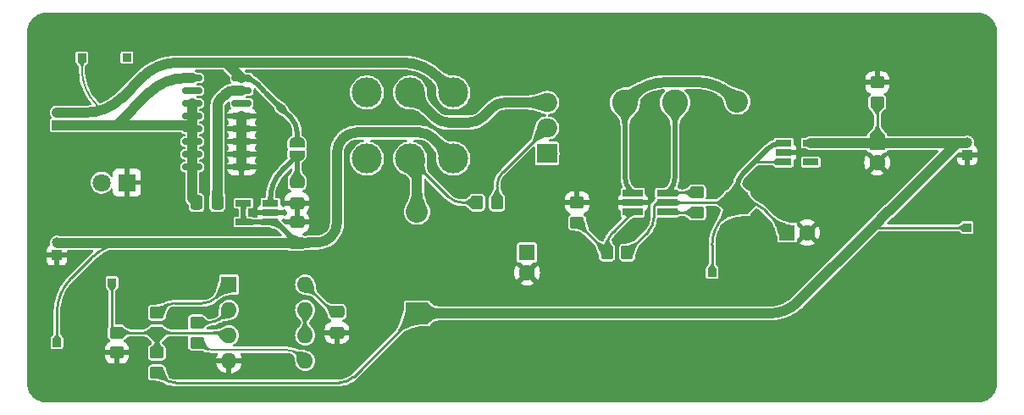
<source format=gtl>
G04 #@! TF.GenerationSoftware,KiCad,Pcbnew,7.0.10*
G04 #@! TF.CreationDate,2024-02-12T15:02:02-05:00*
G04 #@! TF.ProjectId,breakout_pcb,62726561-6b6f-4757-945f-7063622e6b69,rev?*
G04 #@! TF.SameCoordinates,Original*
G04 #@! TF.FileFunction,Copper,L1,Top*
G04 #@! TF.FilePolarity,Positive*
%FSLAX46Y46*%
G04 Gerber Fmt 4.6, Leading zero omitted, Abs format (unit mm)*
G04 Created by KiCad (PCBNEW 7.0.10) date 2024-02-12 15:02:02*
%MOMM*%
%LPD*%
G01*
G04 APERTURE LIST*
G04 Aperture macros list*
%AMRoundRect*
0 Rectangle with rounded corners*
0 $1 Rounding radius*
0 $2 $3 $4 $5 $6 $7 $8 $9 X,Y pos of 4 corners*
0 Add a 4 corners polygon primitive as box body*
4,1,4,$2,$3,$4,$5,$6,$7,$8,$9,$2,$3,0*
0 Add four circle primitives for the rounded corners*
1,1,$1+$1,$2,$3*
1,1,$1+$1,$4,$5*
1,1,$1+$1,$6,$7*
1,1,$1+$1,$8,$9*
0 Add four rect primitives between the rounded corners*
20,1,$1+$1,$2,$3,$4,$5,0*
20,1,$1+$1,$4,$5,$6,$7,0*
20,1,$1+$1,$6,$7,$8,$9,0*
20,1,$1+$1,$8,$9,$2,$3,0*%
%AMFreePoly0*
4,1,19,0.500000,-0.750000,0.000000,-0.750000,0.000000,-0.744911,-0.071157,-0.744911,-0.207708,-0.704816,-0.327430,-0.627875,-0.420627,-0.520320,-0.479746,-0.390866,-0.500000,-0.250000,-0.500000,0.250000,-0.479746,0.390866,-0.420627,0.520320,-0.327430,0.627875,-0.207708,0.704816,-0.071157,0.744911,0.000000,0.744911,0.000000,0.750000,0.500000,0.750000,0.500000,-0.750000,0.500000,-0.750000,
$1*%
%AMFreePoly1*
4,1,19,0.000000,0.744911,0.071157,0.744911,0.207708,0.704816,0.327430,0.627875,0.420627,0.520320,0.479746,0.390866,0.500000,0.250000,0.500000,-0.250000,0.479746,-0.390866,0.420627,-0.520320,0.327430,-0.627875,0.207708,-0.704816,0.071157,-0.744911,0.000000,-0.744911,0.000000,-0.750000,-0.500000,-0.750000,-0.500000,0.750000,0.000000,0.750000,0.000000,0.744911,0.000000,0.744911,
$1*%
G04 Aperture macros list end*
G04 #@! TA.AperFunction,ComponentPad*
%ADD10R,0.850000X0.850000*%
G04 #@! TD*
G04 #@! TA.AperFunction,ComponentPad*
%ADD11R,1.600000X1.600000*%
G04 #@! TD*
G04 #@! TA.AperFunction,ComponentPad*
%ADD12O,1.600000X1.600000*%
G04 #@! TD*
G04 #@! TA.AperFunction,ComponentPad*
%ADD13C,3.000000*%
G04 #@! TD*
G04 #@! TA.AperFunction,ComponentPad*
%ADD14R,1.000000X1.000000*%
G04 #@! TD*
G04 #@! TA.AperFunction,ComponentPad*
%ADD15O,1.000000X1.000000*%
G04 #@! TD*
G04 #@! TA.AperFunction,SMDPad,CuDef*
%ADD16R,1.560000X0.650000*%
G04 #@! TD*
G04 #@! TA.AperFunction,SMDPad,CuDef*
%ADD17RoundRect,0.250000X-0.450000X0.350000X-0.450000X-0.350000X0.450000X-0.350000X0.450000X0.350000X0*%
G04 #@! TD*
G04 #@! TA.AperFunction,SMDPad,CuDef*
%ADD18RoundRect,0.250000X-0.350000X-0.450000X0.350000X-0.450000X0.350000X0.450000X-0.350000X0.450000X0*%
G04 #@! TD*
G04 #@! TA.AperFunction,ComponentPad*
%ADD19C,1.600000*%
G04 #@! TD*
G04 #@! TA.AperFunction,ComponentPad*
%ADD20R,2.200000X2.200000*%
G04 #@! TD*
G04 #@! TA.AperFunction,ComponentPad*
%ADD21O,2.200000X2.200000*%
G04 #@! TD*
G04 #@! TA.AperFunction,SMDPad,CuDef*
%ADD22RoundRect,0.250000X0.450000X-0.350000X0.450000X0.350000X-0.450000X0.350000X-0.450000X-0.350000X0*%
G04 #@! TD*
G04 #@! TA.AperFunction,SMDPad,CuDef*
%ADD23RoundRect,0.250000X-0.475000X0.337500X-0.475000X-0.337500X0.475000X-0.337500X0.475000X0.337500X0*%
G04 #@! TD*
G04 #@! TA.AperFunction,SMDPad,CuDef*
%ADD24RoundRect,0.250000X-0.337500X-0.475000X0.337500X-0.475000X0.337500X0.475000X-0.337500X0.475000X0*%
G04 #@! TD*
G04 #@! TA.AperFunction,SMDPad,CuDef*
%ADD25R,2.000000X0.650000*%
G04 #@! TD*
G04 #@! TA.AperFunction,SMDPad,CuDef*
%ADD26RoundRect,0.150000X-0.825000X-0.150000X0.825000X-0.150000X0.825000X0.150000X-0.825000X0.150000X0*%
G04 #@! TD*
G04 #@! TA.AperFunction,ComponentPad*
%ADD27C,2.600000*%
G04 #@! TD*
G04 #@! TA.AperFunction,ComponentPad*
%ADD28R,2.000000X1.905000*%
G04 #@! TD*
G04 #@! TA.AperFunction,ComponentPad*
%ADD29O,2.000000X1.905000*%
G04 #@! TD*
G04 #@! TA.AperFunction,SMDPad,CuDef*
%ADD30RoundRect,0.250000X0.350000X0.450000X-0.350000X0.450000X-0.350000X-0.450000X0.350000X-0.450000X0*%
G04 #@! TD*
G04 #@! TA.AperFunction,SMDPad,CuDef*
%ADD31FreePoly0,270.000000*%
G04 #@! TD*
G04 #@! TA.AperFunction,SMDPad,CuDef*
%ADD32FreePoly1,270.000000*%
G04 #@! TD*
G04 #@! TA.AperFunction,SMDPad,CuDef*
%ADD33RoundRect,0.250000X0.475000X-0.337500X0.475000X0.337500X-0.475000X0.337500X-0.475000X-0.337500X0*%
G04 #@! TD*
G04 #@! TA.AperFunction,ComponentPad*
%ADD34R,1.800000X1.800000*%
G04 #@! TD*
G04 #@! TA.AperFunction,ComponentPad*
%ADD35C,1.800000*%
G04 #@! TD*
G04 #@! TA.AperFunction,ViaPad*
%ADD36C,0.800000*%
G04 #@! TD*
G04 #@! TA.AperFunction,Conductor*
%ADD37C,1.000000*%
G04 #@! TD*
G04 #@! TA.AperFunction,Conductor*
%ADD38C,0.200000*%
G04 #@! TD*
G04 #@! TA.AperFunction,Conductor*
%ADD39C,0.250000*%
G04 #@! TD*
G04 #@! TA.AperFunction,Conductor*
%ADD40C,0.500000*%
G04 #@! TD*
G04 APERTURE END LIST*
D10*
X190000000Y-61500000D03*
X101500000Y-44500000D03*
D11*
X116200000Y-67200000D03*
D12*
X116200000Y-69740000D03*
X116200000Y-72280000D03*
X116200000Y-74820000D03*
X123820000Y-74820000D03*
X123820000Y-72280000D03*
X123820000Y-69740000D03*
X123820000Y-67200000D03*
D13*
X138636000Y-54604000D03*
X134318000Y-54604000D03*
X138636000Y-48000000D03*
X134318000Y-48000000D03*
X130000000Y-54604000D03*
X130000000Y-48000000D03*
D14*
X190000000Y-54270000D03*
D15*
X190000000Y-53000000D03*
D16*
X120350000Y-60950000D03*
X120350000Y-60000000D03*
X120350000Y-59050000D03*
X117650000Y-59050000D03*
X117650000Y-60950000D03*
D10*
X106000000Y-44500000D03*
D17*
X105000000Y-72000000D03*
X105000000Y-74000000D03*
D18*
X141000000Y-59000000D03*
X143000000Y-59000000D03*
D11*
X181000000Y-53000000D03*
D19*
X181000000Y-55000000D03*
D16*
X171650000Y-53050000D03*
X171650000Y-54000000D03*
X171650000Y-54950000D03*
X174350000Y-54950000D03*
X174350000Y-53050000D03*
D20*
X167000000Y-59080000D03*
D21*
X167000000Y-48920000D03*
D10*
X104500000Y-67000000D03*
D22*
X109000000Y-76000000D03*
X109000000Y-74000000D03*
D23*
X127000000Y-69925000D03*
X127000000Y-72000000D03*
D24*
X112962500Y-59000000D03*
X115037500Y-59000000D03*
D14*
X99000000Y-51270000D03*
D15*
X99000000Y-50000000D03*
D25*
X156580000Y-58050000D03*
X156580000Y-59000000D03*
X156580000Y-59950000D03*
X160000000Y-59950000D03*
X160000000Y-59000000D03*
X160000000Y-58050000D03*
D26*
X112525000Y-46555000D03*
X112525000Y-47825000D03*
X112525000Y-49095000D03*
X112525000Y-50365000D03*
X112525000Y-51635000D03*
X112525000Y-52905000D03*
X112525000Y-54175000D03*
X112525000Y-55445000D03*
X117475000Y-55445000D03*
X117475000Y-54175000D03*
X117475000Y-52905000D03*
X117475000Y-51635000D03*
X117475000Y-50365000D03*
X117475000Y-49095000D03*
X117475000Y-47825000D03*
X117475000Y-46555000D03*
D27*
X160790000Y-49000000D03*
X155790000Y-49000000D03*
D22*
X151000000Y-61000000D03*
X151000000Y-59000000D03*
D28*
X148000000Y-54080000D03*
D29*
X148000000Y-51540000D03*
X148000000Y-49000000D03*
D23*
X123000000Y-56962500D03*
X123000000Y-59037500D03*
D22*
X113000000Y-73000000D03*
X113000000Y-71000000D03*
D30*
X156000000Y-64000000D03*
X154000000Y-64000000D03*
D11*
X146000000Y-64000000D03*
D19*
X146000000Y-66000000D03*
D31*
X123000000Y-53000000D03*
D32*
X123000000Y-54300000D03*
D22*
X181000000Y-49000000D03*
X181000000Y-47000000D03*
D10*
X164500000Y-66000000D03*
D22*
X109000000Y-72000000D03*
X109000000Y-70000000D03*
D20*
X135000000Y-70080000D03*
D21*
X135000000Y-59920000D03*
D33*
X123000000Y-63037500D03*
X123000000Y-60962500D03*
D10*
X99000000Y-73000000D03*
D17*
X163000000Y-58000000D03*
X163000000Y-60000000D03*
D34*
X106000000Y-57000000D03*
D35*
X103460000Y-57000000D03*
D14*
X99000000Y-64270000D03*
D15*
X99000000Y-63000000D03*
D11*
X172000000Y-62000000D03*
D19*
X174000000Y-62000000D03*
D36*
X121435584Y-49564416D03*
D37*
X112525000Y-51635000D02*
X112525000Y-52905000D01*
D38*
X112160000Y-51270000D02*
X112525000Y-51635000D01*
D37*
X108250534Y-48019466D02*
X105000000Y-51270000D01*
X112525000Y-54175000D02*
X112525000Y-55445000D01*
X112525000Y-49095000D02*
X112525000Y-50365000D01*
X105000000Y-51270000D02*
X112160000Y-51270000D01*
X112525000Y-52905000D02*
X112525000Y-54175000D01*
X112525000Y-50365000D02*
X112525000Y-51635000D01*
X112525000Y-58562500D02*
X112962500Y-59000000D01*
X112525000Y-55445000D02*
X112525000Y-58562500D01*
X112525000Y-46555000D02*
X111786068Y-46555000D01*
X99000000Y-51270000D02*
X105000000Y-51270000D01*
X111786068Y-46554978D02*
G75*
G03*
X108250535Y-48019467I32J-5000022D01*
G01*
X115037500Y-59000000D02*
X115037500Y-49376714D01*
X116589214Y-47825000D02*
X117475000Y-47825000D01*
X115330393Y-48669607D02*
X115882107Y-48117893D01*
D39*
X117094092Y-47825000D02*
X117475000Y-47825000D01*
D37*
X116589214Y-47825010D02*
G75*
G03*
X115882107Y-48117893I-14J-999990D01*
G01*
X115330386Y-48669600D02*
G75*
G03*
X115037500Y-49376714I707114J-707100D01*
G01*
D39*
X160395000Y-57655000D02*
X160000000Y-58050000D01*
X160790000Y-47790000D02*
X160790000Y-49000000D01*
X160050000Y-58000000D02*
X160000000Y-58050000D01*
X148000000Y-54080000D02*
X148920000Y-54080000D01*
D40*
X160204213Y-57845787D02*
X160000000Y-58050000D01*
D39*
X163000000Y-58000000D02*
X160050000Y-58000000D01*
D40*
X160790000Y-49000000D02*
X160790000Y-56431573D01*
X160204227Y-57845801D02*
G75*
G03*
X160790000Y-56431573I-1414227J1414201D01*
G01*
D37*
X117475000Y-50365000D02*
X117475000Y-55445000D01*
D40*
X119935584Y-48064416D02*
X121435584Y-49564416D01*
D37*
X111071068Y-45000000D02*
X115920000Y-45000000D01*
D40*
X123000000Y-51957259D02*
X123000000Y-53000000D01*
D37*
X115920000Y-45000000D02*
X117475000Y-46555000D01*
X105464466Y-48535534D02*
X107535534Y-46464466D01*
D40*
X121435584Y-49564416D02*
X122414214Y-50543046D01*
D38*
X113134213Y-73134213D02*
X113000000Y-73000000D01*
D40*
X117475000Y-46555000D02*
X117621572Y-46555000D01*
D38*
X123820000Y-74820000D02*
X123305786Y-74305786D01*
X121891573Y-73720000D02*
X114548427Y-73720000D01*
X101500000Y-44500000D02*
X101500000Y-45675682D01*
D40*
X119035786Y-47140787D02*
X119764214Y-47869215D01*
D38*
X102964466Y-49211216D02*
X103500000Y-49746750D01*
D37*
X99000000Y-50000000D02*
X101928932Y-50000000D01*
X115920000Y-45000000D02*
X133564932Y-45000000D01*
X137100466Y-46464466D02*
X138636000Y-48000000D01*
D40*
X119035800Y-47140773D02*
G75*
G03*
X117621572Y-46555000I-1414200J-1414227D01*
G01*
D38*
X113134199Y-73134227D02*
G75*
G03*
X114548427Y-73720000I1414201J1414227D01*
G01*
X123305800Y-74305772D02*
G75*
G03*
X121891573Y-73720000I-1414200J-1414228D01*
G01*
D37*
X137100450Y-46464482D02*
G75*
G03*
X133564932Y-45000000I-3535550J-3535518D01*
G01*
X101928932Y-50000022D02*
G75*
G03*
X105464465Y-48535533I-32J5000022D01*
G01*
X111071068Y-44999978D02*
G75*
G03*
X107535535Y-46464467I32J-5000022D01*
G01*
D40*
X123000028Y-51957259D02*
G75*
G03*
X122414213Y-50543047I-2000028J-41D01*
G01*
D38*
X101500013Y-45675682D02*
G75*
G03*
X102964466Y-49211216I4999987J-18D01*
G01*
D39*
X165671573Y-60408427D02*
X167000000Y-59080000D01*
X156000000Y-64000000D02*
X158089214Y-61910786D01*
X168720000Y-54950000D02*
X167835000Y-55835000D01*
D40*
X167835000Y-55835000D02*
X170034214Y-53635786D01*
D39*
X159000000Y-59000000D02*
X160000000Y-59000000D01*
D40*
X167585787Y-56084213D02*
X167835000Y-55835000D01*
X167000000Y-59080000D02*
X167000000Y-57498427D01*
D39*
X164500000Y-66000000D02*
X164500000Y-63236854D01*
X160000000Y-59000000D02*
X166920000Y-59000000D01*
X160080000Y-59080000D02*
X160000000Y-59000000D01*
X171650000Y-54950000D02*
X168720000Y-54950000D01*
X158675000Y-60496573D02*
X158675000Y-59325000D01*
X166920000Y-59000000D02*
X167000000Y-59080000D01*
D40*
X171448427Y-53050000D02*
X171650000Y-53050000D01*
D39*
X169665787Y-59665787D02*
X172000000Y-62000000D01*
X158675000Y-59325000D02*
X159000000Y-59000000D01*
X167000000Y-59080000D02*
X168251573Y-59080000D01*
X169665801Y-59665773D02*
G75*
G03*
X168251573Y-59080000I-1414201J-1414227D01*
G01*
D40*
X167585773Y-56084199D02*
G75*
G03*
X167000000Y-57498427I1414227J-1414201D01*
G01*
D39*
X165671596Y-60408450D02*
G75*
G03*
X164500000Y-63236854I2828404J-2828450D01*
G01*
X158089228Y-61910800D02*
G75*
G03*
X158675000Y-60496573I-1414228J1414200D01*
G01*
D40*
X171448427Y-53050020D02*
G75*
G03*
X170034215Y-53635787I-27J-1999980D01*
G01*
D37*
X125000000Y-63000000D02*
X124171573Y-63000000D01*
D39*
X99000000Y-73000000D02*
X99000000Y-70071068D01*
D40*
X117650000Y-59050000D02*
X117650000Y-60950000D01*
D39*
X100464466Y-66535534D02*
X102498034Y-64501966D01*
D40*
X120912500Y-60950000D02*
X123000000Y-63037500D01*
X117650000Y-60950000D02*
X120350000Y-60950000D01*
D37*
X135203573Y-52000000D02*
X129000000Y-52000000D01*
X123000000Y-63037500D02*
X107500000Y-63037500D01*
X124134073Y-63037500D02*
X123000000Y-63037500D01*
D39*
X106033568Y-63037500D02*
X107500000Y-63037500D01*
D40*
X120350000Y-60950000D02*
X120912500Y-60950000D01*
D37*
X124171573Y-63000000D02*
X124134073Y-63037500D01*
D40*
X99037500Y-63037500D02*
X99000000Y-63000000D01*
D37*
X107500000Y-63037500D02*
X99037500Y-63037500D01*
X138636000Y-54604000D02*
X136617787Y-52585787D01*
X127000000Y-54000000D02*
X127000000Y-61000000D01*
X125000000Y-63000000D02*
G75*
G03*
X127000000Y-61000000I0J2000000D01*
G01*
X129000000Y-52000000D02*
G75*
G03*
X127000000Y-54000000I0J-2000000D01*
G01*
D39*
X100464482Y-66535550D02*
G75*
G03*
X99000000Y-70071068I3535518J-3535550D01*
G01*
D37*
X136617801Y-52585773D02*
G75*
G03*
X135203573Y-52000000I-1414201J-1414227D01*
G01*
D39*
X106033568Y-63037478D02*
G75*
G03*
X102498035Y-64501967I32J-5000022D01*
G01*
D37*
X174350000Y-53050000D02*
X189000000Y-53050000D01*
X180500000Y-61500000D02*
X182125000Y-59875000D01*
D39*
X189950000Y-53050000D02*
X190000000Y-53000000D01*
D37*
X135000000Y-70080000D02*
X162000000Y-70080000D01*
X173091573Y-68908427D02*
X180500000Y-61500000D01*
X182175000Y-59875000D02*
X189000000Y-53050000D01*
D39*
X109000000Y-76000000D02*
X109414214Y-76414214D01*
X126545000Y-69925000D02*
X127000000Y-69925000D01*
X128665787Y-76414213D02*
X135000000Y-70080000D01*
D37*
X167000000Y-70080000D02*
X170263146Y-70080000D01*
X164000000Y-70080000D02*
X167000000Y-70080000D01*
D39*
X182125000Y-59875000D02*
X182175000Y-59875000D01*
D37*
X189000000Y-53050000D02*
X189950000Y-53050000D01*
D39*
X190000000Y-61500000D02*
X180500000Y-61500000D01*
D37*
X162000000Y-70080000D02*
X164000000Y-70080000D01*
D39*
X110828427Y-77000000D02*
X127251573Y-77000000D01*
X123820000Y-67200000D02*
X126545000Y-69925000D01*
X181000000Y-49000000D02*
X181000000Y-53000000D01*
X109414200Y-76414228D02*
G75*
G03*
X110828427Y-77000000I1414200J1414228D01*
G01*
X127251573Y-76999980D02*
G75*
G03*
X128665786Y-76414212I27J1999980D01*
G01*
D37*
X170263146Y-70080032D02*
G75*
G03*
X173091573Y-68908427I-46J4000032D01*
G01*
X155790000Y-49000000D02*
X156360534Y-48429466D01*
D40*
X155790000Y-49000000D02*
X155790000Y-56431573D01*
D37*
X166509466Y-48429466D02*
X167000000Y-48920000D01*
D40*
X156375787Y-57845787D02*
X156580000Y-58050000D01*
D37*
X159896068Y-46965000D02*
X162973932Y-46965000D01*
D40*
X155790020Y-56431573D02*
G75*
G03*
X156375788Y-57845786I1999980J-27D01*
G01*
D37*
X159896068Y-46964978D02*
G75*
G03*
X156360535Y-48429467I32J-5000022D01*
G01*
X166509450Y-48429482D02*
G75*
G03*
X162973932Y-46965000I-3535550J-3535518D01*
G01*
D39*
X141000000Y-59000000D02*
X139542427Y-59000000D01*
D37*
X135000000Y-59920000D02*
X135000000Y-55286000D01*
D39*
X138128213Y-58414213D02*
X134318000Y-54604000D01*
X135000000Y-55286000D02*
X134318000Y-54604000D01*
X138128199Y-58414227D02*
G75*
G03*
X139542427Y-59000000I1414201J1414227D01*
G01*
X148000000Y-51540000D02*
X143585786Y-55954214D01*
X143000000Y-57368427D02*
X143000000Y-59000000D01*
X143585772Y-55954200D02*
G75*
G03*
X143000000Y-57368427I1414228J-1414200D01*
G01*
D37*
X134318000Y-48000000D02*
X136732214Y-50414214D01*
X141585787Y-50414213D02*
X142414214Y-49585786D01*
X138146427Y-51000000D02*
X140171573Y-51000000D01*
X143828427Y-49000000D02*
X148000000Y-49000000D01*
X136732200Y-50414228D02*
G75*
G03*
X138146427Y-51000000I1414200J1414228D01*
G01*
X143828427Y-49000020D02*
G75*
G03*
X142414215Y-49585787I-27J-1999980D01*
G01*
X140171573Y-50999980D02*
G75*
G03*
X141585786Y-50414212I27J1999980D01*
G01*
D39*
X160050000Y-60000000D02*
X160000000Y-59950000D01*
X163000000Y-60000000D02*
X160050000Y-60000000D01*
X156580000Y-59950000D02*
X154585786Y-61944214D01*
X154000000Y-63358427D02*
X154000000Y-64000000D01*
X151000000Y-61000000D02*
X154000000Y-64000000D01*
X154585772Y-61944200D02*
G75*
G03*
X154000000Y-63358427I1414228J-1414200D01*
G01*
X113000000Y-71000000D02*
X114111573Y-71000000D01*
X115940000Y-70000000D02*
X116200000Y-69740000D01*
X115525787Y-70414213D02*
X116200000Y-69740000D01*
X114111573Y-70999980D02*
G75*
G03*
X115525786Y-70414212I27J1999980D01*
G01*
X115920000Y-72000000D02*
X116200000Y-72280000D01*
X105000000Y-72000000D02*
X109000000Y-72000000D01*
X109280000Y-72280000D02*
X109000000Y-72000000D01*
X109000000Y-74000000D02*
X109000000Y-72000000D01*
X104500000Y-67000000D02*
X104500000Y-71500000D01*
X109000000Y-72000000D02*
X115920000Y-72000000D01*
X104500000Y-71500000D02*
X105000000Y-72000000D01*
X110753427Y-69075000D02*
X113496573Y-69075000D01*
X109000000Y-70000000D02*
X109339214Y-69660786D01*
X114910787Y-68489213D02*
X116200000Y-67200000D01*
X110753427Y-69075020D02*
G75*
G03*
X109339215Y-69660787I-27J-1999980D01*
G01*
X113496573Y-69074980D02*
G75*
G03*
X114910786Y-68489212I27J1999980D01*
G01*
X123820000Y-69740000D02*
X123820000Y-72280000D01*
D40*
X123000000Y-56962500D02*
X123000000Y-54300000D01*
X123000000Y-54300000D02*
X121521573Y-55778427D01*
X120350000Y-58606854D02*
X120350000Y-59050000D01*
X121521596Y-55778450D02*
G75*
G03*
X120350000Y-58606854I2828404J-2828450D01*
G01*
G04 #@! TA.AperFunction,Conductor*
G36*
X191004042Y-40000764D02*
G01*
X191083586Y-40005978D01*
X191083767Y-40005991D01*
X191261587Y-40018709D01*
X191276904Y-40020772D01*
X191388378Y-40042945D01*
X191390437Y-40043374D01*
X191530240Y-40073786D01*
X191543703Y-40077522D01*
X191657725Y-40116228D01*
X191661074Y-40117420D01*
X191788808Y-40165062D01*
X191800300Y-40170024D01*
X191910687Y-40224461D01*
X191915187Y-40226798D01*
X192032478Y-40290844D01*
X192041942Y-40296574D01*
X192145269Y-40365615D01*
X192150688Y-40369450D01*
X192256727Y-40448830D01*
X192264145Y-40454844D01*
X192357976Y-40537131D01*
X192363898Y-40542678D01*
X192457320Y-40636100D01*
X192462867Y-40642022D01*
X192545150Y-40735848D01*
X192551173Y-40743278D01*
X192588691Y-40793396D01*
X192630548Y-40849310D01*
X192634383Y-40854729D01*
X192703424Y-40958056D01*
X192709154Y-40967520D01*
X192773183Y-41084779D01*
X192775564Y-41089363D01*
X192829969Y-41199687D01*
X192834938Y-41211196D01*
X192882556Y-41338863D01*
X192883793Y-41342338D01*
X192922470Y-41456276D01*
X192926217Y-41469777D01*
X192956613Y-41609508D01*
X192957064Y-41611675D01*
X192979224Y-41723080D01*
X192981291Y-41738425D01*
X192993995Y-41916046D01*
X192994045Y-41916781D01*
X192999234Y-41995941D01*
X192999500Y-42004052D01*
X192999500Y-76995947D01*
X192999234Y-77004058D01*
X192994045Y-77083217D01*
X192993995Y-77083952D01*
X192981291Y-77261573D01*
X192979224Y-77276918D01*
X192957064Y-77388323D01*
X192956613Y-77390490D01*
X192926217Y-77530221D01*
X192922470Y-77543722D01*
X192883793Y-77657660D01*
X192882556Y-77661135D01*
X192834938Y-77788802D01*
X192829969Y-77800311D01*
X192775564Y-77910635D01*
X192773183Y-77915219D01*
X192709154Y-78032478D01*
X192703424Y-78041942D01*
X192634383Y-78145269D01*
X192630548Y-78150688D01*
X192551181Y-78256711D01*
X192545142Y-78264160D01*
X192462867Y-78357976D01*
X192457320Y-78363898D01*
X192363898Y-78457320D01*
X192357976Y-78462867D01*
X192264160Y-78545142D01*
X192256711Y-78551181D01*
X192150688Y-78630548D01*
X192145269Y-78634383D01*
X192041942Y-78703424D01*
X192032478Y-78709154D01*
X191915219Y-78773183D01*
X191910635Y-78775564D01*
X191800311Y-78829969D01*
X191788802Y-78834938D01*
X191661135Y-78882556D01*
X191657660Y-78883793D01*
X191543722Y-78922470D01*
X191530221Y-78926217D01*
X191390490Y-78956613D01*
X191388323Y-78957064D01*
X191276918Y-78979224D01*
X191261573Y-78981291D01*
X191083952Y-78993995D01*
X191083217Y-78994045D01*
X191004058Y-78999234D01*
X190995947Y-78999500D01*
X98004053Y-78999500D01*
X97995942Y-78999234D01*
X97916781Y-78994045D01*
X97916046Y-78993995D01*
X97738425Y-78981291D01*
X97723080Y-78979224D01*
X97611675Y-78957064D01*
X97609508Y-78956613D01*
X97469777Y-78926217D01*
X97456276Y-78922470D01*
X97342338Y-78883793D01*
X97338863Y-78882556D01*
X97211196Y-78834938D01*
X97199687Y-78829969D01*
X97134947Y-78798043D01*
X97089348Y-78775556D01*
X97084779Y-78773183D01*
X96967520Y-78709154D01*
X96958056Y-78703424D01*
X96854729Y-78634383D01*
X96849310Y-78630548D01*
X96793396Y-78588691D01*
X96743278Y-78551173D01*
X96735848Y-78545150D01*
X96642022Y-78462867D01*
X96636100Y-78457320D01*
X96542678Y-78363898D01*
X96537131Y-78357976D01*
X96505450Y-78321851D01*
X96454844Y-78264145D01*
X96448830Y-78256727D01*
X96369450Y-78150688D01*
X96365615Y-78145269D01*
X96296574Y-78041942D01*
X96290844Y-78032478D01*
X96226798Y-77915187D01*
X96224461Y-77910687D01*
X96170024Y-77800300D01*
X96165060Y-77788802D01*
X96117420Y-77661074D01*
X96116228Y-77657725D01*
X96077522Y-77543703D01*
X96073786Y-77530240D01*
X96043374Y-77390437D01*
X96042945Y-77388378D01*
X96020772Y-77276904D01*
X96018709Y-77261587D01*
X96005991Y-77083767D01*
X96005978Y-77083586D01*
X96000765Y-77004043D01*
X96000500Y-76995934D01*
X96000500Y-76404269D01*
X108099500Y-76404269D01*
X108102353Y-76434699D01*
X108102353Y-76434701D01*
X108140400Y-76543429D01*
X108147207Y-76562882D01*
X108227850Y-76672150D01*
X108337118Y-76752793D01*
X108379845Y-76767744D01*
X108465299Y-76797646D01*
X108495730Y-76800500D01*
X108495734Y-76800500D01*
X108756197Y-76800500D01*
X108789478Y-76805050D01*
X108792145Y-76805792D01*
X108793083Y-76806054D01*
X108793084Y-76806054D01*
X108793087Y-76806055D01*
X109013729Y-76822717D01*
X109027254Y-76824492D01*
X109246112Y-76865591D01*
X109258840Y-76868686D01*
X109480259Y-76935123D01*
X109491868Y-76939247D01*
X109632927Y-76997408D01*
X109651626Y-77007049D01*
X109701728Y-77038530D01*
X109701762Y-77038551D01*
X109937093Y-77151877D01*
X110183632Y-77238142D01*
X110183641Y-77238144D01*
X110438263Y-77296257D01*
X110438273Y-77296258D01*
X110438280Y-77296260D01*
X110697834Y-77325502D01*
X110828431Y-77325500D01*
X127251569Y-77325500D01*
X127280048Y-77325500D01*
X127285408Y-77325500D01*
X127285846Y-77325480D01*
X127382165Y-77325482D01*
X127641717Y-77296240D01*
X127896363Y-77238123D01*
X128142900Y-77151859D01*
X128378229Y-77038533D01*
X128599390Y-76899572D01*
X128803601Y-76736723D01*
X128895948Y-76644378D01*
X128932402Y-76607924D01*
X133381940Y-72158384D01*
X133402070Y-72142082D01*
X133481640Y-72090397D01*
X133786508Y-71892367D01*
X133796793Y-71886369D01*
X134173707Y-71690213D01*
X134185735Y-71684750D01*
X134558035Y-71539068D01*
X134571748Y-71534603D01*
X134939927Y-71438073D01*
X134954994Y-71435107D01*
X135327901Y-71385490D01*
X135341605Y-71383155D01*
X135344919Y-71382591D01*
X135344955Y-71382805D01*
X135367327Y-71380500D01*
X136119750Y-71380500D01*
X136119751Y-71380499D01*
X136134568Y-71377552D01*
X136178229Y-71368868D01*
X136178229Y-71368867D01*
X136178231Y-71368867D01*
X136244552Y-71324552D01*
X136288867Y-71258231D01*
X136295691Y-71223923D01*
X136328074Y-71162014D01*
X136339828Y-71151302D01*
X136415724Y-71090586D01*
X136425566Y-71083476D01*
X136596408Y-70972428D01*
X136608517Y-70965495D01*
X136773177Y-70883165D01*
X136787641Y-70877047D01*
X136946203Y-70821550D01*
X136962830Y-70817001D01*
X137081194Y-70793330D01*
X137133308Y-70782908D01*
X137157625Y-70780500D01*
X161957628Y-70780500D01*
X163957628Y-70780500D01*
X166957628Y-70780500D01*
X170184227Y-70780500D01*
X170211759Y-70780500D01*
X170211871Y-70780532D01*
X170263154Y-70780531D01*
X170263154Y-70780532D01*
X170447838Y-70780530D01*
X170816066Y-70751546D01*
X171180885Y-70693760D01*
X171540046Y-70607529D01*
X171891334Y-70493385D01*
X172232583Y-70352031D01*
X172271042Y-70332435D01*
X172320626Y-70307170D01*
X172561690Y-70184339D01*
X172876626Y-69991342D01*
X173175448Y-69774231D01*
X173456315Y-69534343D01*
X173546729Y-69443926D01*
X173546734Y-69443922D01*
X173556938Y-69433717D01*
X173556940Y-69433717D01*
X181025290Y-61965367D01*
X181128838Y-61861819D01*
X181190161Y-61828334D01*
X181216519Y-61825500D01*
X189080956Y-61825500D01*
X189120732Y-61832053D01*
X189144885Y-61840233D01*
X189162504Y-61847763D01*
X189205369Y-61870149D01*
X189219465Y-61878753D01*
X189271349Y-61915378D01*
X189282250Y-61924029D01*
X189305544Y-61944748D01*
X189328724Y-61965367D01*
X189341874Y-61977063D01*
X189350176Y-61985174D01*
X189416435Y-62056275D01*
X189419177Y-62059160D01*
X189419425Y-62059416D01*
X189419429Y-62059418D01*
X189420929Y-62060681D01*
X189428789Y-62067893D01*
X189430448Y-62069552D01*
X189496769Y-62113867D01*
X189496770Y-62113868D01*
X189555247Y-62125499D01*
X189555250Y-62125500D01*
X189555252Y-62125500D01*
X190444750Y-62125500D01*
X190444751Y-62125499D01*
X190459568Y-62122552D01*
X190503229Y-62113868D01*
X190503229Y-62113867D01*
X190503231Y-62113867D01*
X190569552Y-62069552D01*
X190613867Y-62003231D01*
X190613867Y-62003229D01*
X190613868Y-62003229D01*
X190625499Y-61944752D01*
X190625500Y-61944750D01*
X190625500Y-61055249D01*
X190625499Y-61055247D01*
X190613868Y-60996770D01*
X190613867Y-60996769D01*
X190569552Y-60930447D01*
X190503230Y-60886132D01*
X190503229Y-60886131D01*
X190444752Y-60874500D01*
X190444748Y-60874500D01*
X189555252Y-60874500D01*
X189555247Y-60874500D01*
X189496770Y-60886131D01*
X189496768Y-60886132D01*
X189430448Y-60930447D01*
X189425352Y-60935543D01*
X189419679Y-60940869D01*
X189416406Y-60943753D01*
X189350176Y-61014822D01*
X189341875Y-61022933D01*
X189282262Y-61075959D01*
X189271358Y-61084613D01*
X189219464Y-61121244D01*
X189205362Y-61129851D01*
X189162519Y-61152228D01*
X189144890Y-61159764D01*
X189120729Y-61167947D01*
X189080951Y-61174500D01*
X182115519Y-61174500D01*
X182048480Y-61154815D01*
X182002725Y-61102011D01*
X181992781Y-61032853D01*
X182021806Y-60969297D01*
X182027838Y-60962819D01*
X182132411Y-60858244D01*
X182472568Y-60518087D01*
X182509354Y-60492695D01*
X182540057Y-60478878D01*
X182640367Y-60400290D01*
X188520655Y-54520000D01*
X189000000Y-54520000D01*
X189000000Y-54817844D01*
X189006401Y-54877372D01*
X189006403Y-54877379D01*
X189056645Y-55012086D01*
X189056649Y-55012093D01*
X189142809Y-55127187D01*
X189142812Y-55127190D01*
X189257906Y-55213350D01*
X189257913Y-55213354D01*
X189392620Y-55263596D01*
X189392627Y-55263598D01*
X189452155Y-55269999D01*
X189452172Y-55270000D01*
X189750000Y-55270000D01*
X189750000Y-54520000D01*
X189000000Y-54520000D01*
X188520655Y-54520000D01*
X188984337Y-54056318D01*
X189045660Y-54022834D01*
X189072018Y-54020000D01*
X189785517Y-54020000D01*
X189714199Y-54104993D01*
X189675000Y-54212694D01*
X189675000Y-54327306D01*
X189714199Y-54435007D01*
X189787871Y-54522805D01*
X189887129Y-54580112D01*
X189971564Y-54595000D01*
X190028436Y-54595000D01*
X190112871Y-54580112D01*
X190212129Y-54522805D01*
X190214483Y-54520000D01*
X190250000Y-54520000D01*
X190250000Y-55270000D01*
X190547828Y-55270000D01*
X190547844Y-55269999D01*
X190607372Y-55263598D01*
X190607379Y-55263596D01*
X190742086Y-55213354D01*
X190742093Y-55213350D01*
X190857187Y-55127190D01*
X190857190Y-55127187D01*
X190943350Y-55012093D01*
X190943354Y-55012086D01*
X190993596Y-54877379D01*
X190993598Y-54877372D01*
X190999999Y-54817844D01*
X191000000Y-54817827D01*
X191000000Y-54520000D01*
X190250000Y-54520000D01*
X190214483Y-54520000D01*
X190285801Y-54435007D01*
X190325000Y-54327306D01*
X190325000Y-54212694D01*
X190285801Y-54104993D01*
X190214483Y-54020000D01*
X191000000Y-54020000D01*
X191000000Y-53722172D01*
X190999999Y-53722155D01*
X190993598Y-53662627D01*
X190993596Y-53662620D01*
X190943354Y-53527913D01*
X190943350Y-53527906D01*
X190857190Y-53412812D01*
X190857187Y-53412809D01*
X190742093Y-53326649D01*
X190740166Y-53325597D01*
X190738612Y-53324043D01*
X190734989Y-53321331D01*
X190735379Y-53320809D01*
X190690761Y-53276191D01*
X190675910Y-53207918D01*
X190683654Y-53172789D01*
X190685140Y-53168872D01*
X190705645Y-53000000D01*
X190685140Y-52831128D01*
X190624818Y-52672070D01*
X190613035Y-52655000D01*
X190561575Y-52580448D01*
X190528183Y-52532071D01*
X190407530Y-52425182D01*
X190400849Y-52419263D01*
X190250226Y-52340210D01*
X190085056Y-52299500D01*
X189914944Y-52299500D01*
X189749776Y-52340209D01*
X189746527Y-52341442D01*
X189702555Y-52349500D01*
X189024921Y-52349500D01*
X189017433Y-52349274D01*
X188957396Y-52345642D01*
X188957392Y-52345642D01*
X188947424Y-52347469D01*
X188925073Y-52349500D01*
X182124500Y-52349500D01*
X182057461Y-52329815D01*
X182011706Y-52277011D01*
X182000500Y-52225500D01*
X182000500Y-52180249D01*
X182000499Y-52180247D01*
X181988868Y-52121771D01*
X181967942Y-52090454D01*
X181965683Y-52087073D01*
X181963337Y-52083424D01*
X181962854Y-52082643D01*
X181960851Y-52079841D01*
X181944552Y-52055448D01*
X181936812Y-52050276D01*
X181915028Y-52031751D01*
X181908913Y-52025194D01*
X181908909Y-52025191D01*
X181908908Y-52025190D01*
X181803439Y-51949255D01*
X181790368Y-51938411D01*
X181684734Y-51837786D01*
X181675491Y-51827969D01*
X181561263Y-51692590D01*
X181554706Y-51684098D01*
X181542323Y-51666542D01*
X181434525Y-51513706D01*
X181429805Y-51506493D01*
X181343449Y-51363971D01*
X181325500Y-51299713D01*
X181325500Y-50291218D01*
X181339885Y-50233248D01*
X181342664Y-50227993D01*
X181396863Y-50125508D01*
X181400676Y-50118813D01*
X181483592Y-49983226D01*
X181488968Y-49975165D01*
X181566715Y-49867901D01*
X181574466Y-49858258D01*
X181644434Y-49779611D01*
X181655760Y-49768419D01*
X181724807Y-49708456D01*
X181727280Y-49706175D01*
X181737686Y-49697585D01*
X181772148Y-49672152D01*
X181772148Y-49672150D01*
X181772150Y-49672150D01*
X181852793Y-49562882D01*
X181882911Y-49476809D01*
X181897646Y-49434701D01*
X181897646Y-49434699D01*
X181900500Y-49404269D01*
X181900500Y-48595730D01*
X181897646Y-48565300D01*
X181897646Y-48565298D01*
X181852793Y-48437119D01*
X181852792Y-48437117D01*
X181851385Y-48435210D01*
X181772150Y-48327850D01*
X181689396Y-48266775D01*
X181647147Y-48211129D01*
X181641688Y-48141472D01*
X181674756Y-48079923D01*
X181724028Y-48049300D01*
X181769117Y-48034359D01*
X181769124Y-48034356D01*
X181918345Y-47942315D01*
X182042315Y-47818345D01*
X182134356Y-47669124D01*
X182134358Y-47669119D01*
X182189505Y-47502697D01*
X182189506Y-47502690D01*
X182199999Y-47399986D01*
X182200000Y-47399973D01*
X182200000Y-47250000D01*
X179800001Y-47250000D01*
X179800001Y-47399986D01*
X179810494Y-47502697D01*
X179865641Y-47669119D01*
X179865643Y-47669124D01*
X179957684Y-47818345D01*
X180081654Y-47942315D01*
X180230875Y-48034356D01*
X180230880Y-48034358D01*
X180275972Y-48049300D01*
X180333417Y-48089072D01*
X180360240Y-48153588D01*
X180347925Y-48222364D01*
X180310602Y-48266776D01*
X180227850Y-48327850D01*
X180147207Y-48437117D01*
X180147206Y-48437119D01*
X180102353Y-48565298D01*
X180102353Y-48565300D01*
X180099500Y-48595730D01*
X180099500Y-49404269D01*
X180102353Y-49434699D01*
X180102353Y-49434701D01*
X180147206Y-49562880D01*
X180147207Y-49562882D01*
X180227850Y-49672150D01*
X180262038Y-49697382D01*
X180270349Y-49704739D01*
X180270592Y-49704460D01*
X180275188Y-49708452D01*
X180275191Y-49708455D01*
X180344238Y-49768421D01*
X180355565Y-49779614D01*
X180425509Y-49858234D01*
X180433265Y-49867881D01*
X180511030Y-49975168D01*
X180516414Y-49983244D01*
X180599326Y-50118825D01*
X180603147Y-50125534D01*
X180613396Y-50144913D01*
X180659824Y-50232700D01*
X180660114Y-50233247D01*
X180674500Y-50291219D01*
X180674500Y-51299710D01*
X180656551Y-51363967D01*
X180634141Y-51400954D01*
X180570180Y-51506514D01*
X180565459Y-51513726D01*
X180445295Y-51684092D01*
X180438737Y-51692585D01*
X180324510Y-51827966D01*
X180315265Y-51837786D01*
X180209643Y-51938400D01*
X180196569Y-51949247D01*
X180091067Y-52025206D01*
X180077997Y-52035443D01*
X180076578Y-52036651D01*
X180067356Y-52044686D01*
X180067181Y-52044485D01*
X180061539Y-52049354D01*
X180055451Y-52055443D01*
X180011131Y-52121771D01*
X179999500Y-52180247D01*
X179999500Y-52225500D01*
X179979815Y-52292539D01*
X179927011Y-52338294D01*
X179875500Y-52349500D01*
X174307626Y-52349500D01*
X174181131Y-52364859D01*
X174181125Y-52364860D01*
X174022068Y-52425182D01*
X173909984Y-52502550D01*
X173843630Y-52524433D01*
X173839544Y-52524500D01*
X173550247Y-52524500D01*
X173491770Y-52536131D01*
X173491769Y-52536132D01*
X173425447Y-52580447D01*
X173381132Y-52646769D01*
X173381131Y-52646770D01*
X173369500Y-52705247D01*
X173369500Y-53394752D01*
X173381131Y-53453229D01*
X173381132Y-53453230D01*
X173425447Y-53519552D01*
X173491769Y-53563867D01*
X173491770Y-53563868D01*
X173550247Y-53575499D01*
X173550250Y-53575500D01*
X173550252Y-53575500D01*
X173839544Y-53575500D01*
X173906583Y-53595185D01*
X173909984Y-53597450D01*
X174022068Y-53674817D01*
X174022069Y-53674817D01*
X174022070Y-53674818D01*
X174181128Y-53735140D01*
X174257028Y-53744356D01*
X174307626Y-53750500D01*
X174307628Y-53750500D01*
X179883961Y-53750500D01*
X179951000Y-53770185D01*
X179996755Y-53822989D01*
X180005578Y-53850308D01*
X180011132Y-53878229D01*
X180011132Y-53878230D01*
X180055447Y-53944552D01*
X180121769Y-53988867D01*
X180121770Y-53988868D01*
X180180247Y-54000499D01*
X180180250Y-54000500D01*
X180302691Y-54000500D01*
X180369730Y-54020185D01*
X180390372Y-54036819D01*
X180955599Y-54602046D01*
X180874852Y-54614835D01*
X180761955Y-54672359D01*
X180672359Y-54761955D01*
X180614835Y-54874852D01*
X180602046Y-54955598D01*
X179920974Y-54274526D01*
X179920973Y-54274526D01*
X179869868Y-54347512D01*
X179869866Y-54347516D01*
X179773734Y-54553673D01*
X179773730Y-54553682D01*
X179714860Y-54773389D01*
X179714858Y-54773400D01*
X179695034Y-54999997D01*
X179695034Y-55000002D01*
X179714858Y-55226599D01*
X179714860Y-55226610D01*
X179773730Y-55446317D01*
X179773735Y-55446331D01*
X179869863Y-55652478D01*
X179920974Y-55725472D01*
X180602046Y-55044400D01*
X180614835Y-55125148D01*
X180672359Y-55238045D01*
X180761955Y-55327641D01*
X180874852Y-55385165D01*
X180955599Y-55397953D01*
X180274526Y-56079025D01*
X180347513Y-56130132D01*
X180347521Y-56130136D01*
X180553668Y-56226264D01*
X180553682Y-56226269D01*
X180773389Y-56285139D01*
X180773400Y-56285141D01*
X180999998Y-56304966D01*
X181000002Y-56304966D01*
X181226599Y-56285141D01*
X181226610Y-56285139D01*
X181446317Y-56226269D01*
X181446331Y-56226264D01*
X181652478Y-56130136D01*
X181725471Y-56079024D01*
X181044400Y-55397953D01*
X181125148Y-55385165D01*
X181238045Y-55327641D01*
X181327641Y-55238045D01*
X181385165Y-55125148D01*
X181397953Y-55044400D01*
X182079024Y-55725471D01*
X182130136Y-55652478D01*
X182226264Y-55446331D01*
X182226269Y-55446317D01*
X182285139Y-55226610D01*
X182285141Y-55226599D01*
X182304966Y-55000002D01*
X182304966Y-54999997D01*
X182285141Y-54773400D01*
X182285139Y-54773389D01*
X182226269Y-54553682D01*
X182226264Y-54553668D01*
X182130136Y-54347521D01*
X182130132Y-54347513D01*
X182079025Y-54274526D01*
X181397953Y-54955598D01*
X181385165Y-54874852D01*
X181327641Y-54761955D01*
X181238045Y-54672359D01*
X181125148Y-54614835D01*
X181044400Y-54602046D01*
X181609628Y-54036819D01*
X181670951Y-54003334D01*
X181697309Y-54000500D01*
X181819750Y-54000500D01*
X181819751Y-54000499D01*
X181834568Y-53997552D01*
X181878229Y-53988868D01*
X181878229Y-53988867D01*
X181878231Y-53988867D01*
X181944552Y-53944552D01*
X181988867Y-53878231D01*
X181990765Y-53868686D01*
X181994422Y-53850308D01*
X182026807Y-53788397D01*
X182087523Y-53753823D01*
X182116039Y-53750500D01*
X187009482Y-53750500D01*
X187076521Y-53770185D01*
X187122276Y-53822989D01*
X187132220Y-53892147D01*
X187103195Y-53955703D01*
X187097163Y-53962181D01*
X181827432Y-59231909D01*
X181790648Y-59257301D01*
X181759947Y-59271120D01*
X181759943Y-59271122D01*
X181759942Y-59271123D01*
X181659629Y-59349712D01*
X180034633Y-60974710D01*
X172598393Y-68410948D01*
X172593986Y-68415144D01*
X172360835Y-68626465D01*
X172351428Y-68634185D01*
X172101144Y-68819810D01*
X172091027Y-68826571D01*
X171823737Y-68986783D01*
X171813005Y-68992519D01*
X171531312Y-69125753D01*
X171520069Y-69130410D01*
X171226668Y-69235393D01*
X171215024Y-69238925D01*
X170912758Y-69314643D01*
X170900823Y-69317018D01*
X170592574Y-69362745D01*
X170580464Y-69363938D01*
X170266821Y-69379351D01*
X170260735Y-69379500D01*
X137157627Y-69379500D01*
X137133307Y-69377092D01*
X137130900Y-69376610D01*
X137130899Y-69376610D01*
X137024183Y-69355266D01*
X136962841Y-69342997D01*
X136946198Y-69338443D01*
X136787649Y-69282951D01*
X136773158Y-69276822D01*
X136608530Y-69194509D01*
X136596406Y-69187567D01*
X136425594Y-69076540D01*
X136415709Y-69069400D01*
X136339845Y-69008708D01*
X136299793Y-68951458D01*
X136295691Y-68936072D01*
X136288868Y-68901770D01*
X136288867Y-68901769D01*
X136244552Y-68835447D01*
X136178230Y-68791132D01*
X136178229Y-68791131D01*
X136119752Y-68779500D01*
X136119748Y-68779500D01*
X133880252Y-68779500D01*
X133880247Y-68779500D01*
X133821770Y-68791131D01*
X133821769Y-68791132D01*
X133755447Y-68835447D01*
X133711132Y-68901769D01*
X133711131Y-68901770D01*
X133699500Y-68960247D01*
X133699500Y-69699653D01*
X133693906Y-69736476D01*
X133546240Y-70211299D01*
X133544998Y-70215080D01*
X133389754Y-70663041D01*
X133388064Y-70667623D01*
X133234290Y-71060600D01*
X133231923Y-71066235D01*
X133080427Y-71403401D01*
X133076994Y-71410438D01*
X132938078Y-71673764D01*
X132916085Y-71703587D01*
X128438515Y-76181158D01*
X128432592Y-76186706D01*
X128277057Y-76323104D01*
X128264189Y-76332978D01*
X128095580Y-76445637D01*
X128081532Y-76453747D01*
X127899668Y-76543429D01*
X127884684Y-76549636D01*
X127692665Y-76614816D01*
X127676996Y-76619014D01*
X127478114Y-76658571D01*
X127462034Y-76660688D01*
X127389284Y-76665455D01*
X127255306Y-76674235D01*
X127247216Y-76674500D01*
X110832487Y-76674500D01*
X110824380Y-76674235D01*
X110791845Y-76672103D01*
X110617964Y-76660708D01*
X110601883Y-76658591D01*
X110402998Y-76619033D01*
X110387330Y-76614834D01*
X110333396Y-76596526D01*
X110276241Y-76556338D01*
X110270445Y-76548434D01*
X110244934Y-76510602D01*
X110239436Y-76501653D01*
X110202111Y-76434699D01*
X110159779Y-76358762D01*
X110156089Y-76351607D01*
X110145093Y-76328464D01*
X110072580Y-76175847D01*
X110070019Y-76170080D01*
X109984142Y-75962640D01*
X109982296Y-75957910D01*
X109908084Y-75755578D01*
X109900500Y-75712878D01*
X109900500Y-75595730D01*
X109897646Y-75565300D01*
X109897646Y-75565298D01*
X109852793Y-75437119D01*
X109852792Y-75437117D01*
X109772150Y-75327850D01*
X109662882Y-75247207D01*
X109662880Y-75247206D01*
X109534700Y-75202353D01*
X109504270Y-75199500D01*
X109504266Y-75199500D01*
X108495734Y-75199500D01*
X108495730Y-75199500D01*
X108465300Y-75202353D01*
X108465298Y-75202353D01*
X108337119Y-75247206D01*
X108337117Y-75247207D01*
X108227850Y-75327850D01*
X108147207Y-75437117D01*
X108147206Y-75437119D01*
X108102353Y-75565298D01*
X108102353Y-75565300D01*
X108099500Y-75595730D01*
X108099500Y-76404269D01*
X96000500Y-76404269D01*
X96000500Y-74250000D01*
X103800001Y-74250000D01*
X103800001Y-74399986D01*
X103810494Y-74502697D01*
X103865641Y-74669119D01*
X103865643Y-74669124D01*
X103957684Y-74818345D01*
X104081654Y-74942315D01*
X104230875Y-75034356D01*
X104230880Y-75034358D01*
X104397302Y-75089505D01*
X104397309Y-75089506D01*
X104500019Y-75099999D01*
X104749999Y-75099999D01*
X104750000Y-75099998D01*
X104750000Y-74250000D01*
X105250000Y-74250000D01*
X105250000Y-75099999D01*
X105499972Y-75099999D01*
X105499986Y-75099998D01*
X105602697Y-75089505D01*
X105769119Y-75034358D01*
X105769124Y-75034356D01*
X105918345Y-74942315D01*
X106042315Y-74818345D01*
X106134356Y-74669124D01*
X106134358Y-74669119D01*
X106189505Y-74502697D01*
X106189506Y-74502690D01*
X106199999Y-74399986D01*
X106200000Y-74399973D01*
X106200000Y-74250000D01*
X105250000Y-74250000D01*
X104750000Y-74250000D01*
X103800001Y-74250000D01*
X96000500Y-74250000D01*
X96000500Y-73750000D01*
X103800000Y-73750000D01*
X106199999Y-73750000D01*
X106199999Y-73600028D01*
X106199998Y-73600013D01*
X106189505Y-73497302D01*
X106134358Y-73330880D01*
X106134356Y-73330875D01*
X106042315Y-73181654D01*
X105918345Y-73057684D01*
X105769124Y-72965643D01*
X105769121Y-72965642D01*
X105724026Y-72950699D01*
X105666582Y-72910926D01*
X105639759Y-72846410D01*
X105652074Y-72777634D01*
X105689394Y-72733225D01*
X105772150Y-72672150D01*
X105777629Y-72664727D01*
X105820513Y-72606619D01*
X105844031Y-72582468D01*
X105958347Y-72493330D01*
X105970431Y-72485010D01*
X106085050Y-72415726D01*
X106100279Y-72407902D01*
X106206410Y-72362351D01*
X106224782Y-72356120D01*
X106330351Y-72329313D01*
X106360867Y-72325500D01*
X107639130Y-72325500D01*
X107669647Y-72329314D01*
X107707729Y-72338983D01*
X107775211Y-72356118D01*
X107793587Y-72362352D01*
X107899718Y-72407903D01*
X107914947Y-72415726D01*
X107951384Y-72437751D01*
X108029555Y-72485004D01*
X108041656Y-72493336D01*
X108046058Y-72496768D01*
X108133946Y-72565298D01*
X108155963Y-72582465D01*
X108179485Y-72606618D01*
X108227847Y-72672147D01*
X108227848Y-72672148D01*
X108227850Y-72672150D01*
X108262038Y-72697382D01*
X108270349Y-72704739D01*
X108270592Y-72704460D01*
X108275188Y-72708452D01*
X108275191Y-72708455D01*
X108344238Y-72768421D01*
X108355565Y-72779614D01*
X108425509Y-72858234D01*
X108433264Y-72867880D01*
X108476279Y-72927224D01*
X108499686Y-72993057D01*
X108483785Y-73061093D01*
X108476280Y-73072771D01*
X108433268Y-73132112D01*
X108425512Y-73141759D01*
X108355567Y-73220380D01*
X108344233Y-73231580D01*
X108275163Y-73291567D01*
X108272708Y-73293830D01*
X108262310Y-73302416D01*
X108227853Y-73327846D01*
X108227850Y-73327850D01*
X108147207Y-73437117D01*
X108147206Y-73437119D01*
X108102353Y-73565298D01*
X108102353Y-73565300D01*
X108099500Y-73595730D01*
X108099500Y-74404269D01*
X108102353Y-74434699D01*
X108102353Y-74434701D01*
X108147206Y-74562880D01*
X108147207Y-74562882D01*
X108227850Y-74672150D01*
X108337118Y-74752793D01*
X108379845Y-74767744D01*
X108465299Y-74797646D01*
X108495730Y-74800500D01*
X108495734Y-74800500D01*
X109504270Y-74800500D01*
X109534699Y-74797646D01*
X109534701Y-74797646D01*
X109598790Y-74775219D01*
X109662882Y-74752793D01*
X109772150Y-74672150D01*
X109852793Y-74562882D01*
X109877470Y-74492359D01*
X109897646Y-74434701D01*
X109897646Y-74434699D01*
X109900500Y-74404269D01*
X109900500Y-73595730D01*
X109897646Y-73565300D01*
X109897646Y-73565298D01*
X109855464Y-73444752D01*
X109852793Y-73437118D01*
X109772150Y-73327850D01*
X109772148Y-73327849D01*
X109772148Y-73327848D01*
X109737970Y-73302624D01*
X109729651Y-73295260D01*
X109729409Y-73295539D01*
X109655762Y-73231577D01*
X109644429Y-73220378D01*
X109608578Y-73180082D01*
X109574481Y-73141756D01*
X109566728Y-73132112D01*
X109523715Y-73072768D01*
X109500310Y-73006935D01*
X109516213Y-72938899D01*
X109523716Y-72927225D01*
X109566715Y-72867901D01*
X109574466Y-72858258D01*
X109644434Y-72779611D01*
X109655760Y-72768419D01*
X109724807Y-72708456D01*
X109727280Y-72706175D01*
X109737686Y-72697585D01*
X109772143Y-72672155D01*
X109772150Y-72672150D01*
X109820517Y-72606613D01*
X109844031Y-72582468D01*
X109958347Y-72493330D01*
X109970431Y-72485010D01*
X110085050Y-72415726D01*
X110100279Y-72407902D01*
X110206410Y-72362351D01*
X110224782Y-72356120D01*
X110330351Y-72329313D01*
X110360867Y-72325500D01*
X112011502Y-72325500D01*
X112078541Y-72345185D01*
X112124296Y-72397989D01*
X112134240Y-72467147D01*
X112128543Y-72490455D01*
X112102354Y-72565298D01*
X112102353Y-72565300D01*
X112099500Y-72595730D01*
X112099500Y-73404269D01*
X112102353Y-73434699D01*
X112102353Y-73434701D01*
X112143710Y-73552888D01*
X112147207Y-73562882D01*
X112227850Y-73672150D01*
X112337118Y-73752793D01*
X112375173Y-73766109D01*
X112465299Y-73797646D01*
X112495730Y-73800500D01*
X112495734Y-73800500D01*
X112839929Y-73800500D01*
X112853977Y-73801298D01*
X112872604Y-73803422D01*
X112901366Y-73801034D01*
X112902689Y-73800925D01*
X112912946Y-73800500D01*
X113423677Y-73800500D01*
X113440857Y-73801695D01*
X113600594Y-73824044D01*
X113613625Y-73826585D01*
X113616135Y-73827216D01*
X113639696Y-73835752D01*
X113666674Y-73848744D01*
X113910563Y-73934081D01*
X113910572Y-73934083D01*
X114111304Y-73979896D01*
X114119626Y-73982101D01*
X114122436Y-73982952D01*
X114124899Y-73983554D01*
X114127374Y-73984090D01*
X114141768Y-73987208D01*
X114146823Y-73988003D01*
X114162473Y-73991575D01*
X114162488Y-73991576D01*
X114162490Y-73991577D01*
X114215733Y-73997575D01*
X114419237Y-74020502D01*
X114548431Y-74020500D01*
X114596026Y-74020500D01*
X114943780Y-74020500D01*
X115010819Y-74040185D01*
X115056574Y-74092989D01*
X115066518Y-74162147D01*
X115056162Y-74196904D01*
X114973735Y-74373668D01*
X114973730Y-74373682D01*
X114921127Y-74569999D01*
X114921128Y-74570000D01*
X115884314Y-74570000D01*
X115872359Y-74581955D01*
X115814835Y-74694852D01*
X115795014Y-74820000D01*
X115814835Y-74945148D01*
X115872359Y-75058045D01*
X115884314Y-75070000D01*
X114921128Y-75070000D01*
X114973730Y-75266317D01*
X114973734Y-75266326D01*
X115069865Y-75472482D01*
X115200342Y-75658820D01*
X115361179Y-75819657D01*
X115547517Y-75950134D01*
X115753673Y-76046265D01*
X115753682Y-76046269D01*
X115949999Y-76098872D01*
X115950000Y-76098871D01*
X115950000Y-75135686D01*
X115961955Y-75147641D01*
X116074852Y-75205165D01*
X116168519Y-75220000D01*
X116231481Y-75220000D01*
X116325148Y-75205165D01*
X116438045Y-75147641D01*
X116450000Y-75135686D01*
X116450000Y-76098872D01*
X116646317Y-76046269D01*
X116646326Y-76046265D01*
X116852482Y-75950134D01*
X117038820Y-75819657D01*
X117199657Y-75658820D01*
X117330134Y-75472482D01*
X117426265Y-75266326D01*
X117426269Y-75266317D01*
X117478872Y-75070000D01*
X116515686Y-75070000D01*
X116527641Y-75058045D01*
X116585165Y-74945148D01*
X116604986Y-74820000D01*
X116585165Y-74694852D01*
X116527641Y-74581955D01*
X116515686Y-74570000D01*
X117478872Y-74570000D01*
X117478872Y-74569999D01*
X117426269Y-74373682D01*
X117426264Y-74373668D01*
X117343838Y-74196904D01*
X117333346Y-74127827D01*
X117361866Y-74064043D01*
X117420343Y-74025804D01*
X117456220Y-74020500D01*
X121843979Y-74020500D01*
X121843982Y-74020501D01*
X121887512Y-74020500D01*
X121895620Y-74020765D01*
X121917420Y-74022193D01*
X122105304Y-74034505D01*
X122121374Y-74036621D01*
X122323480Y-74076820D01*
X122339130Y-74081013D01*
X122429715Y-74111761D01*
X122454591Y-74123420D01*
X122574624Y-74196904D01*
X122626279Y-74228527D01*
X122667668Y-74270158D01*
X122709084Y-74338705D01*
X122725322Y-74382788D01*
X122751300Y-74541397D01*
X122752178Y-74547800D01*
X122781764Y-74815148D01*
X122784370Y-74832150D01*
X122784749Y-74834081D01*
X122788756Y-74850762D01*
X122829918Y-74995232D01*
X122832756Y-75010161D01*
X122832787Y-75010155D01*
X122833976Y-75016132D01*
X122864891Y-75118048D01*
X122865484Y-75120063D01*
X122879666Y-75169839D01*
X122879671Y-75169857D01*
X122879672Y-75169858D01*
X122883199Y-75181017D01*
X122883204Y-75181033D01*
X122883209Y-75181047D01*
X122883629Y-75182256D01*
X122883637Y-75182304D01*
X122883646Y-75182302D01*
X122883648Y-75182309D01*
X122886009Y-75189099D01*
X122885895Y-75189138D01*
X122888446Y-75195699D01*
X122891183Y-75204721D01*
X122891187Y-75204730D01*
X122984086Y-75378532D01*
X122984090Y-75378539D01*
X123109116Y-75530883D01*
X123261460Y-75655909D01*
X123261467Y-75655913D01*
X123435266Y-75748811D01*
X123435269Y-75748811D01*
X123435273Y-75748814D01*
X123623868Y-75806024D01*
X123820000Y-75825341D01*
X124016132Y-75806024D01*
X124204727Y-75748814D01*
X124230755Y-75734902D01*
X124291632Y-75702362D01*
X124378538Y-75655910D01*
X124530883Y-75530883D01*
X124655910Y-75378538D01*
X124726108Y-75247207D01*
X124748811Y-75204733D01*
X124748812Y-75204730D01*
X124748814Y-75204727D01*
X124806024Y-75016132D01*
X124825341Y-74820000D01*
X124806024Y-74623868D01*
X124748814Y-74435273D01*
X124748811Y-74435269D01*
X124748811Y-74435266D01*
X124655913Y-74261467D01*
X124655909Y-74261460D01*
X124530883Y-74109116D01*
X124378539Y-73984090D01*
X124378532Y-73984086D01*
X124204734Y-73891189D01*
X124204728Y-73891186D01*
X124204727Y-73891186D01*
X124204724Y-73891185D01*
X124196323Y-73888636D01*
X124182102Y-73883351D01*
X124178623Y-73881810D01*
X123828158Y-73766109D01*
X123811033Y-73761267D01*
X123809074Y-73760804D01*
X123791553Y-73757455D01*
X123520967Y-73717822D01*
X123511963Y-73716705D01*
X123510907Y-73716597D01*
X123501324Y-73715850D01*
X123275125Y-73703539D01*
X123263894Y-73702413D01*
X123034970Y-73668883D01*
X123014069Y-73663942D01*
X122688209Y-73556369D01*
X122675718Y-73554597D01*
X122652186Y-73548869D01*
X122637610Y-73543768D01*
X122529437Y-73505919D01*
X122529433Y-73505918D01*
X122529430Y-73505917D01*
X122277538Y-73448427D01*
X122277515Y-73448423D01*
X122020768Y-73419498D01*
X122020763Y-73419498D01*
X121891569Y-73419500D01*
X116685598Y-73419500D01*
X116618559Y-73399815D01*
X116572804Y-73347011D01*
X116562860Y-73277853D01*
X116591885Y-73214297D01*
X116627145Y-73186142D01*
X116758532Y-73115913D01*
X116758538Y-73115910D01*
X116910883Y-72990883D01*
X117035910Y-72838538D01*
X117092203Y-72733222D01*
X117128811Y-72664733D01*
X117128811Y-72664732D01*
X117128814Y-72664727D01*
X117186024Y-72476132D01*
X117205341Y-72280000D01*
X122814659Y-72280000D01*
X122833975Y-72476129D01*
X122851032Y-72532359D01*
X122888726Y-72656619D01*
X122891188Y-72664733D01*
X122984086Y-72838532D01*
X122984090Y-72838539D01*
X123109116Y-72990883D01*
X123261460Y-73115909D01*
X123261467Y-73115913D01*
X123435266Y-73208811D01*
X123435269Y-73208811D01*
X123435273Y-73208814D01*
X123623868Y-73266024D01*
X123820000Y-73285341D01*
X124016132Y-73266024D01*
X124204727Y-73208814D01*
X124378538Y-73115910D01*
X124530883Y-72990883D01*
X124655910Y-72838538D01*
X124712203Y-72733222D01*
X124748811Y-72664733D01*
X124748811Y-72664732D01*
X124748814Y-72664727D01*
X124806024Y-72476132D01*
X124825341Y-72280000D01*
X124822386Y-72250000D01*
X125775001Y-72250000D01*
X125775001Y-72387486D01*
X125785494Y-72490197D01*
X125840641Y-72656619D01*
X125840643Y-72656624D01*
X125932684Y-72805845D01*
X126056654Y-72929815D01*
X126205875Y-73021856D01*
X126205880Y-73021858D01*
X126372302Y-73077005D01*
X126372309Y-73077006D01*
X126475019Y-73087499D01*
X126749999Y-73087499D01*
X126750000Y-73087498D01*
X126750000Y-72250000D01*
X127250000Y-72250000D01*
X127250000Y-73087499D01*
X127524972Y-73087499D01*
X127524986Y-73087498D01*
X127627697Y-73077005D01*
X127794119Y-73021858D01*
X127794124Y-73021856D01*
X127943345Y-72929815D01*
X128067315Y-72805845D01*
X128159356Y-72656624D01*
X128159358Y-72656619D01*
X128214505Y-72490197D01*
X128214506Y-72490190D01*
X128224999Y-72387486D01*
X128225000Y-72387473D01*
X128225000Y-72250000D01*
X127250000Y-72250000D01*
X126750000Y-72250000D01*
X125775001Y-72250000D01*
X124822386Y-72250000D01*
X124806024Y-72083868D01*
X124748814Y-71895273D01*
X124742224Y-71882943D01*
X124736811Y-71871431D01*
X124734785Y-71866476D01*
X124734781Y-71866463D01*
X124572147Y-71558823D01*
X124563397Y-71543840D01*
X124562328Y-71542175D01*
X124552301Y-71527925D01*
X124516932Y-71481934D01*
X124390022Y-71316910D01*
X124389933Y-71316786D01*
X124387295Y-71313365D01*
X124387294Y-71313362D01*
X124269753Y-71160900D01*
X124254324Y-71134824D01*
X124250911Y-71127011D01*
X124221480Y-71059629D01*
X124212687Y-70990316D01*
X124221479Y-70960370D01*
X124254327Y-70885164D01*
X124269752Y-70859095D01*
X124387294Y-70706634D01*
X124387444Y-70706439D01*
X124552301Y-70492071D01*
X124562298Y-70477868D01*
X124563367Y-70476204D01*
X124572146Y-70461174D01*
X124734780Y-70153536D01*
X124739062Y-70144958D01*
X124739522Y-70143980D01*
X124739522Y-70143979D01*
X124742414Y-70137831D01*
X124742561Y-70137900D01*
X124746016Y-70129961D01*
X124748814Y-70124727D01*
X124806024Y-69936132D01*
X124825341Y-69740000D01*
X124806024Y-69543868D01*
X124748814Y-69355273D01*
X124748811Y-69355269D01*
X124748811Y-69355266D01*
X124655913Y-69181467D01*
X124655909Y-69181460D01*
X124530883Y-69029116D01*
X124378539Y-68904090D01*
X124378532Y-68904086D01*
X124204733Y-68811188D01*
X124204727Y-68811186D01*
X124016132Y-68753976D01*
X124016129Y-68753975D01*
X123820000Y-68734659D01*
X123623870Y-68753975D01*
X123435266Y-68811188D01*
X123261467Y-68904086D01*
X123261460Y-68904090D01*
X123109116Y-69029116D01*
X122984090Y-69181460D01*
X122984086Y-69181467D01*
X122891188Y-69355266D01*
X122833975Y-69543870D01*
X122814659Y-69740000D01*
X122833975Y-69936129D01*
X122833976Y-69936132D01*
X122891186Y-70124727D01*
X122891187Y-70124729D01*
X122891188Y-70124731D01*
X122897767Y-70137040D01*
X122903183Y-70148559D01*
X122905217Y-70153534D01*
X122954738Y-70247207D01*
X123067856Y-70461180D01*
X123070092Y-70465009D01*
X123076596Y-70476150D01*
X123077650Y-70477792D01*
X123087698Y-70492074D01*
X123248529Y-70701206D01*
X123248617Y-70701334D01*
X123253329Y-70707446D01*
X123253416Y-70707560D01*
X123255807Y-70710670D01*
X123255884Y-70710760D01*
X123370242Y-70859093D01*
X123385672Y-70885170D01*
X123418516Y-70960366D01*
X123427310Y-71029680D01*
X123418516Y-71059632D01*
X123385673Y-71134826D01*
X123370243Y-71160903D01*
X123256719Y-71308155D01*
X123256621Y-71308268D01*
X123252468Y-71313669D01*
X123252392Y-71313767D01*
X123249182Y-71317931D01*
X123249099Y-71318050D01*
X123087691Y-71527932D01*
X123077643Y-71542214D01*
X123076600Y-71543838D01*
X123067856Y-71558814D01*
X122905211Y-71866475D01*
X122900909Y-71875098D01*
X122897564Y-71882215D01*
X122897415Y-71882145D01*
X122893968Y-71890065D01*
X122891188Y-71895266D01*
X122891187Y-71895269D01*
X122833975Y-72083869D01*
X122814659Y-72280000D01*
X117205341Y-72280000D01*
X117186024Y-72083868D01*
X117128814Y-71895273D01*
X117128811Y-71895269D01*
X117128811Y-71895266D01*
X117035913Y-71721467D01*
X117035909Y-71721460D01*
X116910883Y-71569116D01*
X116758539Y-71444090D01*
X116758532Y-71444086D01*
X116584733Y-71351188D01*
X116584727Y-71351186D01*
X116403599Y-71296241D01*
X116396129Y-71293975D01*
X116200000Y-71274659D01*
X116003869Y-71293975D01*
X115815274Y-71351185D01*
X115809656Y-71353513D01*
X115809572Y-71353311D01*
X115806051Y-71354810D01*
X115806122Y-71354971D01*
X115521422Y-71479569D01*
X115520849Y-71479784D01*
X115516739Y-71481616D01*
X115516018Y-71481934D01*
X115514986Y-71482385D01*
X115514534Y-71482598D01*
X115317359Y-71570456D01*
X115306444Y-71574713D01*
X115158428Y-71624530D01*
X115138405Y-71629460D01*
X114961486Y-71657678D01*
X114946314Y-71659149D01*
X114659763Y-71669228D01*
X114659761Y-71669228D01*
X114653496Y-71670647D01*
X114650020Y-71671435D01*
X114622623Y-71674500D01*
X114083290Y-71674500D01*
X114016251Y-71654815D01*
X113970496Y-71602011D01*
X113960552Y-71532853D01*
X113989577Y-71469297D01*
X114016185Y-71446227D01*
X114047036Y-71426373D01*
X114065852Y-71414264D01*
X114080646Y-71406112D01*
X114179524Y-71360118D01*
X114197626Y-71353361D01*
X114305806Y-71322339D01*
X114305817Y-71322333D01*
X114306735Y-71321990D01*
X114308518Y-71321561D01*
X114310558Y-71320977D01*
X114310583Y-71321066D01*
X114336427Y-71314862D01*
X114453093Y-71301717D01*
X114501717Y-71296240D01*
X114756363Y-71238123D01*
X115002900Y-71151859D01*
X115238229Y-71038533D01*
X115273413Y-71016425D01*
X115290363Y-71008233D01*
X115290214Y-71007914D01*
X115295731Y-71005331D01*
X115295733Y-71005331D01*
X115554224Y-70884336D01*
X115579683Y-70875643D01*
X115753675Y-70836686D01*
X115771396Y-70834047D01*
X115959957Y-70819776D01*
X115966081Y-70819220D01*
X115966780Y-70819146D01*
X115972937Y-70818400D01*
X116213350Y-70785586D01*
X116231072Y-70782371D01*
X116231078Y-70782369D01*
X116231087Y-70782368D01*
X116232271Y-70782098D01*
X116233071Y-70781917D01*
X116250450Y-70777159D01*
X116556966Y-70678623D01*
X116564863Y-70675907D01*
X116565746Y-70675583D01*
X116565749Y-70675581D01*
X116572044Y-70673272D01*
X116572110Y-70673452D01*
X116580847Y-70669990D01*
X116584727Y-70668814D01*
X116758538Y-70575910D01*
X116910883Y-70450883D01*
X117035910Y-70298538D01*
X117122233Y-70137040D01*
X117128811Y-70124733D01*
X117128812Y-70124731D01*
X117128814Y-70124727D01*
X117186024Y-69936132D01*
X117205341Y-69740000D01*
X117186024Y-69543868D01*
X117128814Y-69355273D01*
X117128811Y-69355269D01*
X117128811Y-69355266D01*
X117035913Y-69181467D01*
X117035909Y-69181460D01*
X116910883Y-69029116D01*
X116758539Y-68904090D01*
X116758532Y-68904086D01*
X116584733Y-68811188D01*
X116584727Y-68811186D01*
X116396132Y-68753976D01*
X116396129Y-68753975D01*
X116200000Y-68734659D01*
X116003870Y-68753975D01*
X115815266Y-68811188D01*
X115641467Y-68904086D01*
X115641460Y-68904090D01*
X115489116Y-69029116D01*
X115364090Y-69181460D01*
X115364086Y-69181467D01*
X115271188Y-69355268D01*
X115271186Y-69355272D01*
X115261666Y-69386652D01*
X115259568Y-69392954D01*
X115258463Y-69395996D01*
X115257163Y-69401081D01*
X115255693Y-69406341D01*
X115213976Y-69543865D01*
X115213975Y-69543870D01*
X115210721Y-69576909D01*
X115207452Y-69595474D01*
X115182470Y-69693166D01*
X115177914Y-69716556D01*
X115177912Y-69716568D01*
X115177552Y-69719232D01*
X115177550Y-69719250D01*
X115175732Y-69743109D01*
X115171156Y-70000755D01*
X115171157Y-70000756D01*
X115171149Y-70001215D01*
X115171150Y-70001216D01*
X115168611Y-70162837D01*
X115160204Y-70205807D01*
X115136162Y-70267669D01*
X115099973Y-70318006D01*
X115059154Y-70352026D01*
X114949893Y-70443088D01*
X114949891Y-70443089D01*
X114946234Y-70446138D01*
X114945931Y-70445775D01*
X114918693Y-70465009D01*
X114759665Y-70543431D01*
X114744679Y-70549638D01*
X114552664Y-70614816D01*
X114536996Y-70619014D01*
X114338114Y-70658571D01*
X114322033Y-70660688D01*
X114269960Y-70664100D01*
X114225360Y-70658874D01*
X114191357Y-70648403D01*
X114173432Y-70641316D01*
X114096668Y-70603824D01*
X114082149Y-70595473D01*
X113996515Y-70538197D01*
X113985186Y-70529643D01*
X113891743Y-70450280D01*
X113883072Y-70442168D01*
X113795540Y-70352032D01*
X113781781Y-70337863D01*
X113781780Y-70337862D01*
X113778281Y-70334259D01*
X113776734Y-70332435D01*
X113772148Y-70327848D01*
X113726782Y-70294367D01*
X113662882Y-70247207D01*
X113662880Y-70247206D01*
X113534700Y-70202353D01*
X113504270Y-70199500D01*
X113504266Y-70199500D01*
X112495734Y-70199500D01*
X112495730Y-70199500D01*
X112465300Y-70202353D01*
X112465298Y-70202353D01*
X112337119Y-70247206D01*
X112337117Y-70247207D01*
X112227850Y-70327850D01*
X112147207Y-70437117D01*
X112147206Y-70437119D01*
X112102353Y-70565298D01*
X112102353Y-70565300D01*
X112099500Y-70595730D01*
X112099500Y-71404269D01*
X112102353Y-71434699D01*
X112102354Y-71434701D01*
X112128543Y-71509545D01*
X112132105Y-71579324D01*
X112097377Y-71639951D01*
X112035383Y-71672179D01*
X112011502Y-71674500D01*
X110360875Y-71674500D01*
X110330356Y-71670686D01*
X110224793Y-71643880D01*
X110206407Y-71637643D01*
X110100283Y-71592096D01*
X110085041Y-71584266D01*
X109970442Y-71514993D01*
X109958341Y-71506661D01*
X109844033Y-71417531D01*
X109820510Y-71393376D01*
X109772154Y-71327855D01*
X109772152Y-71327853D01*
X109772150Y-71327850D01*
X109662882Y-71247207D01*
X109662880Y-71247206D01*
X109534700Y-71202353D01*
X109504270Y-71199500D01*
X109504266Y-71199500D01*
X108495734Y-71199500D01*
X108495730Y-71199500D01*
X108465300Y-71202353D01*
X108465298Y-71202353D01*
X108337119Y-71247206D01*
X108337117Y-71247207D01*
X108273749Y-71293975D01*
X108236372Y-71321561D01*
X108227849Y-71327851D01*
X108179484Y-71393380D01*
X108155964Y-71417531D01*
X108041656Y-71506661D01*
X108029555Y-71514993D01*
X107914953Y-71584268D01*
X107899711Y-71592098D01*
X107793593Y-71637642D01*
X107775209Y-71643878D01*
X107687704Y-71666099D01*
X107669645Y-71670685D01*
X107639127Y-71674500D01*
X106360875Y-71674500D01*
X106330356Y-71670686D01*
X106224793Y-71643880D01*
X106206407Y-71637643D01*
X106100283Y-71592096D01*
X106085041Y-71584266D01*
X105970442Y-71514993D01*
X105958341Y-71506661D01*
X105844033Y-71417531D01*
X105820510Y-71393376D01*
X105772154Y-71327855D01*
X105772152Y-71327853D01*
X105772150Y-71327850D01*
X105662882Y-71247207D01*
X105662880Y-71247206D01*
X105534700Y-71202353D01*
X105504270Y-71199500D01*
X105504266Y-71199500D01*
X104949500Y-71199500D01*
X104882461Y-71179815D01*
X104836706Y-71127011D01*
X104825500Y-71075500D01*
X104825500Y-70404269D01*
X108099500Y-70404269D01*
X108102353Y-70434699D01*
X108102353Y-70434701D01*
X108147206Y-70562880D01*
X108147207Y-70562882D01*
X108227850Y-70672150D01*
X108337118Y-70752793D01*
X108379845Y-70767744D01*
X108465299Y-70797646D01*
X108495730Y-70800500D01*
X108495734Y-70800500D01*
X109504270Y-70800500D01*
X109534699Y-70797646D01*
X109534701Y-70797646D01*
X109598790Y-70775219D01*
X109662882Y-70752793D01*
X109772150Y-70672150D01*
X109852793Y-70562882D01*
X109877571Y-70492071D01*
X109897646Y-70434701D01*
X109897646Y-70434699D01*
X109900500Y-70404269D01*
X109900500Y-70307170D01*
X109908846Y-70262447D01*
X109928625Y-70211299D01*
X109983969Y-70068178D01*
X109985994Y-70063263D01*
X110074457Y-69861078D01*
X110077297Y-69855041D01*
X110163051Y-69684803D01*
X110167160Y-69677303D01*
X110172047Y-69669069D01*
X110248672Y-69539969D01*
X110254774Y-69530669D01*
X110276951Y-69499966D01*
X110332161Y-69457150D01*
X110353273Y-69450959D01*
X110526898Y-69416426D01*
X110542953Y-69414312D01*
X110749693Y-69400764D01*
X110757784Y-69400500D01*
X113530408Y-69400500D01*
X113530846Y-69400480D01*
X113627165Y-69400482D01*
X113886717Y-69371240D01*
X114141363Y-69313123D01*
X114387900Y-69226859D01*
X114623229Y-69113533D01*
X114844390Y-68974572D01*
X115048601Y-68811723D01*
X115098374Y-68761949D01*
X115119087Y-68745272D01*
X115401777Y-68563901D01*
X115412441Y-68557783D01*
X115688381Y-68417180D01*
X115700864Y-68411663D01*
X115972012Y-68309308D01*
X115986220Y-68304901D01*
X116253191Y-68239377D01*
X116268761Y-68236595D01*
X116539120Y-68205940D01*
X116539124Y-68205939D01*
X116539135Y-68205938D01*
X116557398Y-68202564D01*
X116579926Y-68200500D01*
X117019750Y-68200500D01*
X117019751Y-68200499D01*
X117034568Y-68197552D01*
X117078229Y-68188868D01*
X117078229Y-68188867D01*
X117078231Y-68188867D01*
X117144552Y-68144552D01*
X117188867Y-68078231D01*
X117188867Y-68078229D01*
X117188868Y-68078229D01*
X117200499Y-68019752D01*
X117200500Y-68019750D01*
X117200500Y-67200000D01*
X122814659Y-67200000D01*
X122833975Y-67396129D01*
X122833976Y-67396132D01*
X122890501Y-67582470D01*
X122891188Y-67584733D01*
X122984086Y-67758532D01*
X122984090Y-67758539D01*
X123109116Y-67910883D01*
X123261460Y-68035909D01*
X123261467Y-68035913D01*
X123333240Y-68074276D01*
X123435273Y-68128814D01*
X123448631Y-68132865D01*
X123460618Y-68137186D01*
X123465564Y-68139261D01*
X123465568Y-68139263D01*
X123681813Y-68205940D01*
X123798103Y-68241797D01*
X123807628Y-68244298D01*
X123814897Y-68246207D01*
X123816829Y-68246628D01*
X123816834Y-68246629D01*
X123819403Y-68247075D01*
X123833980Y-68249611D01*
X124095494Y-68283753D01*
X124095598Y-68283773D01*
X124100702Y-68284433D01*
X124102118Y-68284618D01*
X124102124Y-68284618D01*
X124104565Y-68284937D01*
X124104743Y-68284956D01*
X124293295Y-68309342D01*
X124322640Y-68316871D01*
X124469799Y-68374559D01*
X124502250Y-68393374D01*
X124726016Y-68573319D01*
X124726017Y-68573320D01*
X124726628Y-68573660D01*
X124727499Y-68574318D01*
X124730372Y-68576252D01*
X124730267Y-68576407D01*
X124753997Y-68594323D01*
X125602760Y-69443086D01*
X125622191Y-69468293D01*
X125624574Y-69472379D01*
X125687826Y-69543868D01*
X125706458Y-69564926D01*
X125714629Y-69575212D01*
X125797461Y-69691642D01*
X125802991Y-69700129D01*
X125891453Y-69848836D01*
X125895296Y-69855794D01*
X125987407Y-70036000D01*
X125990155Y-70041733D01*
X126063660Y-70205780D01*
X126074500Y-70256484D01*
X126074500Y-70316769D01*
X126077353Y-70347199D01*
X126077353Y-70347201D01*
X126118577Y-70465009D01*
X126122207Y-70475382D01*
X126202850Y-70584650D01*
X126312118Y-70665293D01*
X126376033Y-70687658D01*
X126432807Y-70728378D01*
X126458555Y-70793330D01*
X126445099Y-70861892D01*
X126396712Y-70912295D01*
X126374082Y-70922404D01*
X126205878Y-70978142D01*
X126205875Y-70978143D01*
X126056654Y-71070184D01*
X125932684Y-71194154D01*
X125840643Y-71343375D01*
X125840641Y-71343380D01*
X125785494Y-71509802D01*
X125785493Y-71509809D01*
X125775000Y-71612513D01*
X125775000Y-71750000D01*
X128224999Y-71750000D01*
X128224999Y-71612528D01*
X128224998Y-71612513D01*
X128214505Y-71509802D01*
X128159358Y-71343380D01*
X128159356Y-71343375D01*
X128067315Y-71194154D01*
X127943345Y-71070184D01*
X127794124Y-70978143D01*
X127794119Y-70978141D01*
X127625917Y-70922405D01*
X127568472Y-70882633D01*
X127541649Y-70818117D01*
X127553964Y-70749341D01*
X127601507Y-70698141D01*
X127623966Y-70687658D01*
X127649778Y-70678626D01*
X127687882Y-70665293D01*
X127797150Y-70584650D01*
X127877793Y-70475382D01*
X127902676Y-70404269D01*
X127922646Y-70347201D01*
X127922646Y-70347199D01*
X127925500Y-70316769D01*
X127925500Y-69533230D01*
X127922646Y-69502800D01*
X127922646Y-69502798D01*
X127879449Y-69379351D01*
X127877793Y-69374618D01*
X127797150Y-69265350D01*
X127687882Y-69184707D01*
X127687880Y-69184706D01*
X127559700Y-69139853D01*
X127529270Y-69137000D01*
X127529266Y-69137000D01*
X127164206Y-69137000D01*
X127149186Y-69136087D01*
X127130608Y-69133820D01*
X127092886Y-69136652D01*
X127083603Y-69137000D01*
X126677573Y-69137000D01*
X126658772Y-69135566D01*
X126482767Y-69108568D01*
X126469510Y-69105786D01*
X126260464Y-69049838D01*
X126248286Y-69045895D01*
X126075541Y-68979930D01*
X126032096Y-68951770D01*
X125214385Y-68134059D01*
X125197258Y-68110725D01*
X125196656Y-68111120D01*
X125193319Y-68106017D01*
X125013374Y-67882251D01*
X124994559Y-67849800D01*
X124936872Y-67702643D01*
X124929342Y-67673292D01*
X124928959Y-67670327D01*
X124905452Y-67488575D01*
X124905440Y-67488424D01*
X124904617Y-67482123D01*
X124904618Y-67482118D01*
X124904452Y-67480852D01*
X124903989Y-67477267D01*
X124903972Y-67477174D01*
X124869611Y-67213980D01*
X124866628Y-67196829D01*
X124866207Y-67194897D01*
X124861796Y-67178100D01*
X124759263Y-66845568D01*
X124756267Y-66836593D01*
X124755901Y-66835575D01*
X124755899Y-66835572D01*
X124753594Y-66829158D01*
X124753736Y-66829106D01*
X124750564Y-66821042D01*
X124748814Y-66815273D01*
X124655910Y-66641462D01*
X124655909Y-66641460D01*
X124530883Y-66489116D01*
X124378539Y-66364090D01*
X124378532Y-66364086D01*
X124204733Y-66271188D01*
X124204727Y-66271186D01*
X124078997Y-66233046D01*
X124016129Y-66213975D01*
X123820000Y-66194659D01*
X123623870Y-66213975D01*
X123435266Y-66271188D01*
X123261467Y-66364086D01*
X123261460Y-66364090D01*
X123109116Y-66489116D01*
X122984090Y-66641460D01*
X122984086Y-66641467D01*
X122891188Y-66815266D01*
X122833975Y-67003870D01*
X122814659Y-67200000D01*
X117200500Y-67200000D01*
X117200500Y-66380249D01*
X117200499Y-66380247D01*
X117188868Y-66321770D01*
X117188867Y-66321769D01*
X117144552Y-66255447D01*
X117078230Y-66211132D01*
X117078229Y-66211131D01*
X117019752Y-66199500D01*
X117019748Y-66199500D01*
X115380252Y-66199500D01*
X115380247Y-66199500D01*
X115321770Y-66211131D01*
X115321769Y-66211132D01*
X115255447Y-66255447D01*
X115211132Y-66321769D01*
X115211131Y-66321770D01*
X115199500Y-66380247D01*
X115199500Y-66803845D01*
X115194346Y-66839221D01*
X115192452Y-66845586D01*
X115089262Y-67192214D01*
X115088083Y-67195955D01*
X114976507Y-67531553D01*
X114974889Y-67536119D01*
X114864746Y-67828704D01*
X114862453Y-67834368D01*
X114754620Y-68082930D01*
X114751247Y-68090071D01*
X114745886Y-68100547D01*
X114662631Y-68263196D01*
X114634010Y-68299924D01*
X114522058Y-68398103D01*
X114509189Y-68407978D01*
X114340580Y-68520637D01*
X114326532Y-68528747D01*
X114144668Y-68618429D01*
X114129684Y-68624636D01*
X113937665Y-68689816D01*
X113921996Y-68694014D01*
X113723114Y-68733571D01*
X113707034Y-68735688D01*
X113634284Y-68740455D01*
X113500306Y-68749235D01*
X113492216Y-68749500D01*
X110719918Y-68749500D01*
X110719469Y-68749518D01*
X110622827Y-68749518D01*
X110363293Y-68778757D01*
X110363270Y-68778761D01*
X110108644Y-68836875D01*
X110108626Y-68836880D01*
X110028675Y-68864855D01*
X110019213Y-68867748D01*
X110006984Y-68870958D01*
X110006979Y-68870960D01*
X110002632Y-68873077D01*
X109989310Y-68878629D01*
X109862102Y-68923140D01*
X109626770Y-69036466D01*
X109620191Y-69040600D01*
X109598043Y-69051602D01*
X109530258Y-69077206D01*
X109518601Y-69080962D01*
X109289904Y-69142375D01*
X109277259Y-69145073D01*
X109050805Y-69181159D01*
X109037506Y-69182548D01*
X108809473Y-69193992D01*
X108782623Y-69197119D01*
X108780790Y-69197457D01*
X108758374Y-69199500D01*
X108495730Y-69199500D01*
X108465300Y-69202353D01*
X108465298Y-69202353D01*
X108337119Y-69247206D01*
X108337117Y-69247207D01*
X108227850Y-69327850D01*
X108147207Y-69437117D01*
X108147206Y-69437119D01*
X108102353Y-69565298D01*
X108102353Y-69565300D01*
X108099500Y-69595730D01*
X108099500Y-70404269D01*
X104825500Y-70404269D01*
X104825500Y-67939722D01*
X104839317Y-67882839D01*
X104847252Y-67867468D01*
X104862978Y-67837008D01*
X104866650Y-67830401D01*
X104915004Y-67749323D01*
X104920192Y-67741337D01*
X104963552Y-67679909D01*
X104971038Y-67670339D01*
X105006743Y-67629045D01*
X105017757Y-67617830D01*
X105052984Y-67586252D01*
X105057114Y-67582446D01*
X105057567Y-67582017D01*
X105057567Y-67582015D01*
X105057744Y-67581849D01*
X105063827Y-67575276D01*
X105069545Y-67569556D01*
X105069552Y-67569552D01*
X105113867Y-67503231D01*
X105113868Y-67503229D01*
X105125499Y-67444752D01*
X105125500Y-67444750D01*
X105125500Y-66555249D01*
X105125499Y-66555247D01*
X105113868Y-66496770D01*
X105113867Y-66496769D01*
X105069552Y-66430447D01*
X105003230Y-66386132D01*
X105003229Y-66386131D01*
X104944752Y-66374500D01*
X104944748Y-66374500D01*
X104055252Y-66374500D01*
X104055247Y-66374500D01*
X103996770Y-66386131D01*
X103996769Y-66386132D01*
X103930447Y-66430447D01*
X103886132Y-66496769D01*
X103886131Y-66496770D01*
X103874500Y-66555247D01*
X103874500Y-67444752D01*
X103886131Y-67503229D01*
X103886132Y-67503231D01*
X103908108Y-67536119D01*
X103930448Y-67569552D01*
X103930451Y-67569554D01*
X103939084Y-67578188D01*
X103938809Y-67578462D01*
X103943795Y-67582740D01*
X103947008Y-67586245D01*
X103947014Y-67586251D01*
X103947017Y-67586254D01*
X103975340Y-67611644D01*
X103982227Y-67617818D01*
X103993250Y-67629040D01*
X104028949Y-67670327D01*
X104036447Y-67679914D01*
X104079804Y-67741337D01*
X104084994Y-67749323D01*
X104133347Y-67830398D01*
X104137017Y-67837003D01*
X104143624Y-67849800D01*
X104160682Y-67882839D01*
X104174500Y-67939725D01*
X104174500Y-71359334D01*
X104154815Y-71426373D01*
X104150277Y-71432957D01*
X104148991Y-71434701D01*
X104147207Y-71437118D01*
X104147206Y-71437119D01*
X104102353Y-71565298D01*
X104102353Y-71565300D01*
X104099500Y-71595730D01*
X104099500Y-72404269D01*
X104102353Y-72434699D01*
X104102353Y-72434701D01*
X104138326Y-72537502D01*
X104147207Y-72562882D01*
X104227846Y-72672145D01*
X104227851Y-72672151D01*
X104310601Y-72733223D01*
X104352852Y-72788870D01*
X104358311Y-72858526D01*
X104325244Y-72920076D01*
X104275974Y-72950698D01*
X104230883Y-72965640D01*
X104230875Y-72965643D01*
X104081654Y-73057684D01*
X103957684Y-73181654D01*
X103865643Y-73330875D01*
X103865641Y-73330880D01*
X103810494Y-73497302D01*
X103810493Y-73497309D01*
X103800000Y-73600013D01*
X103800000Y-73750000D01*
X96000500Y-73750000D01*
X96000500Y-64520000D01*
X98000000Y-64520000D01*
X98000000Y-64817844D01*
X98006401Y-64877372D01*
X98006403Y-64877379D01*
X98056645Y-65012086D01*
X98056649Y-65012093D01*
X98142809Y-65127187D01*
X98142812Y-65127190D01*
X98257906Y-65213350D01*
X98257913Y-65213354D01*
X98392620Y-65263596D01*
X98392627Y-65263598D01*
X98452155Y-65269999D01*
X98452172Y-65270000D01*
X98750000Y-65270000D01*
X98750000Y-64520000D01*
X98000000Y-64520000D01*
X96000500Y-64520000D01*
X96000500Y-64020000D01*
X98000000Y-64020000D01*
X98785517Y-64020000D01*
X98714199Y-64104993D01*
X98675000Y-64212694D01*
X98675000Y-64327306D01*
X98714199Y-64435007D01*
X98787871Y-64522805D01*
X98887129Y-64580112D01*
X98971564Y-64595000D01*
X99028436Y-64595000D01*
X99112871Y-64580112D01*
X99212129Y-64522805D01*
X99214483Y-64520000D01*
X99250000Y-64520000D01*
X99250000Y-65270000D01*
X99547828Y-65270000D01*
X99547844Y-65269999D01*
X99607372Y-65263598D01*
X99607379Y-65263596D01*
X99742086Y-65213354D01*
X99742093Y-65213350D01*
X99857187Y-65127190D01*
X99857190Y-65127187D01*
X99943350Y-65012093D01*
X99943354Y-65012086D01*
X99993596Y-64877379D01*
X99993598Y-64877372D01*
X99999999Y-64817844D01*
X100000000Y-64817827D01*
X100000000Y-64520000D01*
X99250000Y-64520000D01*
X99214483Y-64520000D01*
X99285801Y-64435007D01*
X99325000Y-64327306D01*
X99325000Y-64212694D01*
X99285801Y-64104993D01*
X99214483Y-64020000D01*
X100000000Y-64020000D01*
X100000000Y-63862000D01*
X100019685Y-63794961D01*
X100072489Y-63749206D01*
X100124000Y-63738000D01*
X102531477Y-63738000D01*
X102598516Y-63757685D01*
X102644271Y-63810489D01*
X102654215Y-63879647D01*
X102625190Y-63943203D01*
X102612011Y-63956287D01*
X102570006Y-63992164D01*
X102415830Y-64123843D01*
X102415824Y-64123849D01*
X102288007Y-64251665D01*
X102288005Y-64251668D01*
X102283677Y-64255996D01*
X102283676Y-64255995D01*
X102283672Y-64256000D01*
X100210740Y-66328933D01*
X100210380Y-66329324D01*
X100086359Y-66453345D01*
X99814584Y-66771551D01*
X99568600Y-67110115D01*
X99349957Y-67466905D01*
X99349941Y-67466934D01*
X99159965Y-67839777D01*
X98999821Y-68226391D01*
X98999819Y-68226396D01*
X98870499Y-68624394D01*
X98870498Y-68624399D01*
X98773332Y-69029117D01*
X98772803Y-69031319D01*
X98707337Y-69444638D01*
X98674501Y-69861822D01*
X98674500Y-69861834D01*
X98674500Y-72060273D01*
X98660682Y-72117159D01*
X98637026Y-72162978D01*
X98633342Y-72169607D01*
X98584993Y-72250676D01*
X98579799Y-72258669D01*
X98536459Y-72320068D01*
X98528954Y-72329663D01*
X98493251Y-72370955D01*
X98482223Y-72382183D01*
X98446983Y-72413773D01*
X98442567Y-72417851D01*
X98441968Y-72418420D01*
X98435790Y-72425105D01*
X98430448Y-72430446D01*
X98386132Y-72496768D01*
X98386131Y-72496770D01*
X98374500Y-72555247D01*
X98374500Y-73444752D01*
X98386131Y-73503229D01*
X98386132Y-73503230D01*
X98430447Y-73569552D01*
X98496769Y-73613867D01*
X98496770Y-73613868D01*
X98555247Y-73625499D01*
X98555250Y-73625500D01*
X98555252Y-73625500D01*
X99444750Y-73625500D01*
X99444751Y-73625499D01*
X99459568Y-73622552D01*
X99503229Y-73613868D01*
X99503229Y-73613867D01*
X99503231Y-73613867D01*
X99569552Y-73569552D01*
X99613867Y-73503231D01*
X99613867Y-73503229D01*
X99613868Y-73503229D01*
X99624768Y-73448427D01*
X99625500Y-73444748D01*
X99625500Y-72555252D01*
X99625500Y-72555249D01*
X99625499Y-72555247D01*
X99613868Y-72496770D01*
X99613867Y-72496769D01*
X99569551Y-72430446D01*
X99560917Y-72421812D01*
X99561192Y-72421536D01*
X99556188Y-72417243D01*
X99552984Y-72413747D01*
X99517776Y-72382184D01*
X99506749Y-72370957D01*
X99471048Y-72329668D01*
X99463548Y-72320081D01*
X99420197Y-72258667D01*
X99415004Y-72250674D01*
X99366663Y-72169618D01*
X99362979Y-72162989D01*
X99339318Y-72117160D01*
X99325500Y-72060274D01*
X99325500Y-70073773D01*
X99325618Y-70068364D01*
X99334636Y-69861834D01*
X99343054Y-69669048D01*
X99343993Y-69658314D01*
X99395815Y-69264709D01*
X99397687Y-69254090D01*
X99483619Y-68866492D01*
X99486411Y-68856070D01*
X99605793Y-68477448D01*
X99609482Y-68467313D01*
X99761406Y-68100540D01*
X99765976Y-68090743D01*
X99768157Y-68086554D01*
X99949285Y-67738612D01*
X99954670Y-67729285D01*
X100167981Y-67394459D01*
X100174172Y-67385616D01*
X100415853Y-67070653D01*
X100422798Y-67062379D01*
X100476414Y-67003868D01*
X100693188Y-66767301D01*
X100696882Y-66763443D01*
X100731082Y-66729244D01*
X100731081Y-66729244D01*
X100789641Y-66670685D01*
X100789654Y-66670670D01*
X101460322Y-66000002D01*
X144695034Y-66000002D01*
X144714858Y-66226599D01*
X144714860Y-66226610D01*
X144773730Y-66446317D01*
X144773735Y-66446331D01*
X144869863Y-66652478D01*
X144920974Y-66725472D01*
X145602046Y-66044400D01*
X145614835Y-66125148D01*
X145672359Y-66238045D01*
X145761955Y-66327641D01*
X145874852Y-66385165D01*
X145955599Y-66397953D01*
X145274526Y-67079025D01*
X145347513Y-67130132D01*
X145347521Y-67130136D01*
X145553668Y-67226264D01*
X145553682Y-67226269D01*
X145773389Y-67285139D01*
X145773400Y-67285141D01*
X145999998Y-67304966D01*
X146000002Y-67304966D01*
X146226599Y-67285141D01*
X146226610Y-67285139D01*
X146446317Y-67226269D01*
X146446331Y-67226264D01*
X146652478Y-67130136D01*
X146725471Y-67079024D01*
X146044400Y-66397953D01*
X146125148Y-66385165D01*
X146238045Y-66327641D01*
X146327641Y-66238045D01*
X146385165Y-66125148D01*
X146397953Y-66044400D01*
X147079024Y-66725471D01*
X147130136Y-66652478D01*
X147226264Y-66446331D01*
X147226269Y-66446317D01*
X147285139Y-66226610D01*
X147285141Y-66226599D01*
X147304966Y-66000002D01*
X147304966Y-65999997D01*
X147285141Y-65773400D01*
X147285139Y-65773389D01*
X147226269Y-65553682D01*
X147226264Y-65553668D01*
X147130136Y-65347521D01*
X147130132Y-65347513D01*
X147079025Y-65274526D01*
X146397953Y-65955598D01*
X146385165Y-65874852D01*
X146327641Y-65761955D01*
X146238045Y-65672359D01*
X146125148Y-65614835D01*
X146044400Y-65602046D01*
X146609628Y-65036819D01*
X146670951Y-65003334D01*
X146697309Y-65000500D01*
X146819750Y-65000500D01*
X146819751Y-65000499D01*
X146834568Y-64997552D01*
X146878229Y-64988868D01*
X146878229Y-64988867D01*
X146878231Y-64988867D01*
X146944552Y-64944552D01*
X146988867Y-64878231D01*
X146988867Y-64878229D01*
X146988868Y-64878229D01*
X147000499Y-64819752D01*
X147000500Y-64819750D01*
X147000500Y-63180249D01*
X147000499Y-63180247D01*
X146988868Y-63121770D01*
X146988867Y-63121769D01*
X146944552Y-63055447D01*
X146878230Y-63011132D01*
X146878229Y-63011131D01*
X146819752Y-62999500D01*
X146819748Y-62999500D01*
X145180252Y-62999500D01*
X145180247Y-62999500D01*
X145121770Y-63011131D01*
X145121769Y-63011132D01*
X145055447Y-63055447D01*
X145011132Y-63121769D01*
X145011131Y-63121770D01*
X144999500Y-63180247D01*
X144999500Y-64819752D01*
X145011131Y-64878229D01*
X145011132Y-64878230D01*
X145055447Y-64944552D01*
X145121769Y-64988867D01*
X145121770Y-64988868D01*
X145180247Y-65000499D01*
X145180250Y-65000500D01*
X145302691Y-65000500D01*
X145369730Y-65020185D01*
X145390372Y-65036819D01*
X145955599Y-65602046D01*
X145874852Y-65614835D01*
X145761955Y-65672359D01*
X145672359Y-65761955D01*
X145614835Y-65874852D01*
X145602046Y-65955598D01*
X144920974Y-65274526D01*
X144920973Y-65274526D01*
X144869868Y-65347512D01*
X144869866Y-65347516D01*
X144773734Y-65553673D01*
X144773730Y-65553682D01*
X144714860Y-65773389D01*
X144714858Y-65773400D01*
X144695034Y-65999997D01*
X144695034Y-66000002D01*
X101460322Y-66000002D01*
X102726287Y-64734038D01*
X102730122Y-64730365D01*
X103024887Y-64460261D01*
X103033139Y-64453337D01*
X103348097Y-64211658D01*
X103356936Y-64205469D01*
X103691774Y-63992151D01*
X103701101Y-63986766D01*
X104053240Y-63803452D01*
X104063032Y-63798886D01*
X104187236Y-63747439D01*
X104234689Y-63738000D01*
X107457628Y-63738000D01*
X121653509Y-63738000D01*
X121682765Y-63741501D01*
X121684236Y-63741858D01*
X121690130Y-63743289D01*
X121841317Y-63749606D01*
X121845084Y-63749823D01*
X122002453Y-63761332D01*
X122006191Y-63761664D01*
X122163636Y-63778112D01*
X122167356Y-63778558D01*
X122324865Y-63799952D01*
X122328512Y-63800504D01*
X122410927Y-63814281D01*
X122431432Y-63819542D01*
X122440301Y-63822646D01*
X122440306Y-63822646D01*
X122440309Y-63822647D01*
X122457686Y-63824276D01*
X122470734Y-63825500D01*
X122470736Y-63825500D01*
X122473630Y-63825636D01*
X122473619Y-63825858D01*
X122482296Y-63826431D01*
X122482304Y-63826358D01*
X122488081Y-63826926D01*
X122512011Y-63829280D01*
X122515160Y-63829376D01*
X122515166Y-63829375D01*
X122515169Y-63829376D01*
X122527307Y-63829267D01*
X122531357Y-63829231D01*
X122531360Y-63829230D01*
X122539466Y-63828081D01*
X122539531Y-63828544D01*
X122561712Y-63825500D01*
X123529270Y-63825500D01*
X123559689Y-63822647D01*
X123559689Y-63822646D01*
X123559699Y-63822646D01*
X123605679Y-63806556D01*
X123632661Y-63800388D01*
X123639974Y-63799560D01*
X123814257Y-63743880D01*
X123851993Y-63738000D01*
X124109152Y-63738000D01*
X124116639Y-63738225D01*
X124176679Y-63741858D01*
X124235855Y-63731013D01*
X124243258Y-63729887D01*
X124246994Y-63729433D01*
X124302945Y-63722640D01*
X124312408Y-63719050D01*
X124334034Y-63713022D01*
X124334681Y-63712903D01*
X124344005Y-63711195D01*
X124344009Y-63711192D01*
X124351162Y-63708965D01*
X124351399Y-63709727D01*
X124394386Y-63700500D01*
X125151660Y-63700500D01*
X125151661Y-63700499D01*
X125305694Y-63683144D01*
X125453048Y-63666542D01*
X125453051Y-63666541D01*
X125453063Y-63666540D01*
X125748772Y-63599046D01*
X126035065Y-63498868D01*
X126308341Y-63367265D01*
X126565164Y-63205892D01*
X126802304Y-63016779D01*
X127016779Y-62802304D01*
X127205892Y-62565164D01*
X127367265Y-62308341D01*
X127498868Y-62035065D01*
X127599046Y-61748772D01*
X127666540Y-61453063D01*
X127666582Y-61452697D01*
X127684752Y-61291427D01*
X127700500Y-61151657D01*
X127700500Y-61000000D01*
X127700500Y-60921073D01*
X127700500Y-54004875D01*
X127700882Y-53995146D01*
X127704093Y-53954341D01*
X127715733Y-53806434D01*
X127718775Y-53787229D01*
X127761826Y-53607910D01*
X127767832Y-53589425D01*
X127838404Y-53419050D01*
X127847237Y-53401716D01*
X127851002Y-53395573D01*
X127943583Y-53244492D01*
X127955019Y-53228753D01*
X127978871Y-53200826D01*
X128074781Y-53088530D01*
X128088530Y-53074781D01*
X128228755Y-52955017D01*
X128244495Y-52943582D01*
X128244502Y-52943578D01*
X128401719Y-52847235D01*
X128419050Y-52838404D01*
X128589425Y-52767832D01*
X128607910Y-52761826D01*
X128787229Y-52718775D01*
X128806434Y-52715733D01*
X128995146Y-52700881D01*
X129004875Y-52700500D01*
X129078927Y-52700500D01*
X129579115Y-52700500D01*
X129646154Y-52720185D01*
X129691909Y-52772989D01*
X129701853Y-52842147D01*
X129672828Y-52905703D01*
X129615665Y-52942991D01*
X129376992Y-53016612D01*
X129147373Y-53127190D01*
X129147372Y-53127191D01*
X128936782Y-53270768D01*
X128749952Y-53444121D01*
X128749950Y-53444123D01*
X128591041Y-53643388D01*
X128463608Y-53864109D01*
X128370492Y-54101362D01*
X128370490Y-54101369D01*
X128313777Y-54349845D01*
X128294732Y-54603995D01*
X128294732Y-54604004D01*
X128313777Y-54858154D01*
X128366355Y-55088514D01*
X128370492Y-55106637D01*
X128457230Y-55327641D01*
X128463608Y-55343890D01*
X128469001Y-55353231D01*
X128591041Y-55564612D01*
X128749950Y-55763877D01*
X128936783Y-55937232D01*
X129147366Y-56080805D01*
X129147371Y-56080807D01*
X129147372Y-56080808D01*
X129147373Y-56080809D01*
X129249803Y-56130136D01*
X129376992Y-56191387D01*
X129376993Y-56191387D01*
X129376996Y-56191389D01*
X129620542Y-56266513D01*
X129872565Y-56304500D01*
X130127435Y-56304500D01*
X130379458Y-56266513D01*
X130623004Y-56191389D01*
X130815331Y-56098769D01*
X130852626Y-56080809D01*
X130852626Y-56080808D01*
X130852634Y-56080805D01*
X131063217Y-55937232D01*
X131250050Y-55763877D01*
X131408959Y-55564612D01*
X131536393Y-55343888D01*
X131629508Y-55106637D01*
X131686222Y-54858157D01*
X131703732Y-54624500D01*
X131705268Y-54604004D01*
X131705268Y-54603995D01*
X131686222Y-54349845D01*
X131685690Y-54347516D01*
X131629508Y-54101363D01*
X131536393Y-53864112D01*
X131408959Y-53643388D01*
X131250050Y-53444123D01*
X131063217Y-53270768D01*
X130852634Y-53127195D01*
X130852630Y-53127193D01*
X130852627Y-53127191D01*
X130852626Y-53127190D01*
X130623006Y-53016612D01*
X130623008Y-53016612D01*
X130384335Y-52942991D01*
X130326076Y-52904420D01*
X130297918Y-52840476D01*
X130308802Y-52771459D01*
X130355271Y-52719282D01*
X130420885Y-52700500D01*
X133897115Y-52700500D01*
X133964154Y-52720185D01*
X134009909Y-52772989D01*
X134019853Y-52842147D01*
X133990828Y-52905703D01*
X133933665Y-52942991D01*
X133694992Y-53016612D01*
X133465373Y-53127190D01*
X133465372Y-53127191D01*
X133254782Y-53270768D01*
X133067952Y-53444121D01*
X133067950Y-53444123D01*
X132909041Y-53643388D01*
X132781608Y-53864109D01*
X132688492Y-54101362D01*
X132688490Y-54101369D01*
X132631777Y-54349845D01*
X132612732Y-54603995D01*
X132612732Y-54604004D01*
X132631777Y-54858154D01*
X132684355Y-55088514D01*
X132688492Y-55106637D01*
X132775230Y-55327641D01*
X132781608Y-55343890D01*
X132787001Y-55353231D01*
X132909041Y-55564612D01*
X133067950Y-55763877D01*
X133254783Y-55937232D01*
X133465366Y-56080805D01*
X133465371Y-56080807D01*
X133465372Y-56080808D01*
X133465373Y-56080809D01*
X133591832Y-56141708D01*
X133694996Y-56191389D01*
X133764321Y-56212773D01*
X133789731Y-56223854D01*
X133954095Y-56318683D01*
X133973474Y-56332501D01*
X134116142Y-56456520D01*
X134140625Y-56485489D01*
X134232330Y-56635699D01*
X134233012Y-56636815D01*
X134249306Y-56679970D01*
X134296721Y-56949824D01*
X134296359Y-56949887D01*
X134299500Y-56974832D01*
X134299500Y-57783583D01*
X134295622Y-57814351D01*
X134294201Y-57819895D01*
X134272150Y-58225028D01*
X134269721Y-58243605D01*
X134212438Y-58518260D01*
X134206531Y-58538111D01*
X134116037Y-58769475D01*
X134111454Y-58779783D01*
X133980170Y-59042220D01*
X133978834Y-59044944D01*
X133881364Y-59247388D01*
X133871222Y-59264707D01*
X133869435Y-59267258D01*
X133869432Y-59267263D01*
X133773262Y-59473502D01*
X133773258Y-59473511D01*
X133714366Y-59693302D01*
X133714364Y-59693313D01*
X133694532Y-59919998D01*
X133694532Y-59920001D01*
X133714364Y-60146686D01*
X133714366Y-60146697D01*
X133773258Y-60366488D01*
X133773261Y-60366497D01*
X133869431Y-60572732D01*
X133869432Y-60572734D01*
X133999954Y-60759141D01*
X134160858Y-60920045D01*
X134160861Y-60920047D01*
X134347266Y-61050568D01*
X134553504Y-61146739D01*
X134553509Y-61146740D01*
X134553511Y-61146741D01*
X134573989Y-61152228D01*
X134773308Y-61205635D01*
X134935230Y-61219801D01*
X134999998Y-61225468D01*
X135000000Y-61225468D01*
X135000002Y-61225468D01*
X135056673Y-61220509D01*
X135226692Y-61205635D01*
X135446496Y-61146739D01*
X135652734Y-61050568D01*
X135839139Y-60920047D01*
X136000047Y-60759139D01*
X136130568Y-60572734D01*
X136226739Y-60366496D01*
X136285635Y-60146692D01*
X136305468Y-59920000D01*
X136285635Y-59693308D01*
X136226739Y-59473504D01*
X136164118Y-59339213D01*
X136130570Y-59267269D01*
X136130562Y-59267258D01*
X136128776Y-59264707D01*
X136118631Y-59247383D01*
X136114182Y-59238142D01*
X136021233Y-59045087D01*
X136019863Y-59042295D01*
X136019858Y-59042284D01*
X135888539Y-58779776D01*
X135883956Y-58769468D01*
X135793465Y-58538112D01*
X135787558Y-58518261D01*
X135784754Y-58504815D01*
X135730274Y-58243595D01*
X135727847Y-58225028D01*
X135705798Y-57819896D01*
X135703970Y-57812336D01*
X135700500Y-57783203D01*
X135700500Y-56939938D01*
X135702352Y-56918590D01*
X135705162Y-56902507D01*
X135705162Y-56902506D01*
X135705164Y-56902495D01*
X135701606Y-56750153D01*
X135719720Y-56682674D01*
X135771441Y-56635699D01*
X135840349Y-56624144D01*
X135904565Y-56651677D01*
X135913253Y-56659579D01*
X137861719Y-58608045D01*
X137861753Y-58608108D01*
X137990390Y-58736742D01*
X138103927Y-58827282D01*
X138183112Y-58890429D01*
X138194603Y-58899592D01*
X138314463Y-58974903D01*
X138415761Y-59038551D01*
X138651092Y-59151877D01*
X138897631Y-59238142D01*
X138897640Y-59238144D01*
X139152262Y-59296257D01*
X139152272Y-59296258D01*
X139152279Y-59296260D01*
X139411833Y-59325502D01*
X139542431Y-59325500D01*
X139729240Y-59325500D01*
X139770650Y-59332619D01*
X139838421Y-59356630D01*
X139855891Y-59364381D01*
X139945338Y-59412643D01*
X139959214Y-59421362D01*
X140033381Y-59475120D01*
X140057747Y-59492781D01*
X140068432Y-59501470D01*
X140174661Y-59598148D01*
X140182759Y-59606233D01*
X140257300Y-59687880D01*
X140295886Y-59730144D01*
X140295814Y-59730208D01*
X140304641Y-59740703D01*
X140327850Y-59772150D01*
X140437118Y-59852793D01*
X140479845Y-59867744D01*
X140565299Y-59897646D01*
X140595730Y-59900500D01*
X140595734Y-59900500D01*
X141404270Y-59900500D01*
X141434699Y-59897646D01*
X141434701Y-59897646D01*
X141498790Y-59875219D01*
X141562882Y-59852793D01*
X141672150Y-59772150D01*
X141752793Y-59662882D01*
X141780301Y-59584268D01*
X141797646Y-59534701D01*
X141797646Y-59534699D01*
X141800500Y-59504269D01*
X141800500Y-58495730D01*
X141797646Y-58465300D01*
X141797646Y-58465298D01*
X141757270Y-58349912D01*
X141752793Y-58337118D01*
X141672150Y-58227850D01*
X141562882Y-58147207D01*
X141562880Y-58147206D01*
X141434700Y-58102353D01*
X141404270Y-58099500D01*
X141404266Y-58099500D01*
X140595734Y-58099500D01*
X140595730Y-58099500D01*
X140565300Y-58102353D01*
X140565298Y-58102353D01*
X140437119Y-58147206D01*
X140437117Y-58147207D01*
X140327850Y-58227850D01*
X140327846Y-58227854D01*
X140304735Y-58259168D01*
X140296541Y-58269139D01*
X140182786Y-58393737D01*
X140174672Y-58401838D01*
X140068438Y-58498520D01*
X140057750Y-58507213D01*
X139959215Y-58578634D01*
X139945324Y-58587362D01*
X139855900Y-58635612D01*
X139838431Y-58643364D01*
X139770650Y-58667380D01*
X139729237Y-58674500D01*
X139546487Y-58674500D01*
X139538380Y-58674235D01*
X139499253Y-58671671D01*
X139331964Y-58660708D01*
X139315884Y-58658591D01*
X139116997Y-58619033D01*
X139101329Y-58614835D01*
X138909311Y-58549656D01*
X138894325Y-58543449D01*
X138718873Y-58456928D01*
X138712452Y-58453761D01*
X138698406Y-58445652D01*
X138688429Y-58438986D01*
X138548862Y-58345732D01*
X138529798Y-58332994D01*
X138516930Y-58323120D01*
X138361619Y-58186918D01*
X138355696Y-58181370D01*
X136338245Y-56163919D01*
X136321787Y-56141005D01*
X136320665Y-56141708D01*
X136317428Y-56136541D01*
X136303117Y-56118017D01*
X136213845Y-56002461D01*
X136093441Y-55846608D01*
X136075372Y-55814094D01*
X136057327Y-55765664D01*
X135988146Y-55579989D01*
X135980758Y-55546803D01*
X135960944Y-55304327D01*
X135960905Y-55284638D01*
X135961298Y-55279580D01*
X135982674Y-55004151D01*
X135982801Y-55002642D01*
X135989839Y-54926060D01*
X135992424Y-54909841D01*
X136004222Y-54858157D01*
X136004584Y-54853334D01*
X136023268Y-54604004D01*
X136023268Y-54603995D01*
X136004222Y-54349845D01*
X136003690Y-54347516D01*
X135947508Y-54101363D01*
X135854393Y-53864112D01*
X135726959Y-53643388D01*
X135568050Y-53444123D01*
X135381217Y-53270768D01*
X135170634Y-53127195D01*
X135170630Y-53127193D01*
X135170627Y-53127191D01*
X135170626Y-53127190D01*
X134941006Y-53016612D01*
X134941008Y-53016612D01*
X134702335Y-52942991D01*
X134644076Y-52904420D01*
X134615918Y-52840476D01*
X134626802Y-52771459D01*
X134673271Y-52719282D01*
X134738885Y-52700500D01*
X135124651Y-52700500D01*
X135124655Y-52700501D01*
X135198709Y-52700500D01*
X135208436Y-52700881D01*
X135397148Y-52715731D01*
X135416355Y-52718773D01*
X135565135Y-52754490D01*
X135595664Y-52761819D01*
X135614160Y-52767827D01*
X135784542Y-52838400D01*
X135801864Y-52847227D01*
X135839871Y-52870517D01*
X135959098Y-52943578D01*
X135974833Y-52955010D01*
X136118592Y-53077788D01*
X136125729Y-53084386D01*
X136358779Y-53317436D01*
X136378455Y-53343067D01*
X136380523Y-53346644D01*
X136413317Y-53384006D01*
X136621974Y-53621727D01*
X136633191Y-53636635D01*
X136786484Y-53875909D01*
X136796422Y-53894835D01*
X136885178Y-54106428D01*
X136892027Y-54128176D01*
X136932811Y-54316711D01*
X136935541Y-54338674D01*
X136940044Y-54469858D01*
X136939770Y-54483377D01*
X136930732Y-54603995D01*
X136930732Y-54604004D01*
X136949777Y-54858154D01*
X137002355Y-55088514D01*
X137006492Y-55106637D01*
X137093230Y-55327641D01*
X137099608Y-55343890D01*
X137105001Y-55353231D01*
X137227041Y-55564612D01*
X137385950Y-55763877D01*
X137572783Y-55937232D01*
X137783366Y-56080805D01*
X137783371Y-56080807D01*
X137783372Y-56080808D01*
X137783373Y-56080809D01*
X137885803Y-56130136D01*
X138012992Y-56191387D01*
X138012993Y-56191387D01*
X138012996Y-56191389D01*
X138256542Y-56266513D01*
X138508565Y-56304500D01*
X138763435Y-56304500D01*
X139015458Y-56266513D01*
X139259004Y-56191389D01*
X139451331Y-56098769D01*
X139488626Y-56080809D01*
X139488626Y-56080808D01*
X139488634Y-56080805D01*
X139699217Y-55937232D01*
X139886050Y-55763877D01*
X140044959Y-55564612D01*
X140172393Y-55343888D01*
X140265508Y-55106637D01*
X140322222Y-54858157D01*
X140339732Y-54624500D01*
X140341268Y-54604004D01*
X140341268Y-54603995D01*
X140322222Y-54349845D01*
X140321690Y-54347516D01*
X140265508Y-54101363D01*
X140172393Y-53864112D01*
X140044959Y-53643388D01*
X139886050Y-53444123D01*
X139699217Y-53270768D01*
X139488634Y-53127195D01*
X139488630Y-53127193D01*
X139488627Y-53127191D01*
X139488626Y-53127190D01*
X139259006Y-53016612D01*
X139259008Y-53016612D01*
X139015466Y-52941489D01*
X139015462Y-52941488D01*
X139015458Y-52941487D01*
X138894231Y-52923214D01*
X138763440Y-52903500D01*
X138763435Y-52903500D01*
X138508565Y-52903500D01*
X138508561Y-52903500D01*
X138494064Y-52905685D01*
X138471333Y-52906996D01*
X138370673Y-52903541D01*
X138348710Y-52900811D01*
X138160179Y-52860028D01*
X138138432Y-52853179D01*
X137926847Y-52764428D01*
X137907920Y-52754490D01*
X137668635Y-52601190D01*
X137653727Y-52589973D01*
X137460705Y-52420551D01*
X137378644Y-52348523D01*
X137378641Y-52348521D01*
X137378636Y-52348517D01*
X137373087Y-52345189D01*
X137349190Y-52326533D01*
X137149443Y-52126786D01*
X137149410Y-52126726D01*
X137005884Y-51983203D01*
X136768745Y-51794094D01*
X136768736Y-51794088D01*
X136619791Y-51700502D01*
X136511916Y-51632721D01*
X136249838Y-51506514D01*
X136238631Y-51501117D01*
X135952375Y-51400957D01*
X135952341Y-51400945D01*
X135952337Y-51400944D01*
X135952331Y-51400942D01*
X135656646Y-51333457D01*
X135656619Y-51333453D01*
X135355226Y-51299498D01*
X135355221Y-51299498D01*
X135203564Y-51299500D01*
X128848336Y-51299500D01*
X128546951Y-51333457D01*
X128546937Y-51333460D01*
X128251228Y-51400953D01*
X128251216Y-51400957D01*
X127964931Y-51501133D01*
X127691661Y-51632733D01*
X127434837Y-51794107D01*
X127197696Y-51983220D01*
X126983220Y-52197696D01*
X126794107Y-52434837D01*
X126632733Y-52691661D01*
X126501133Y-52964931D01*
X126400957Y-53251216D01*
X126400953Y-53251228D01*
X126333460Y-53546937D01*
X126333457Y-53546951D01*
X126299500Y-53848336D01*
X126299500Y-60995124D01*
X126299118Y-61004853D01*
X126284266Y-61193559D01*
X126281222Y-61212777D01*
X126238176Y-61392078D01*
X126232163Y-61410584D01*
X126161596Y-61580946D01*
X126152762Y-61598283D01*
X126056417Y-61755504D01*
X126044980Y-61771246D01*
X125925222Y-61911464D01*
X125911464Y-61925222D01*
X125771246Y-62044980D01*
X125755504Y-62056417D01*
X125598283Y-62152762D01*
X125580946Y-62161596D01*
X125410584Y-62232163D01*
X125392078Y-62238176D01*
X125212777Y-62281222D01*
X125193559Y-62284266D01*
X125004854Y-62299118D01*
X124995125Y-62299500D01*
X124196494Y-62299500D01*
X124189006Y-62299274D01*
X124128969Y-62295642D01*
X124128962Y-62295642D01*
X124069800Y-62306483D01*
X124062400Y-62307610D01*
X124002701Y-62314860D01*
X124002700Y-62314860D01*
X123993226Y-62318453D01*
X123971614Y-62324477D01*
X123961647Y-62326303D01*
X123954485Y-62328536D01*
X123954247Y-62327772D01*
X123911261Y-62337000D01*
X123782603Y-62337000D01*
X123715564Y-62317315D01*
X123708970Y-62312770D01*
X123687886Y-62297209D01*
X123687880Y-62297206D01*
X123623967Y-62274842D01*
X123567191Y-62234120D01*
X123541444Y-62169168D01*
X123554901Y-62100606D01*
X123603288Y-62050203D01*
X123625918Y-62040095D01*
X123794119Y-61984358D01*
X123794124Y-61984356D01*
X123943345Y-61892315D01*
X124067315Y-61768345D01*
X124159356Y-61619124D01*
X124159358Y-61619119D01*
X124214505Y-61452697D01*
X124214506Y-61452690D01*
X124224999Y-61349986D01*
X124225000Y-61349973D01*
X124225000Y-61212500D01*
X121863466Y-61212500D01*
X121796427Y-61192815D01*
X121775785Y-61176181D01*
X121470914Y-60871310D01*
X121437429Y-60809987D01*
X121442413Y-60740295D01*
X121481089Y-60688631D01*
X121480918Y-60688460D01*
X121482108Y-60687269D01*
X121484285Y-60684362D01*
X121484290Y-60684358D01*
X121487191Y-60682186D01*
X121551734Y-60595969D01*
X121607667Y-60554098D01*
X121677359Y-60549114D01*
X121738682Y-60582600D01*
X121772166Y-60643923D01*
X121775000Y-60670280D01*
X121775000Y-60712500D01*
X122750000Y-60712500D01*
X122750000Y-59287500D01*
X123250000Y-59287500D01*
X123250000Y-60712500D01*
X124224999Y-60712500D01*
X124224999Y-60575028D01*
X124224998Y-60575013D01*
X124214505Y-60472302D01*
X124159358Y-60305880D01*
X124159356Y-60305875D01*
X124067315Y-60156654D01*
X123998342Y-60087681D01*
X123964857Y-60026358D01*
X123969841Y-59956666D01*
X123998342Y-59912319D01*
X124067315Y-59843345D01*
X124159356Y-59694124D01*
X124159358Y-59694119D01*
X124214505Y-59527697D01*
X124214506Y-59527690D01*
X124224999Y-59424986D01*
X124225000Y-59424973D01*
X124225000Y-59287500D01*
X123250000Y-59287500D01*
X122750000Y-59287500D01*
X121775001Y-59287500D01*
X121775001Y-59329721D01*
X121755316Y-59396760D01*
X121702512Y-59442515D01*
X121633354Y-59452459D01*
X121569798Y-59423434D01*
X121551735Y-59404032D01*
X121487190Y-59317812D01*
X121380188Y-59237709D01*
X121338318Y-59181775D01*
X121330500Y-59138443D01*
X121330500Y-58705249D01*
X121330499Y-58705247D01*
X121318868Y-58646770D01*
X121318867Y-58646769D01*
X121274552Y-58580447D01*
X121208230Y-58536132D01*
X121208229Y-58536131D01*
X121149752Y-58524500D01*
X121149748Y-58524500D01*
X120934790Y-58524500D01*
X120867751Y-58504815D01*
X120821996Y-58452011D01*
X120810939Y-58394414D01*
X120817297Y-58265032D01*
X120818490Y-58252923D01*
X120827401Y-58192855D01*
X120867818Y-57920402D01*
X120870185Y-57908500D01*
X120951875Y-57582391D01*
X120955401Y-57570768D01*
X121068654Y-57254258D01*
X121073302Y-57243037D01*
X121217036Y-56939143D01*
X121222756Y-56928441D01*
X121395588Y-56640094D01*
X121402346Y-56629982D01*
X121405505Y-56625723D01*
X121602602Y-56359974D01*
X121610302Y-56350592D01*
X121838570Y-56098741D01*
X121842720Y-56094382D01*
X122337819Y-55599284D01*
X122399142Y-55565799D01*
X122468834Y-55570783D01*
X122524767Y-55612655D01*
X122549184Y-55678119D01*
X122549500Y-55686965D01*
X122549500Y-55710210D01*
X122540172Y-55757393D01*
X122495493Y-55865980D01*
X122493074Y-55871476D01*
X122433259Y-55998911D01*
X122429834Y-56005661D01*
X122373379Y-56108998D01*
X122368365Y-56117376D01*
X122317317Y-56195501D01*
X122309740Y-56205878D01*
X122282950Y-56238842D01*
X122260357Y-56260406D01*
X122202854Y-56302845D01*
X122202850Y-56302850D01*
X122122207Y-56412117D01*
X122122206Y-56412119D01*
X122077353Y-56540298D01*
X122077353Y-56540300D01*
X122074500Y-56570730D01*
X122074500Y-57354269D01*
X122077353Y-57384699D01*
X122077353Y-57384701D01*
X122117938Y-57500683D01*
X122122207Y-57512882D01*
X122202850Y-57622150D01*
X122312118Y-57702793D01*
X122376033Y-57725158D01*
X122432807Y-57765878D01*
X122458555Y-57830830D01*
X122445099Y-57899392D01*
X122396712Y-57949795D01*
X122374082Y-57959904D01*
X122205878Y-58015642D01*
X122205875Y-58015643D01*
X122056654Y-58107684D01*
X121932684Y-58231654D01*
X121840643Y-58380875D01*
X121840641Y-58380880D01*
X121785494Y-58547302D01*
X121785493Y-58547309D01*
X121775000Y-58650013D01*
X121775000Y-58787500D01*
X124224999Y-58787500D01*
X124224999Y-58650028D01*
X124224998Y-58650013D01*
X124214505Y-58547302D01*
X124159358Y-58380880D01*
X124159356Y-58380875D01*
X124067315Y-58231654D01*
X123943345Y-58107684D01*
X123794124Y-58015643D01*
X123794119Y-58015641D01*
X123625917Y-57959905D01*
X123568472Y-57920133D01*
X123541649Y-57855617D01*
X123553964Y-57786841D01*
X123601507Y-57735641D01*
X123623966Y-57725158D01*
X123623972Y-57725156D01*
X123687882Y-57702793D01*
X123797150Y-57622150D01*
X123877793Y-57512882D01*
X123911158Y-57417531D01*
X123922646Y-57384701D01*
X123922646Y-57384699D01*
X123925500Y-57354269D01*
X123925500Y-56570730D01*
X123922646Y-56540300D01*
X123922646Y-56540298D01*
X123877793Y-56412119D01*
X123877792Y-56412117D01*
X123871045Y-56402975D01*
X123797150Y-56302850D01*
X123773153Y-56285139D01*
X123739641Y-56260406D01*
X123717046Y-56238841D01*
X123690257Y-56205878D01*
X123682681Y-56195501D01*
X123679993Y-56191387D01*
X123631625Y-56117363D01*
X123626618Y-56108997D01*
X123570170Y-56005671D01*
X123566741Y-55998911D01*
X123506929Y-55871487D01*
X123504505Y-55865980D01*
X123459827Y-55757392D01*
X123450500Y-55710210D01*
X123450500Y-55062534D01*
X123470185Y-54995495D01*
X123522986Y-54949741D01*
X123608023Y-54910906D01*
X123656971Y-54879449D01*
X123765632Y-54785295D01*
X123803737Y-54741320D01*
X123881469Y-54620366D01*
X123905640Y-54567438D01*
X123946147Y-54429483D01*
X123954428Y-54371889D01*
X123954428Y-53800000D01*
X123951886Y-53787222D01*
X123938868Y-53721770D01*
X123938867Y-53721768D01*
X123936945Y-53718892D01*
X123934681Y-53711664D01*
X123934194Y-53710487D01*
X123934299Y-53710443D01*
X123916066Y-53652215D01*
X123934550Y-53584835D01*
X123936945Y-53581108D01*
X123938867Y-53578231D01*
X123938868Y-53578229D01*
X123951714Y-53513642D01*
X123954428Y-53500000D01*
X123954428Y-52928111D01*
X123946147Y-52870517D01*
X123921141Y-52785353D01*
X123905643Y-52732571D01*
X123905642Y-52732569D01*
X123905640Y-52732562D01*
X123881469Y-52679634D01*
X123803737Y-52558680D01*
X123765632Y-52514705D01*
X123656971Y-52420551D01*
X123656965Y-52420547D01*
X123656964Y-52420546D01*
X123608032Y-52389099D01*
X123608026Y-52389096D01*
X123608023Y-52389094D01*
X123522987Y-52350259D01*
X123470184Y-52304503D01*
X123450500Y-52237465D01*
X123450500Y-52016562D01*
X123450501Y-52016559D01*
X123450500Y-52008642D01*
X123450528Y-52008547D01*
X123450527Y-51957250D01*
X123450528Y-51957250D01*
X123450525Y-51819632D01*
X123450370Y-51818260D01*
X123437100Y-51700501D01*
X123419703Y-51546128D01*
X123358453Y-51277795D01*
X123267543Y-51018007D01*
X123148119Y-50770030D01*
X123001682Y-50536985D01*
X122863963Y-50364297D01*
X122830069Y-50321796D01*
X122790993Y-50282722D01*
X122790989Y-50282717D01*
X122348687Y-49840415D01*
X122328231Y-49813418D01*
X122327158Y-49811505D01*
X122327156Y-49811502D01*
X122327154Y-49811499D01*
X122223102Y-49689881D01*
X122210047Y-49671460D01*
X122160501Y-49585984D01*
X122155070Y-49575491D01*
X122144912Y-49553338D01*
X122108683Y-49474324D01*
X122104381Y-49465503D01*
X122103868Y-49464512D01*
X122099161Y-49455928D01*
X122098989Y-49455632D01*
X122027430Y-49332179D01*
X122017340Y-49316466D01*
X122017326Y-49316444D01*
X122016595Y-49315412D01*
X122016101Y-49314714D01*
X122016081Y-49314688D01*
X122004574Y-49299924D01*
X122004560Y-49299906D01*
X121960000Y-49247823D01*
X121882790Y-49157576D01*
X121880211Y-49154674D01*
X121877665Y-49151809D01*
X121877069Y-49151163D01*
X121877065Y-49151160D01*
X121872539Y-49146254D01*
X121872904Y-49145917D01*
X121864493Y-49136951D01*
X121863866Y-49136134D01*
X121858886Y-49132313D01*
X121844921Y-49119810D01*
X121842437Y-49117222D01*
X121801702Y-49082371D01*
X121700092Y-48995438D01*
X121700073Y-48995423D01*
X121685310Y-48983916D01*
X121685244Y-48983869D01*
X121683554Y-48982672D01*
X121667815Y-48972565D01*
X121544070Y-48900836D01*
X121535485Y-48896129D01*
X121535476Y-48896124D01*
X121535052Y-48895905D01*
X121534494Y-48895616D01*
X121525672Y-48891314D01*
X121525656Y-48891306D01*
X121424535Y-48844941D01*
X121414033Y-48839506D01*
X121328535Y-48789948D01*
X121310107Y-48776888D01*
X121188491Y-48672838D01*
X121188488Y-48672835D01*
X121184301Y-48670378D01*
X121159394Y-48651123D01*
X120508276Y-48000004D01*
X128294732Y-48000004D01*
X128313777Y-48254154D01*
X128370149Y-48501138D01*
X128370492Y-48502637D01*
X128463607Y-48739888D01*
X128591041Y-48960612D01*
X128749950Y-49159877D01*
X128936783Y-49333232D01*
X129147366Y-49476805D01*
X129147371Y-49476807D01*
X129147372Y-49476808D01*
X129147373Y-49476809D01*
X129229048Y-49516141D01*
X129376992Y-49587387D01*
X129376993Y-49587387D01*
X129376996Y-49587389D01*
X129620542Y-49662513D01*
X129872565Y-49700500D01*
X130127435Y-49700500D01*
X130379458Y-49662513D01*
X130623004Y-49587389D01*
X130852634Y-49476805D01*
X131063217Y-49333232D01*
X131250050Y-49159877D01*
X131408959Y-48960612D01*
X131536393Y-48739888D01*
X131629508Y-48502637D01*
X131686222Y-48254157D01*
X131698593Y-48089072D01*
X131705268Y-48000004D01*
X132612732Y-48000004D01*
X132631777Y-48254154D01*
X132688149Y-48501138D01*
X132688492Y-48502637D01*
X132781607Y-48739888D01*
X132909041Y-48960612D01*
X133067950Y-49159877D01*
X133254783Y-49333232D01*
X133465366Y-49476805D01*
X133465371Y-49476807D01*
X133465372Y-49476808D01*
X133465373Y-49476809D01*
X133547048Y-49516141D01*
X133694992Y-49587387D01*
X133694993Y-49587387D01*
X133694996Y-49587389D01*
X133938542Y-49662513D01*
X134190565Y-49700500D01*
X134445431Y-49700500D01*
X134445435Y-49700500D01*
X134459951Y-49698311D01*
X134482678Y-49697000D01*
X134583322Y-49700455D01*
X134605267Y-49703183D01*
X134793825Y-49743970D01*
X134815563Y-49750815D01*
X135027156Y-49839570D01*
X135046072Y-49849502D01*
X135285363Y-50002807D01*
X135300265Y-50014020D01*
X135575354Y-50255475D01*
X135580910Y-50258808D01*
X135604807Y-50277464D01*
X136201504Y-50874161D01*
X136201538Y-50874224D01*
X136344116Y-51016798D01*
X136581237Y-51205892D01*
X136581259Y-51205909D01*
X136838085Y-51367280D01*
X137111364Y-51498880D01*
X137111365Y-51498880D01*
X137111366Y-51498881D01*
X137143716Y-51510200D01*
X137397660Y-51599055D01*
X137397669Y-51599057D01*
X137693354Y-51666542D01*
X137693364Y-51666543D01*
X137693371Y-51666545D01*
X137994779Y-51700502D01*
X138146436Y-51700500D01*
X140171564Y-51700500D01*
X140213945Y-51700500D01*
X140217481Y-51700500D01*
X140218120Y-51700480D01*
X140323220Y-51700482D01*
X140624626Y-51666526D01*
X140624636Y-51666523D01*
X140624642Y-51666523D01*
X140830953Y-51619435D01*
X140920336Y-51599036D01*
X141206629Y-51498861D01*
X141479906Y-51367261D01*
X141736730Y-51205892D01*
X141973872Y-51016782D01*
X142047704Y-50942949D01*
X142047744Y-50942913D01*
X142240410Y-50750247D01*
X142906089Y-50084566D01*
X142913208Y-50077984D01*
X143057187Y-49955017D01*
X143072903Y-49943599D01*
X143230155Y-49847238D01*
X143247461Y-49838420D01*
X143417846Y-49767846D01*
X143436338Y-49761839D01*
X143615649Y-49718792D01*
X143634852Y-49715751D01*
X143823818Y-49700882D01*
X143833545Y-49700500D01*
X143907345Y-49700501D01*
X143907349Y-49700500D01*
X146008061Y-49700500D01*
X146040733Y-49704881D01*
X146043941Y-49705758D01*
X146326874Y-49725684D01*
X146337562Y-49726905D01*
X146617754Y-49771330D01*
X146628009Y-49773404D01*
X146909580Y-49842860D01*
X146919249Y-49845666D01*
X147202617Y-49940535D01*
X147211541Y-49943909D01*
X147497583Y-50064880D01*
X147497589Y-50064881D01*
X147503105Y-50066629D01*
X147502929Y-50067184D01*
X147523422Y-50074378D01*
X147534204Y-50079747D01*
X147534212Y-50079749D01*
X147534214Y-50079750D01*
X147588513Y-50095199D01*
X147739729Y-50138224D01*
X147829356Y-50146529D01*
X147894293Y-50172315D01*
X147934981Y-50229115D01*
X147938501Y-50298896D01*
X147903736Y-50359503D01*
X147841723Y-50391693D01*
X147829357Y-50393470D01*
X147822479Y-50394108D01*
X147739729Y-50401775D01*
X147739727Y-50401776D01*
X147534208Y-50460251D01*
X147534193Y-50460257D01*
X147342928Y-50555496D01*
X147342920Y-50555501D01*
X147172398Y-50684273D01*
X147028444Y-50842184D01*
X147028442Y-50842186D01*
X146915957Y-51023858D01*
X146915955Y-51023861D01*
X146879753Y-51117308D01*
X146876429Y-51125090D01*
X146869776Y-51139299D01*
X146869132Y-51141915D01*
X146864361Y-51157039D01*
X146838763Y-51223114D01*
X146806836Y-51393906D01*
X146805347Y-51400785D01*
X146768774Y-51549220D01*
X146767821Y-51552850D01*
X146665485Y-51919978D01*
X146664109Y-51924571D01*
X146563221Y-52238971D01*
X146561139Y-52244931D01*
X146462770Y-52505139D01*
X146459437Y-52513106D01*
X146377476Y-52691303D01*
X146352502Y-52727169D01*
X143392907Y-55686766D01*
X143392845Y-55686799D01*
X143263258Y-55816389D01*
X143263255Y-55816392D01*
X143100407Y-56020604D01*
X142961448Y-56241762D01*
X142848122Y-56477094D01*
X142848121Y-56477096D01*
X142761860Y-56723626D01*
X142761855Y-56723641D01*
X142703742Y-56978263D01*
X142703738Y-56978290D01*
X142674498Y-57237826D01*
X142674498Y-57237830D01*
X142674500Y-57339952D01*
X142674500Y-57618452D01*
X142663680Y-57669110D01*
X142599883Y-57811647D01*
X142596973Y-57817704D01*
X142515035Y-57977013D01*
X142510885Y-57984443D01*
X142433125Y-58113087D01*
X142427017Y-58122247D01*
X142386436Y-58177613D01*
X142360060Y-58204076D01*
X142327854Y-58227845D01*
X142327850Y-58227850D01*
X142247206Y-58337118D01*
X142247204Y-58337122D01*
X142233281Y-58376910D01*
X142232323Y-58379553D01*
X142231020Y-58383020D01*
X142229845Y-58386732D01*
X142202354Y-58465298D01*
X142202353Y-58465305D01*
X142199500Y-58495730D01*
X142199500Y-59504269D01*
X142202353Y-59534699D01*
X142202353Y-59534701D01*
X142247206Y-59662880D01*
X142247207Y-59662882D01*
X142327850Y-59772150D01*
X142437118Y-59852793D01*
X142479845Y-59867744D01*
X142565299Y-59897646D01*
X142595730Y-59900500D01*
X142595734Y-59900500D01*
X143404270Y-59900500D01*
X143434699Y-59897646D01*
X143434701Y-59897646D01*
X143498790Y-59875219D01*
X143562882Y-59852793D01*
X143672150Y-59772150D01*
X143752793Y-59662882D01*
X143780301Y-59584268D01*
X143797646Y-59534701D01*
X143797646Y-59534699D01*
X143800500Y-59504269D01*
X143800500Y-59250000D01*
X149800001Y-59250000D01*
X149800001Y-59399986D01*
X149810494Y-59502697D01*
X149865641Y-59669119D01*
X149865643Y-59669124D01*
X149957684Y-59818345D01*
X150081654Y-59942315D01*
X150230875Y-60034356D01*
X150230880Y-60034358D01*
X150275972Y-60049300D01*
X150333417Y-60089072D01*
X150360240Y-60153588D01*
X150347925Y-60222364D01*
X150310602Y-60266776D01*
X150227850Y-60327850D01*
X150147207Y-60437117D01*
X150147206Y-60437119D01*
X150102353Y-60565298D01*
X150102353Y-60565300D01*
X150099500Y-60595730D01*
X150099500Y-61404269D01*
X150102353Y-61434699D01*
X150102353Y-61434701D01*
X150147206Y-61562880D01*
X150147207Y-61562882D01*
X150227850Y-61672150D01*
X150337118Y-61752793D01*
X150379845Y-61767744D01*
X150465299Y-61797646D01*
X150495730Y-61800500D01*
X150495734Y-61800500D01*
X150698332Y-61800500D01*
X150725675Y-61804152D01*
X150725692Y-61804056D01*
X150728484Y-61804527D01*
X150730882Y-61804848D01*
X150731690Y-61805067D01*
X150731700Y-61805071D01*
X150928401Y-61838300D01*
X150942580Y-61841561D01*
X151136836Y-61898424D01*
X151149665Y-61902957D01*
X151347872Y-61985508D01*
X151359126Y-61990875D01*
X151561616Y-62100275D01*
X151571259Y-62106066D01*
X151674434Y-62174580D01*
X151782647Y-62246440D01*
X151801731Y-62262057D01*
X152733623Y-63193949D01*
X152754431Y-63221579D01*
X152831677Y-63361133D01*
X152835180Y-63367950D01*
X152923230Y-63553190D01*
X152923240Y-63553209D01*
X152925717Y-63558768D01*
X153015983Y-63775497D01*
X153017785Y-63780079D01*
X153109538Y-64027644D01*
X153110885Y-64031470D01*
X153193118Y-64277786D01*
X153199500Y-64317053D01*
X153199500Y-64504269D01*
X153202353Y-64534699D01*
X153202353Y-64534701D01*
X153247206Y-64662880D01*
X153247207Y-64662882D01*
X153327850Y-64772150D01*
X153437118Y-64852793D01*
X153479845Y-64867744D01*
X153565299Y-64897646D01*
X153595730Y-64900500D01*
X153595734Y-64900500D01*
X154404270Y-64900500D01*
X154434699Y-64897646D01*
X154434701Y-64897646D01*
X154498790Y-64875219D01*
X154562882Y-64852793D01*
X154672150Y-64772150D01*
X154752793Y-64662882D01*
X154776546Y-64595000D01*
X154797646Y-64534701D01*
X154797646Y-64534699D01*
X154800500Y-64504269D01*
X154800500Y-63495730D01*
X154797647Y-63465306D01*
X154797646Y-63465304D01*
X154797646Y-63465301D01*
X154776971Y-63406218D01*
X154774324Y-63397668D01*
X154772871Y-63392294D01*
X154772868Y-63392288D01*
X154771781Y-63389420D01*
X154767716Y-63379764D01*
X154752793Y-63337118D01*
X154729064Y-63304966D01*
X154672150Y-63227850D01*
X154672148Y-63227848D01*
X154669888Y-63224786D01*
X154654942Y-63205855D01*
X154619623Y-63148400D01*
X154614854Y-63139911D01*
X154609857Y-63130136D01*
X154562637Y-63037761D01*
X154553650Y-63020180D01*
X154550456Y-63013439D01*
X154485948Y-62865983D01*
X154483731Y-62860570D01*
X154472474Y-62831130D01*
X154458837Y-62795466D01*
X154453281Y-62725819D01*
X154463443Y-62696347D01*
X154546239Y-62528450D01*
X154554345Y-62514411D01*
X154667004Y-62345800D01*
X154676871Y-62332939D01*
X154813063Y-62177637D01*
X154818600Y-62171727D01*
X154842620Y-62147706D01*
X154842619Y-62147706D01*
X154842623Y-62147703D01*
X156217566Y-60772759D01*
X156237878Y-60757042D01*
X156237807Y-60756944D01*
X156241262Y-60754424D01*
X156242380Y-60753560D01*
X156242721Y-60753358D01*
X156242731Y-60753354D01*
X156345755Y-60678241D01*
X156352738Y-60673505D01*
X156453033Y-60610395D01*
X156461026Y-60605773D01*
X156558545Y-60554147D01*
X156567589Y-60549819D01*
X156662311Y-60509126D01*
X156672400Y-60505304D01*
X156733964Y-60485004D01*
X156743872Y-60481737D01*
X156782703Y-60475500D01*
X157599750Y-60475500D01*
X157599751Y-60475499D01*
X157614568Y-60472552D01*
X157658229Y-60463868D01*
X157658229Y-60463867D01*
X157658231Y-60463867D01*
X157724552Y-60419552D01*
X157768867Y-60353231D01*
X157768867Y-60353229D01*
X157768868Y-60353229D01*
X157780499Y-60294752D01*
X157780500Y-60294750D01*
X157780500Y-59861556D01*
X157800185Y-59794517D01*
X157830189Y-59762290D01*
X157937187Y-59682190D01*
X157937190Y-59682187D01*
X158023350Y-59567093D01*
X158023354Y-59567086D01*
X158073596Y-59432379D01*
X158073598Y-59432372D01*
X158079999Y-59372844D01*
X158080000Y-59372827D01*
X158080000Y-59250000D01*
X155080000Y-59250000D01*
X155080000Y-59372844D01*
X155086401Y-59432372D01*
X155086403Y-59432379D01*
X155136645Y-59567086D01*
X155136649Y-59567093D01*
X155222809Y-59682187D01*
X155222812Y-59682190D01*
X155329811Y-59762290D01*
X155371682Y-59818223D01*
X155379500Y-59861556D01*
X155379500Y-60294752D01*
X155391131Y-60353229D01*
X155391132Y-60353230D01*
X155435447Y-60419552D01*
X155438505Y-60421595D01*
X155443668Y-60427773D01*
X155444083Y-60428188D01*
X155444045Y-60428225D01*
X155483310Y-60475207D01*
X155492017Y-60544532D01*
X155461863Y-60607560D01*
X155457295Y-60612378D01*
X154392907Y-61676766D01*
X154392845Y-61676799D01*
X154263258Y-61806389D01*
X154263255Y-61806392D01*
X154100407Y-62010604D01*
X153961448Y-62231762D01*
X153848119Y-62467100D01*
X153823412Y-62537709D01*
X153807716Y-62565785D01*
X153808744Y-62566466D01*
X153805380Y-62571543D01*
X153711423Y-62749029D01*
X153707590Y-62755755D01*
X153641563Y-62863614D01*
X153589773Y-62910513D01*
X153520848Y-62921968D01*
X153480657Y-62909934D01*
X153414119Y-62876894D01*
X153403013Y-62870649D01*
X153218873Y-62754255D01*
X153197446Y-62737120D01*
X152269996Y-61809670D01*
X152246559Y-61777024D01*
X152192427Y-61667721D01*
X152189140Y-61660513D01*
X152120443Y-61496006D01*
X152118237Y-61490334D01*
X152047240Y-61293663D01*
X152045721Y-61289187D01*
X151973267Y-61061270D01*
X151972176Y-61057640D01*
X151971685Y-61055912D01*
X151919260Y-60871310D01*
X151905217Y-60821861D01*
X151900500Y-60787986D01*
X151900500Y-60595730D01*
X151897646Y-60565300D01*
X151897646Y-60565298D01*
X151862326Y-60464362D01*
X151852793Y-60437118D01*
X151772150Y-60327850D01*
X151689396Y-60266775D01*
X151647147Y-60211129D01*
X151641688Y-60141472D01*
X151674756Y-60079923D01*
X151724028Y-60049300D01*
X151769117Y-60034359D01*
X151769124Y-60034356D01*
X151918345Y-59942315D01*
X152042315Y-59818345D01*
X152134356Y-59669124D01*
X152134358Y-59669119D01*
X152189505Y-59502697D01*
X152189506Y-59502690D01*
X152199999Y-59399986D01*
X152200000Y-59399973D01*
X152200000Y-59250000D01*
X149800001Y-59250000D01*
X143800500Y-59250000D01*
X143800500Y-58750000D01*
X149800000Y-58750000D01*
X150750000Y-58750000D01*
X150750000Y-57900000D01*
X151250000Y-57900000D01*
X151250000Y-58750000D01*
X152199999Y-58750000D01*
X152199999Y-58600028D01*
X152199998Y-58600013D01*
X152189505Y-58497302D01*
X152134358Y-58330880D01*
X152134356Y-58330875D01*
X152042315Y-58181654D01*
X151918345Y-58057684D01*
X151769124Y-57965643D01*
X151769119Y-57965641D01*
X151602697Y-57910494D01*
X151602690Y-57910493D01*
X151499986Y-57900000D01*
X151250000Y-57900000D01*
X150750000Y-57900000D01*
X150500029Y-57900000D01*
X150500012Y-57900001D01*
X150397302Y-57910494D01*
X150230880Y-57965641D01*
X150230875Y-57965643D01*
X150081654Y-58057684D01*
X149957684Y-58181654D01*
X149865643Y-58330875D01*
X149865641Y-58330880D01*
X149810494Y-58497302D01*
X149810493Y-58497309D01*
X149800000Y-58600013D01*
X149800000Y-58750000D01*
X143800500Y-58750000D01*
X143800500Y-58495730D01*
X143798216Y-58471387D01*
X143797646Y-58465301D01*
X143785026Y-58429237D01*
X143770810Y-58388607D01*
X143769914Y-58385611D01*
X143768722Y-58382415D01*
X143768722Y-58382411D01*
X143767834Y-58380029D01*
X143767008Y-58377743D01*
X143752794Y-58337120D01*
X143752793Y-58337118D01*
X143744896Y-58326418D01*
X143672150Y-58227850D01*
X143672146Y-58227847D01*
X143672144Y-58227845D01*
X143639940Y-58204078D01*
X143613564Y-58177616D01*
X143572966Y-58122226D01*
X143566873Y-58113087D01*
X143559264Y-58100500D01*
X143489104Y-57984433D01*
X143484955Y-57977003D01*
X143403025Y-57817704D01*
X143400122Y-57811662D01*
X143336319Y-57669108D01*
X143325500Y-57618452D01*
X143325500Y-57372487D01*
X143325765Y-57364379D01*
X143339292Y-57157956D01*
X143341408Y-57141884D01*
X143380969Y-56942985D01*
X143385160Y-56927343D01*
X143450345Y-56735304D01*
X143456546Y-56720334D01*
X143546239Y-56538450D01*
X143554345Y-56524411D01*
X143645346Y-56388215D01*
X143667005Y-56355797D01*
X143676871Y-56342939D01*
X143813072Y-56187627D01*
X143818593Y-56181733D01*
X143836141Y-56164185D01*
X146587819Y-53412507D01*
X146649142Y-53379022D01*
X146718834Y-53384006D01*
X146774767Y-53425878D01*
X146799184Y-53491342D01*
X146799500Y-53500188D01*
X146799500Y-55052252D01*
X146811131Y-55110729D01*
X146811132Y-55110730D01*
X146855447Y-55177052D01*
X146921769Y-55221367D01*
X146921770Y-55221368D01*
X146980247Y-55232999D01*
X146980250Y-55233000D01*
X146980252Y-55233000D01*
X149019750Y-55233000D01*
X149019751Y-55232999D01*
X149034568Y-55230052D01*
X149078229Y-55221368D01*
X149078229Y-55221367D01*
X149078231Y-55221367D01*
X149144552Y-55177052D01*
X149188867Y-55110731D01*
X149188867Y-55110729D01*
X149188868Y-55110729D01*
X149200499Y-55052252D01*
X149200500Y-55052250D01*
X149200500Y-54282895D01*
X149207978Y-54240485D01*
X149209441Y-54236465D01*
X149245500Y-54137394D01*
X149245500Y-54022606D01*
X149217091Y-53944552D01*
X149207978Y-53919514D01*
X149200500Y-53877104D01*
X149200500Y-53107749D01*
X149200499Y-53107747D01*
X149188868Y-53049270D01*
X149188867Y-53049269D01*
X149144552Y-52982947D01*
X149078230Y-52938632D01*
X149078229Y-52938631D01*
X149019752Y-52927000D01*
X149019748Y-52927000D01*
X148257628Y-52927000D01*
X148190589Y-52907315D01*
X148144834Y-52854511D01*
X148134890Y-52785353D01*
X148163915Y-52721797D01*
X148222693Y-52684023D01*
X148246186Y-52679529D01*
X148260271Y-52678224D01*
X148465796Y-52619747D01*
X148657077Y-52524500D01*
X148827599Y-52395728D01*
X148971556Y-52237815D01*
X149084045Y-52056138D01*
X149161236Y-51856885D01*
X149200500Y-51646841D01*
X149200500Y-51433159D01*
X149161236Y-51223115D01*
X149098824Y-51062011D01*
X149084046Y-51023864D01*
X149084043Y-51023858D01*
X148971557Y-50842186D01*
X148971555Y-50842184D01*
X148827601Y-50684273D01*
X148657079Y-50555501D01*
X148657071Y-50555496D01*
X148465806Y-50460257D01*
X148465791Y-50460251D01*
X148260272Y-50401776D01*
X148260270Y-50401775D01*
X148185187Y-50394818D01*
X148170642Y-50393470D01*
X148105706Y-50367685D01*
X148065018Y-50310885D01*
X148061498Y-50241104D01*
X148096263Y-50180497D01*
X148158276Y-50148307D01*
X148170639Y-50146529D01*
X148260271Y-50138224D01*
X148465796Y-50079747D01*
X148657077Y-49984500D01*
X148827599Y-49855728D01*
X148838549Y-49843717D01*
X148866143Y-49813447D01*
X148971556Y-49697815D01*
X149084045Y-49516138D01*
X149161236Y-49316885D01*
X149200500Y-49106841D01*
X149200500Y-49000005D01*
X154284357Y-49000005D01*
X154304890Y-49247812D01*
X154304892Y-49247824D01*
X154365936Y-49488881D01*
X154465826Y-49716606D01*
X154601835Y-49924785D01*
X154601837Y-49924787D01*
X154631996Y-49957548D01*
X154641599Y-49970427D01*
X154641912Y-49970197D01*
X154645535Y-49975110D01*
X154858138Y-50210939D01*
X154858590Y-50211438D01*
X155047036Y-50419178D01*
X155057696Y-50432710D01*
X155190236Y-50627403D01*
X155204179Y-50654561D01*
X155290439Y-50890228D01*
X155297375Y-50920472D01*
X155322985Y-51175755D01*
X155334469Y-51290230D01*
X155334962Y-51292003D01*
X155335388Y-51295124D01*
X155335451Y-51295457D01*
X155335434Y-51295460D01*
X155339500Y-51325241D01*
X155339500Y-56469611D01*
X155339518Y-56470128D01*
X155339518Y-56569191D01*
X155370329Y-56842676D01*
X155370333Y-56842703D01*
X155431570Y-57111011D01*
X155431572Y-57111017D01*
X155431573Y-57111021D01*
X155438883Y-57131913D01*
X155522472Y-57370806D01*
X155522473Y-57370808D01*
X155522474Y-57370810D01*
X155529163Y-57384701D01*
X155530928Y-57388365D01*
X155542279Y-57457306D01*
X155514556Y-57521440D01*
X155488099Y-57545266D01*
X155435448Y-57580446D01*
X155391132Y-57646769D01*
X155391131Y-57646770D01*
X155379500Y-57705247D01*
X155379500Y-58138443D01*
X155359815Y-58205482D01*
X155329812Y-58237709D01*
X155222809Y-58317812D01*
X155136649Y-58432906D01*
X155136645Y-58432913D01*
X155086403Y-58567620D01*
X155086401Y-58567627D01*
X155080000Y-58627155D01*
X155080000Y-58750000D01*
X158080000Y-58750000D01*
X158080000Y-58627172D01*
X158079999Y-58627155D01*
X158073598Y-58567627D01*
X158073596Y-58567620D01*
X158023354Y-58432913D01*
X158023350Y-58432906D01*
X157937190Y-58317812D01*
X157830188Y-58237709D01*
X157788318Y-58181775D01*
X157780500Y-58138443D01*
X157780500Y-57705249D01*
X157780499Y-57705247D01*
X157768868Y-57646770D01*
X157768867Y-57646769D01*
X157724552Y-57580447D01*
X157658230Y-57536132D01*
X157658229Y-57536131D01*
X157599752Y-57524500D01*
X157599748Y-57524500D01*
X156843824Y-57524500D01*
X156776785Y-57504815D01*
X156766375Y-57497338D01*
X156694733Y-57440027D01*
X156691648Y-57437475D01*
X156616839Y-57373558D01*
X156614015Y-57371070D01*
X156538533Y-57302473D01*
X156535939Y-57300046D01*
X156474834Y-57241189D01*
X156457755Y-57220771D01*
X156452620Y-57213086D01*
X156444509Y-57199038D01*
X156424254Y-57157965D01*
X156362054Y-57031832D01*
X156355847Y-57016847D01*
X156295920Y-56840300D01*
X156291728Y-56824654D01*
X156255357Y-56641794D01*
X156253242Y-56625723D01*
X156240765Y-56435316D01*
X156240500Y-56427208D01*
X156240500Y-51325216D01*
X156244816Y-51296301D01*
X156244332Y-51296204D01*
X156245530Y-51290235D01*
X156246706Y-51278517D01*
X156282623Y-50920465D01*
X156289559Y-50890222D01*
X156294507Y-50876706D01*
X156375818Y-50654559D01*
X156389759Y-50627403D01*
X156522299Y-50432708D01*
X156532949Y-50419190D01*
X156701625Y-50233248D01*
X156721453Y-50211390D01*
X156721861Y-50210939D01*
X156835775Y-50084579D01*
X156934468Y-49975104D01*
X156937411Y-49971767D01*
X156937726Y-49971402D01*
X156937735Y-49971384D01*
X156940654Y-49967200D01*
X156951135Y-49954145D01*
X156978164Y-49924785D01*
X157114173Y-49716607D01*
X157214063Y-49488881D01*
X157275108Y-49247821D01*
X157289179Y-49077991D01*
X157290986Y-49064825D01*
X157295604Y-49040831D01*
X157297020Y-49034405D01*
X157354183Y-48804619D01*
X157361096Y-48784444D01*
X157447151Y-48589790D01*
X157463501Y-48562760D01*
X157607007Y-48382299D01*
X157630454Y-48359690D01*
X157889434Y-48168697D01*
X157905774Y-48158507D01*
X157908406Y-48157137D01*
X158074224Y-48070817D01*
X158084015Y-48066250D01*
X158420565Y-47926845D01*
X158430700Y-47923156D01*
X158778124Y-47813611D01*
X158788550Y-47810818D01*
X159144207Y-47731968D01*
X159154826Y-47730096D01*
X159515996Y-47682545D01*
X159526733Y-47681605D01*
X159683458Y-47674762D01*
X159751292Y-47691504D01*
X159799307Y-47742261D01*
X159812258Y-47810920D01*
X159786033Y-47875682D01*
X159772856Y-47889868D01*
X159770261Y-47892256D01*
X159601833Y-48075217D01*
X159465826Y-48283393D01*
X159365936Y-48511118D01*
X159304892Y-48752175D01*
X159304890Y-48752187D01*
X159284357Y-48999994D01*
X159284357Y-49000005D01*
X159304890Y-49247812D01*
X159304892Y-49247824D01*
X159365936Y-49488881D01*
X159465826Y-49716606D01*
X159601835Y-49924785D01*
X159601837Y-49924787D01*
X159631996Y-49957548D01*
X159641599Y-49970427D01*
X159641912Y-49970197D01*
X159645535Y-49975110D01*
X159858138Y-50210939D01*
X159858590Y-50211438D01*
X160047036Y-50419178D01*
X160057696Y-50432710D01*
X160190236Y-50627403D01*
X160204179Y-50654561D01*
X160290439Y-50890228D01*
X160297375Y-50920472D01*
X160322985Y-51175755D01*
X160334469Y-51290230D01*
X160334962Y-51292003D01*
X160335388Y-51295124D01*
X160335451Y-51295457D01*
X160335434Y-51295460D01*
X160339500Y-51325241D01*
X160339500Y-56427513D01*
X160339235Y-56435622D01*
X160326777Y-56625723D01*
X160324660Y-56641804D01*
X160288292Y-56824651D01*
X160284094Y-56840318D01*
X160224169Y-57016857D01*
X160217962Y-57031842D01*
X160135511Y-57199042D01*
X160127403Y-57213086D01*
X160122318Y-57220697D01*
X160105235Y-57241121D01*
X160044057Y-57300047D01*
X160041431Y-57302504D01*
X159966005Y-57371050D01*
X159963158Y-57373558D01*
X159888349Y-57437475D01*
X159885262Y-57440028D01*
X159857793Y-57462003D01*
X159813633Y-57497328D01*
X159748989Y-57523836D01*
X159736174Y-57524500D01*
X158980247Y-57524500D01*
X158921770Y-57536131D01*
X158921769Y-57536132D01*
X158855447Y-57580447D01*
X158811132Y-57646769D01*
X158811131Y-57646770D01*
X158799500Y-57705247D01*
X158799500Y-58394752D01*
X158811131Y-58453229D01*
X158811132Y-58453231D01*
X158813058Y-58456113D01*
X158815322Y-58463344D01*
X158815806Y-58464513D01*
X158815701Y-58464556D01*
X158833933Y-58522791D01*
X158815446Y-58590171D01*
X158813058Y-58593887D01*
X158811132Y-58596768D01*
X158811131Y-58596770D01*
X158799500Y-58655247D01*
X158799500Y-58687425D01*
X158779815Y-58754464D01*
X158770483Y-58767138D01*
X158763258Y-58775747D01*
X158755956Y-58783715D01*
X158458715Y-59080957D01*
X158450742Y-59088264D01*
X158421805Y-59112545D01*
X158402914Y-59145264D01*
X158397105Y-59154381D01*
X158375446Y-59185313D01*
X158373206Y-59190117D01*
X158366229Y-59206961D01*
X158364410Y-59211960D01*
X158357852Y-59249148D01*
X158355512Y-59259703D01*
X158345735Y-59296191D01*
X158345735Y-59296192D01*
X158349028Y-59333817D01*
X158349500Y-59344626D01*
X158349500Y-60492512D01*
X158349235Y-60500621D01*
X158335708Y-60707035D01*
X158333591Y-60723115D01*
X158294033Y-60922002D01*
X158289835Y-60937670D01*
X158224655Y-61129690D01*
X158218448Y-61144676D01*
X158128764Y-61326542D01*
X158120654Y-61340588D01*
X158007995Y-61509199D01*
X157998121Y-61522068D01*
X157861932Y-61677365D01*
X157856390Y-61683282D01*
X157849376Y-61690297D01*
X157849370Y-61690303D01*
X156802554Y-62737118D01*
X156781127Y-62754253D01*
X156596984Y-62870649D01*
X156585878Y-62876895D01*
X156407738Y-62965350D01*
X156394693Y-62970922D01*
X156221529Y-63033431D01*
X156206696Y-63037761D01*
X156037785Y-63075840D01*
X156021616Y-63078378D01*
X155846173Y-63094147D01*
X155833979Y-63095611D01*
X155832661Y-63095809D01*
X155832662Y-63095810D01*
X155825204Y-63096937D01*
X155825135Y-63096482D01*
X155802329Y-63099500D01*
X155595730Y-63099500D01*
X155565300Y-63102353D01*
X155565298Y-63102353D01*
X155437119Y-63147206D01*
X155437117Y-63147207D01*
X155327850Y-63227850D01*
X155247207Y-63337117D01*
X155247206Y-63337119D01*
X155202353Y-63465298D01*
X155202353Y-63465300D01*
X155199500Y-63495730D01*
X155199500Y-64504269D01*
X155202353Y-64534699D01*
X155202353Y-64534701D01*
X155247206Y-64662880D01*
X155247207Y-64662882D01*
X155327850Y-64772150D01*
X155437118Y-64852793D01*
X155479845Y-64867744D01*
X155565299Y-64897646D01*
X155595730Y-64900500D01*
X155595734Y-64900500D01*
X156404270Y-64900500D01*
X156434699Y-64897646D01*
X156434701Y-64897646D01*
X156498790Y-64875219D01*
X156562882Y-64852793D01*
X156672150Y-64772150D01*
X156752793Y-64662882D01*
X156776546Y-64595000D01*
X156797646Y-64534701D01*
X156797646Y-64534699D01*
X156800500Y-64504269D01*
X156800500Y-64317051D01*
X156806881Y-64277785D01*
X156814155Y-64255996D01*
X156889118Y-64031451D01*
X156890438Y-64027700D01*
X156982234Y-63780017D01*
X156983997Y-63775537D01*
X157074302Y-63558717D01*
X157076757Y-63553209D01*
X157164823Y-63367937D01*
X157168305Y-63361160D01*
X157245567Y-63221577D01*
X157266369Y-63193955D01*
X158282094Y-62178231D01*
X158282158Y-62178196D01*
X158319392Y-62140960D01*
X158319393Y-62140961D01*
X158411739Y-62048613D01*
X158422541Y-62035068D01*
X158447930Y-62003230D01*
X158574589Y-61844400D01*
X158713551Y-61623238D01*
X158826877Y-61387907D01*
X158913142Y-61141368D01*
X158941054Y-61019069D01*
X158971257Y-60886736D01*
X158971258Y-60886727D01*
X158971260Y-60886720D01*
X159000502Y-60627166D01*
X159000502Y-60599500D01*
X159020187Y-60532461D01*
X159072991Y-60486706D01*
X159124502Y-60475500D01*
X160949204Y-60475500D01*
X160957903Y-60475806D01*
X160961191Y-60476037D01*
X160961195Y-60476036D01*
X160961197Y-60476037D01*
X160967098Y-60475725D01*
X160968114Y-60475672D01*
X160974647Y-60475500D01*
X161019742Y-60475500D01*
X161019748Y-60475500D01*
X161028474Y-60473763D01*
X161046130Y-60471554D01*
X161052526Y-60471217D01*
X161061139Y-60468767D01*
X161061140Y-60468766D01*
X161067007Y-60467098D01*
X161067062Y-60467293D01*
X161077035Y-60464362D01*
X161078227Y-60463869D01*
X161078229Y-60463867D01*
X161078231Y-60463867D01*
X161097033Y-60451303D01*
X161109359Y-60444060D01*
X161132499Y-60432205D01*
X161178380Y-60395867D01*
X161189480Y-60388028D01*
X161221329Y-60368068D01*
X161235187Y-60360566D01*
X161259503Y-60349343D01*
X161276211Y-60343050D01*
X161293427Y-60337948D01*
X161312524Y-60333893D01*
X161341537Y-60330090D01*
X161341548Y-60330086D01*
X161346501Y-60329020D01*
X161346649Y-60329708D01*
X161375059Y-60325500D01*
X161639130Y-60325500D01*
X161669647Y-60329314D01*
X161707729Y-60338983D01*
X161775211Y-60356118D01*
X161793587Y-60362352D01*
X161899718Y-60407903D01*
X161914947Y-60415726D01*
X162002424Y-60468604D01*
X162029555Y-60485004D01*
X162041656Y-60493336D01*
X162068045Y-60513912D01*
X162153882Y-60580843D01*
X162155963Y-60582465D01*
X162179485Y-60606618D01*
X162227847Y-60672147D01*
X162227848Y-60672148D01*
X162227850Y-60672150D01*
X162337118Y-60752793D01*
X162355254Y-60759139D01*
X162465299Y-60797646D01*
X162495730Y-60800500D01*
X162495734Y-60800500D01*
X163504270Y-60800500D01*
X163534699Y-60797646D01*
X163534701Y-60797646D01*
X163605811Y-60772763D01*
X163662882Y-60752793D01*
X163772150Y-60672150D01*
X163852793Y-60562882D01*
X163877352Y-60492695D01*
X163897646Y-60434701D01*
X163897646Y-60434699D01*
X163900500Y-60404269D01*
X163900500Y-59595730D01*
X163897646Y-59565300D01*
X163897645Y-59565298D01*
X163871457Y-59490455D01*
X163867895Y-59420676D01*
X163902623Y-59360049D01*
X163964617Y-59327821D01*
X163988498Y-59325500D01*
X164811334Y-59325500D01*
X164867442Y-59338920D01*
X164983451Y-59397785D01*
X164985186Y-59398665D01*
X165000904Y-59408165D01*
X165164477Y-59524400D01*
X165176297Y-59533941D01*
X165334558Y-59678559D01*
X165370768Y-59738313D01*
X165368925Y-59808159D01*
X165367634Y-59811950D01*
X165277913Y-60062169D01*
X165275816Y-60067611D01*
X165138853Y-60399557D01*
X165135762Y-60406447D01*
X165000846Y-60684161D01*
X164999023Y-60688846D01*
X164998043Y-60688464D01*
X164984776Y-60715880D01*
X164848458Y-60910558D01*
X164659597Y-61237668D01*
X164499967Y-61579989D01*
X164499964Y-61579997D01*
X164370785Y-61934898D01*
X164370776Y-61934929D01*
X164273022Y-62299736D01*
X164273018Y-62299754D01*
X164207426Y-62671721D01*
X164174501Y-63047995D01*
X164174500Y-63208378D01*
X164174500Y-65060273D01*
X164160682Y-65117157D01*
X164155503Y-65127190D01*
X164137026Y-65162978D01*
X164133342Y-65169607D01*
X164084993Y-65250676D01*
X164079799Y-65258669D01*
X164036459Y-65320068D01*
X164028954Y-65329663D01*
X163993251Y-65370955D01*
X163982223Y-65382183D01*
X163946983Y-65413773D01*
X163942567Y-65417851D01*
X163941968Y-65418420D01*
X163935790Y-65425105D01*
X163930448Y-65430446D01*
X163886132Y-65496768D01*
X163886131Y-65496770D01*
X163874500Y-65555247D01*
X163874500Y-66444752D01*
X163886131Y-66503229D01*
X163886132Y-66503230D01*
X163930447Y-66569552D01*
X163996769Y-66613867D01*
X163996770Y-66613868D01*
X164055247Y-66625499D01*
X164055250Y-66625500D01*
X164055252Y-66625500D01*
X164944750Y-66625500D01*
X164944751Y-66625499D01*
X164959568Y-66622552D01*
X165003229Y-66613868D01*
X165003229Y-66613867D01*
X165003231Y-66613867D01*
X165069552Y-66569552D01*
X165113867Y-66503231D01*
X165113867Y-66503229D01*
X165113868Y-66503229D01*
X165125499Y-66444752D01*
X165125500Y-66444750D01*
X165125500Y-65555249D01*
X165125499Y-65555247D01*
X165113868Y-65496770D01*
X165113867Y-65496769D01*
X165069551Y-65430446D01*
X165060917Y-65421812D01*
X165061192Y-65421536D01*
X165056188Y-65417243D01*
X165052984Y-65413747D01*
X165017776Y-65382184D01*
X165006749Y-65370957D01*
X164971048Y-65329668D01*
X164963548Y-65320081D01*
X164920197Y-65258667D01*
X164915004Y-65250674D01*
X164866663Y-65169618D01*
X164862979Y-65162989D01*
X164839318Y-65117160D01*
X164825500Y-65060274D01*
X164825500Y-63239558D01*
X164825618Y-63234148D01*
X164826854Y-63205852D01*
X164839250Y-62921996D01*
X164840190Y-62911254D01*
X164880627Y-62604130D01*
X164882498Y-62593522D01*
X164949541Y-62291126D01*
X164952340Y-62280679D01*
X165045486Y-61985266D01*
X165049184Y-61975109D01*
X165167722Y-61688940D01*
X165172279Y-61679169D01*
X165315315Y-61404407D01*
X165320708Y-61395065D01*
X165487140Y-61133825D01*
X165493333Y-61124981D01*
X165519884Y-61090378D01*
X165550398Y-61062083D01*
X165875227Y-60849708D01*
X165886000Y-60843416D01*
X166242363Y-60658693D01*
X166255067Y-60652989D01*
X166606366Y-60518480D01*
X166620916Y-60513913D01*
X166967807Y-60428077D01*
X166983784Y-60425218D01*
X167335992Y-60385778D01*
X167353921Y-60382964D01*
X167353922Y-60382963D01*
X167356629Y-60382539D01*
X167356653Y-60382694D01*
X167378518Y-60380500D01*
X168119750Y-60380500D01*
X168119751Y-60380499D01*
X168144885Y-60375500D01*
X168178229Y-60368868D01*
X168178229Y-60368867D01*
X168178231Y-60368867D01*
X168244552Y-60324552D01*
X168288867Y-60258231D01*
X168289693Y-60254077D01*
X168308325Y-60209200D01*
X168421842Y-60039939D01*
X168427299Y-60032427D01*
X168568282Y-59852954D01*
X168575772Y-59844280D01*
X168710255Y-59702406D01*
X168720637Y-59692647D01*
X168842416Y-59590724D01*
X168906456Y-59562794D01*
X168975434Y-59573920D01*
X168976771Y-59574569D01*
X169081552Y-59626240D01*
X169095588Y-59634344D01*
X169264201Y-59747005D01*
X169277067Y-59756878D01*
X169347159Y-59818345D01*
X169432379Y-59893080D01*
X169438302Y-59898628D01*
X170358458Y-60818784D01*
X170379730Y-60847260D01*
X170491266Y-61052515D01*
X170494745Y-61059423D01*
X170617808Y-61323991D01*
X170620244Y-61329583D01*
X170745545Y-61637756D01*
X170747305Y-61642343D01*
X170874086Y-61993409D01*
X170875392Y-61997219D01*
X170879740Y-62010604D01*
X170993434Y-62360628D01*
X170999500Y-62398933D01*
X170999500Y-62819752D01*
X171011131Y-62878229D01*
X171011132Y-62878230D01*
X171055447Y-62944552D01*
X171121769Y-62988867D01*
X171121770Y-62988868D01*
X171180247Y-63000499D01*
X171180250Y-63000500D01*
X171180252Y-63000500D01*
X172819750Y-63000500D01*
X172819751Y-63000499D01*
X172834568Y-62997552D01*
X172878229Y-62988868D01*
X172878229Y-62988867D01*
X172878231Y-62988867D01*
X172944552Y-62944552D01*
X172988867Y-62878231D01*
X172988867Y-62878229D01*
X172988868Y-62878229D01*
X173000499Y-62819752D01*
X173000500Y-62819750D01*
X173000500Y-62697309D01*
X173020185Y-62630270D01*
X173036819Y-62609628D01*
X173602046Y-62044400D01*
X173614835Y-62125148D01*
X173672359Y-62238045D01*
X173761955Y-62327641D01*
X173874852Y-62385165D01*
X173955599Y-62397953D01*
X173274526Y-63079025D01*
X173347513Y-63130132D01*
X173347521Y-63130136D01*
X173553668Y-63226264D01*
X173553682Y-63226269D01*
X173773389Y-63285139D01*
X173773400Y-63285141D01*
X173999998Y-63304966D01*
X174000002Y-63304966D01*
X174226599Y-63285141D01*
X174226610Y-63285139D01*
X174446317Y-63226269D01*
X174446331Y-63226264D01*
X174652478Y-63130136D01*
X174725471Y-63079024D01*
X174044400Y-62397953D01*
X174125148Y-62385165D01*
X174238045Y-62327641D01*
X174327641Y-62238045D01*
X174385165Y-62125148D01*
X174397953Y-62044400D01*
X175079024Y-62725471D01*
X175130136Y-62652478D01*
X175226264Y-62446331D01*
X175226269Y-62446317D01*
X175285139Y-62226610D01*
X175285141Y-62226599D01*
X175304966Y-62000002D01*
X175304966Y-61999997D01*
X175285141Y-61773400D01*
X175285139Y-61773389D01*
X175226269Y-61553682D01*
X175226264Y-61553668D01*
X175130136Y-61347521D01*
X175130132Y-61347513D01*
X175079025Y-61274526D01*
X174397953Y-61955598D01*
X174385165Y-61874852D01*
X174327641Y-61761955D01*
X174238045Y-61672359D01*
X174125148Y-61614835D01*
X174044401Y-61602046D01*
X174725472Y-60920974D01*
X174652478Y-60869863D01*
X174446331Y-60773735D01*
X174446317Y-60773730D01*
X174226610Y-60714860D01*
X174226599Y-60714858D01*
X174000002Y-60695034D01*
X173999998Y-60695034D01*
X173773400Y-60714858D01*
X173773389Y-60714860D01*
X173553682Y-60773730D01*
X173553673Y-60773734D01*
X173347516Y-60869866D01*
X173347512Y-60869868D01*
X173274526Y-60920973D01*
X173274526Y-60920974D01*
X173955599Y-61602046D01*
X173874852Y-61614835D01*
X173761955Y-61672359D01*
X173672359Y-61761955D01*
X173614835Y-61874852D01*
X173602046Y-61955599D01*
X173036819Y-61390372D01*
X173003334Y-61329049D01*
X173000500Y-61302691D01*
X173000500Y-61180249D01*
X173000499Y-61180247D01*
X172988868Y-61121770D01*
X172988867Y-61121769D01*
X172944552Y-61055447D01*
X172878230Y-61011132D01*
X172878229Y-61011131D01*
X172819752Y-60999500D01*
X172819748Y-60999500D01*
X172382686Y-60999500D01*
X172351792Y-60995590D01*
X172348109Y-60994642D01*
X172060643Y-60950133D01*
X172046103Y-60946978D01*
X171761307Y-60867032D01*
X171748116Y-60862515D01*
X171459329Y-60745097D01*
X171447753Y-60739680D01*
X171154543Y-60583552D01*
X171144638Y-60577671D01*
X170843061Y-60379128D01*
X170823565Y-60363239D01*
X169932281Y-59471955D01*
X169932246Y-59471891D01*
X169803609Y-59343257D01*
X169599396Y-59180407D01*
X169378238Y-59041448D01*
X169142902Y-58928120D01*
X169105685Y-58915097D01*
X169081078Y-58903306D01*
X168970143Y-58834201D01*
X168937381Y-58813792D01*
X168923109Y-58803422D01*
X168778410Y-58681655D01*
X168768053Y-58671870D01*
X168614338Y-58508912D01*
X168606865Y-58500217D01*
X168604585Y-58497302D01*
X168446678Y-58295381D01*
X168441243Y-58287867D01*
X168321382Y-58108394D01*
X168300519Y-58041712D01*
X168300500Y-58039527D01*
X168300500Y-57960249D01*
X168300499Y-57960247D01*
X168288868Y-57901770D01*
X168288867Y-57901769D01*
X168244552Y-57835447D01*
X168178230Y-57791132D01*
X168178229Y-57791131D01*
X168119752Y-57779500D01*
X168113688Y-57778903D01*
X168113943Y-57776306D01*
X168057780Y-57759815D01*
X168057668Y-57759744D01*
X168043318Y-57750500D01*
X168002470Y-57724186D01*
X167988462Y-57713693D01*
X167871719Y-57612624D01*
X167861615Y-57602819D01*
X167787354Y-57522071D01*
X167735943Y-57466169D01*
X167728680Y-57457510D01*
X167596642Y-57284683D01*
X167591376Y-57277239D01*
X167526243Y-57177551D01*
X167506054Y-57110662D01*
X167512630Y-57069870D01*
X167525539Y-57031842D01*
X167565831Y-56913137D01*
X167572037Y-56898157D01*
X167599383Y-56842703D01*
X167654495Y-56730942D01*
X167662590Y-56716920D01*
X167766181Y-56561883D01*
X167776042Y-56549032D01*
X167901469Y-56406006D01*
X167906973Y-56400129D01*
X168177425Y-56129679D01*
X168177425Y-56129678D01*
X168995285Y-55311819D01*
X169056608Y-55278334D01*
X169082966Y-55275500D01*
X170483374Y-55275500D01*
X170514919Y-55279579D01*
X170532713Y-55284261D01*
X170551004Y-55290640D01*
X170571553Y-55299666D01*
X170586662Y-55307585D01*
X170615740Y-55325479D01*
X170627698Y-55333847D01*
X170664599Y-55363055D01*
X170673860Y-55371165D01*
X170721561Y-55417323D01*
X170721573Y-55417334D01*
X170724347Y-55419552D01*
X170751832Y-55441530D01*
X170755508Y-55443939D01*
X170779294Y-55457357D01*
X170779296Y-55457357D01*
X170787161Y-55461794D01*
X170787086Y-55461926D01*
X170791766Y-55463865D01*
X170791769Y-55463867D01*
X170791772Y-55463867D01*
X170791773Y-55463868D01*
X170848731Y-55475197D01*
X170850252Y-55475500D01*
X170850257Y-55475500D01*
X170856312Y-55476097D01*
X170856252Y-55476698D01*
X170861511Y-55477286D01*
X170861567Y-55476790D01*
X170868479Y-55477556D01*
X170868491Y-55477559D01*
X170877446Y-55477544D01*
X170877456Y-55477541D01*
X170883502Y-55476937D01*
X170883521Y-55477131D01*
X170899950Y-55475500D01*
X172449750Y-55475500D01*
X172449751Y-55475499D01*
X172464568Y-55472552D01*
X172508229Y-55463868D01*
X172508229Y-55463867D01*
X172508231Y-55463867D01*
X172574552Y-55419552D01*
X172618867Y-55353231D01*
X172618867Y-55353229D01*
X172618868Y-55353229D01*
X172630499Y-55294752D01*
X173369500Y-55294752D01*
X173381131Y-55353229D01*
X173381132Y-55353230D01*
X173425447Y-55419552D01*
X173491769Y-55463867D01*
X173491770Y-55463868D01*
X173550247Y-55475499D01*
X173550250Y-55475500D01*
X173550252Y-55475500D01*
X175149750Y-55475500D01*
X175149751Y-55475499D01*
X175164568Y-55472552D01*
X175208229Y-55463868D01*
X175208229Y-55463867D01*
X175208231Y-55463867D01*
X175274552Y-55419552D01*
X175318867Y-55353231D01*
X175318867Y-55353229D01*
X175318868Y-55353229D01*
X175330499Y-55294752D01*
X175330500Y-55294750D01*
X175330500Y-54605249D01*
X175330499Y-54605247D01*
X175318868Y-54546770D01*
X175318867Y-54546769D01*
X175274552Y-54480447D01*
X175208230Y-54436132D01*
X175208229Y-54436131D01*
X175149752Y-54424500D01*
X175149748Y-54424500D01*
X173550252Y-54424500D01*
X173550247Y-54424500D01*
X173491770Y-54436131D01*
X173491769Y-54436132D01*
X173425447Y-54480447D01*
X173381132Y-54546769D01*
X173381131Y-54546770D01*
X173369500Y-54605247D01*
X173369500Y-55294752D01*
X172630499Y-55294752D01*
X172630500Y-55294750D01*
X172630500Y-54861556D01*
X172650185Y-54794517D01*
X172680189Y-54762290D01*
X172787187Y-54682190D01*
X172787190Y-54682187D01*
X172873350Y-54567093D01*
X172873354Y-54567086D01*
X172923596Y-54432379D01*
X172923598Y-54432372D01*
X172929999Y-54372844D01*
X172930000Y-54372827D01*
X172930000Y-54250000D01*
X171524000Y-54250000D01*
X171456961Y-54230315D01*
X171411206Y-54177511D01*
X171400000Y-54126000D01*
X171400000Y-53874000D01*
X171419685Y-53806961D01*
X171472489Y-53761206D01*
X171524000Y-53750000D01*
X172930000Y-53750000D01*
X172930000Y-53627172D01*
X172929999Y-53627155D01*
X172923598Y-53567627D01*
X172923596Y-53567620D01*
X172873354Y-53432913D01*
X172873350Y-53432906D01*
X172787190Y-53317812D01*
X172680188Y-53237709D01*
X172638318Y-53181775D01*
X172630500Y-53138443D01*
X172630500Y-52705249D01*
X172630499Y-52705247D01*
X172618868Y-52646770D01*
X172618867Y-52646769D01*
X172574552Y-52580447D01*
X172508230Y-52536132D01*
X172508229Y-52536131D01*
X172449752Y-52524500D01*
X172449748Y-52524500D01*
X170850252Y-52524500D01*
X170850247Y-52524500D01*
X170791770Y-52536131D01*
X170791769Y-52536132D01*
X170725447Y-52580447D01*
X170681132Y-52646769D01*
X170678798Y-52658504D01*
X170646411Y-52720414D01*
X170598136Y-52751350D01*
X170509203Y-52782469D01*
X170509196Y-52782471D01*
X170509191Y-52782474D01*
X170460063Y-52806132D01*
X170390456Y-52839651D01*
X170378659Y-52844599D01*
X170357514Y-52852211D01*
X170354954Y-52853307D01*
X170343248Y-52858762D01*
X170336537Y-52863008D01*
X170336460Y-52862887D01*
X170319164Y-52873982D01*
X170261220Y-52901885D01*
X170028169Y-53048316D01*
X169812971Y-53219926D01*
X169766800Y-53266097D01*
X169766770Y-53266125D01*
X169715668Y-53317229D01*
X169715665Y-53317232D01*
X169673729Y-53359165D01*
X169673725Y-53359171D01*
X167564462Y-55468435D01*
X167309172Y-55723724D01*
X167303564Y-55729332D01*
X167303506Y-55729363D01*
X167169908Y-55862962D01*
X166998307Y-56078148D01*
X166998301Y-56078157D01*
X166879952Y-56266513D01*
X166851873Y-56311202D01*
X166803276Y-56412117D01*
X166732452Y-56559187D01*
X166641553Y-56818974D01*
X166616578Y-56928401D01*
X166602243Y-56964225D01*
X166468724Y-57188570D01*
X166464129Y-57195722D01*
X166323640Y-57398705D01*
X166317244Y-57407151D01*
X166182596Y-57570000D01*
X166173552Y-57579811D01*
X166047408Y-57702681D01*
X166034561Y-57713595D01*
X165978182Y-57755240D01*
X165912563Y-57779238D01*
X165904508Y-57779500D01*
X165880247Y-57779500D01*
X165821770Y-57791131D01*
X165821769Y-57791132D01*
X165755447Y-57835447D01*
X165711132Y-57901769D01*
X165711132Y-57901770D01*
X165706055Y-57927293D01*
X165680620Y-57981363D01*
X165549538Y-58142460D01*
X165542462Y-58150431D01*
X165364309Y-58334520D01*
X165354828Y-58343344D01*
X165184051Y-58486395D01*
X165171415Y-58495686D01*
X165009942Y-58599348D01*
X164993492Y-58608233D01*
X164869139Y-58663734D01*
X164818603Y-58674500D01*
X163988498Y-58674500D01*
X163921459Y-58654815D01*
X163875704Y-58602011D01*
X163865760Y-58532853D01*
X163871457Y-58509545D01*
X163897645Y-58434701D01*
X163897646Y-58434699D01*
X163900500Y-58404269D01*
X163900500Y-57595730D01*
X163897646Y-57565300D01*
X163897646Y-57565298D01*
X163859857Y-57457306D01*
X163852793Y-57437118D01*
X163772150Y-57327850D01*
X163662882Y-57247207D01*
X163662880Y-57247206D01*
X163534700Y-57202353D01*
X163504270Y-57199500D01*
X163504266Y-57199500D01*
X162495734Y-57199500D01*
X162495730Y-57199500D01*
X162465300Y-57202353D01*
X162465298Y-57202353D01*
X162337119Y-57247206D01*
X162337117Y-57247207D01*
X162227849Y-57327851D01*
X162179484Y-57393380D01*
X162155964Y-57417531D01*
X162041656Y-57506661D01*
X162029555Y-57514993D01*
X161914953Y-57584268D01*
X161899711Y-57592098D01*
X161793593Y-57637642D01*
X161775209Y-57643878D01*
X161692700Y-57664831D01*
X161669645Y-57670685D01*
X161639127Y-57674500D01*
X161375511Y-57674500D01*
X161347422Y-57671277D01*
X161341539Y-57669908D01*
X161312534Y-57666105D01*
X161293428Y-57662048D01*
X161276213Y-57656947D01*
X161259483Y-57650644D01*
X161235200Y-57639436D01*
X161221314Y-57631920D01*
X161189503Y-57611983D01*
X161178377Y-57604127D01*
X161132491Y-57567788D01*
X161115949Y-57555971D01*
X161115940Y-57555965D01*
X161115934Y-57555961D01*
X161113987Y-57554711D01*
X161099894Y-57546087D01*
X161101293Y-57543800D01*
X161058057Y-57506501D01*
X161038226Y-57439504D01*
X161050506Y-57385434D01*
X161057545Y-57370818D01*
X161148446Y-57111026D01*
X161209689Y-56842690D01*
X161240502Y-56569185D01*
X161240500Y-56431567D01*
X161240500Y-56402748D01*
X161240500Y-51325216D01*
X161244816Y-51296301D01*
X161244332Y-51296204D01*
X161245530Y-51290235D01*
X161246706Y-51278517D01*
X161282623Y-50920465D01*
X161289559Y-50890222D01*
X161294507Y-50876706D01*
X161375818Y-50654559D01*
X161389759Y-50627403D01*
X161522299Y-50432708D01*
X161532949Y-50419190D01*
X161701625Y-50233248D01*
X161721453Y-50211390D01*
X161721861Y-50210939D01*
X161835775Y-50084579D01*
X161934468Y-49975104D01*
X161937411Y-49971767D01*
X161937726Y-49971402D01*
X161937735Y-49971384D01*
X161940654Y-49967200D01*
X161951135Y-49954145D01*
X161978164Y-49924785D01*
X162114173Y-49716607D01*
X162214063Y-49488881D01*
X162275108Y-49247821D01*
X162275189Y-49246848D01*
X162295643Y-49000005D01*
X162295643Y-48999994D01*
X162275109Y-48752187D01*
X162275107Y-48752175D01*
X162214063Y-48511118D01*
X162114173Y-48283393D01*
X161978166Y-48075217D01*
X161944159Y-48038276D01*
X161809744Y-47892262D01*
X161803437Y-47887353D01*
X161762624Y-47830642D01*
X161758951Y-47760869D01*
X161793582Y-47700186D01*
X161855524Y-47667860D01*
X161879600Y-47665500D01*
X162971220Y-47665500D01*
X162976629Y-47665618D01*
X162999379Y-47666611D01*
X163343264Y-47681627D01*
X163354001Y-47682567D01*
X163715166Y-47730118D01*
X163725793Y-47731991D01*
X164081437Y-47810837D01*
X164091874Y-47813634D01*
X164439283Y-47923174D01*
X164449434Y-47926869D01*
X164625973Y-47999995D01*
X164785968Y-48066268D01*
X164795772Y-48070840D01*
X165024182Y-48189744D01*
X165043851Y-48203158D01*
X165043885Y-48203112D01*
X165046160Y-48204732D01*
X165048419Y-48206273D01*
X165048847Y-48206646D01*
X165048848Y-48206647D01*
X165146812Y-48276423D01*
X165324154Y-48402737D01*
X165347741Y-48424674D01*
X165481619Y-48586429D01*
X165498911Y-48614031D01*
X165584483Y-48801629D01*
X165589944Y-48815856D01*
X165621535Y-48916208D01*
X165670952Y-49073189D01*
X165671532Y-49075029D01*
X165672533Y-49078122D01*
X165672662Y-49078509D01*
X165674009Y-49082431D01*
X165738853Y-49265274D01*
X165756386Y-49314714D01*
X165767018Y-49344692D01*
X165769919Y-49354027D01*
X165772245Y-49362704D01*
X165773262Y-49366500D01*
X165773263Y-49366501D01*
X165776979Y-49374471D01*
X165781460Y-49385415D01*
X165785943Y-49398055D01*
X165787803Y-49403090D01*
X165788009Y-49403626D01*
X165788011Y-49403629D01*
X165792399Y-49410388D01*
X165800778Y-49425506D01*
X165869431Y-49572732D01*
X165869432Y-49572734D01*
X165999954Y-49759141D01*
X166160858Y-49920045D01*
X166160861Y-49920047D01*
X166347266Y-50050568D01*
X166553504Y-50146739D01*
X166553509Y-50146740D01*
X166553511Y-50146741D01*
X166589056Y-50156265D01*
X166773308Y-50205635D01*
X166935230Y-50219801D01*
X166999998Y-50225468D01*
X167000000Y-50225468D01*
X167000002Y-50225468D01*
X167056673Y-50220509D01*
X167226692Y-50205635D01*
X167446496Y-50146739D01*
X167652734Y-50050568D01*
X167839139Y-49920047D01*
X168000047Y-49759139D01*
X168130568Y-49572734D01*
X168226739Y-49366496D01*
X168285635Y-49146692D01*
X168305468Y-48920000D01*
X168303966Y-48902837D01*
X168297501Y-48828939D01*
X168285635Y-48693308D01*
X168234144Y-48501139D01*
X168226741Y-48473511D01*
X168226738Y-48473502D01*
X168203969Y-48424674D01*
X168130568Y-48267266D01*
X168000047Y-48080861D01*
X168000045Y-48080858D01*
X167839141Y-47919954D01*
X167652734Y-47789432D01*
X167652732Y-47789431D01*
X167446497Y-47693261D01*
X167446488Y-47693258D01*
X167226692Y-47634365D01*
X167213869Y-47633243D01*
X167188070Y-47628187D01*
X167012457Y-47573919D01*
X167008792Y-47572724D01*
X166729065Y-47476660D01*
X166721353Y-47473721D01*
X166466307Y-47366680D01*
X166458415Y-47363038D01*
X166162885Y-47213856D01*
X166158074Y-47211293D01*
X165851784Y-47039388D01*
X165786420Y-47002702D01*
X165782325Y-47000300D01*
X165781080Y-46999537D01*
X165761460Y-46987514D01*
X165761455Y-46987511D01*
X165761451Y-46987509D01*
X165362352Y-46784154D01*
X165279898Y-46750000D01*
X179800000Y-46750000D01*
X180750000Y-46750000D01*
X180750000Y-45900000D01*
X181250000Y-45900000D01*
X181250000Y-46750000D01*
X182199999Y-46750000D01*
X182199999Y-46600028D01*
X182199998Y-46600013D01*
X182189505Y-46497302D01*
X182134358Y-46330880D01*
X182134356Y-46330875D01*
X182042315Y-46181654D01*
X181918345Y-46057684D01*
X181769124Y-45965643D01*
X181769119Y-45965641D01*
X181602697Y-45910494D01*
X181602690Y-45910493D01*
X181499986Y-45900000D01*
X181250000Y-45900000D01*
X180750000Y-45900000D01*
X180500029Y-45900000D01*
X180500012Y-45900001D01*
X180397302Y-45910494D01*
X180230880Y-45965641D01*
X180230875Y-45965643D01*
X180081654Y-46057684D01*
X179957684Y-46181654D01*
X179865643Y-46330875D01*
X179865641Y-46330880D01*
X179810494Y-46497302D01*
X179810493Y-46497309D01*
X179800000Y-46600013D01*
X179800000Y-46750000D01*
X165279898Y-46750000D01*
X164948497Y-46612727D01*
X164948496Y-46612726D01*
X164948492Y-46612725D01*
X164711611Y-46535756D01*
X164522476Y-46474301D01*
X164522473Y-46474300D01*
X164522472Y-46474300D01*
X164086904Y-46369727D01*
X163860319Y-46333838D01*
X163644474Y-46299650D01*
X163197913Y-46264502D01*
X163197901Y-46264501D01*
X163016307Y-46264500D01*
X163016304Y-46264500D01*
X159947448Y-46264500D01*
X159947373Y-46264478D01*
X159896064Y-46264478D01*
X159860875Y-46264478D01*
X159672097Y-46264479D01*
X159672085Y-46264480D01*
X159225523Y-46299628D01*
X158783097Y-46369704D01*
X158783094Y-46369704D01*
X158783092Y-46369705D01*
X158347522Y-46474279D01*
X158347517Y-46474280D01*
X157921494Y-46612706D01*
X157507649Y-46784130D01*
X157201488Y-46940128D01*
X157184579Y-46947222D01*
X157174359Y-46950645D01*
X157123985Y-46979456D01*
X157118730Y-46982296D01*
X157108530Y-46987494D01*
X157108517Y-46987501D01*
X157090457Y-46998568D01*
X157087236Y-47000475D01*
X156808497Y-47159903D01*
X156804883Y-47161892D01*
X156508264Y-47318689D01*
X156498712Y-47323228D01*
X156258047Y-47425254D01*
X156241360Y-47430966D01*
X156025823Y-47487982D01*
X156005494Y-47491582D01*
X155930988Y-47498449D01*
X155925266Y-47498977D01*
X155913886Y-47499500D01*
X155665665Y-47499500D01*
X155420383Y-47540429D01*
X155185197Y-47621169D01*
X155185188Y-47621172D01*
X154966493Y-47739524D01*
X154770257Y-47892261D01*
X154770256Y-47892262D01*
X154766350Y-47896505D01*
X154601833Y-48075217D01*
X154465826Y-48283393D01*
X154365936Y-48511118D01*
X154304892Y-48752175D01*
X154304890Y-48752187D01*
X154284357Y-48999994D01*
X154284357Y-49000005D01*
X149200500Y-49000005D01*
X149200500Y-48893159D01*
X149161236Y-48683115D01*
X149094225Y-48510140D01*
X149084046Y-48483864D01*
X149084043Y-48483858D01*
X148971557Y-48302186D01*
X148971555Y-48302184D01*
X148827601Y-48144273D01*
X148657079Y-48015501D01*
X148657071Y-48015496D01*
X148465806Y-47920257D01*
X148465791Y-47920251D01*
X148260272Y-47861776D01*
X148260270Y-47861775D01*
X148138205Y-47850465D01*
X148100811Y-47847000D01*
X147899189Y-47847000D01*
X147864505Y-47850213D01*
X147739729Y-47861775D01*
X147739726Y-47861776D01*
X147534210Y-47920250D01*
X147534199Y-47920254D01*
X147523556Y-47925554D01*
X147503180Y-47932600D01*
X147503400Y-47933306D01*
X147497585Y-47935117D01*
X147497583Y-47935117D01*
X147497582Y-47935118D01*
X147451608Y-47954560D01*
X147211533Y-48056091D01*
X147202600Y-48059469D01*
X146919253Y-48154331D01*
X146909584Y-48157137D01*
X146628021Y-48226591D01*
X146617742Y-48228670D01*
X146337572Y-48273091D01*
X146326866Y-48274315D01*
X146043935Y-48294242D01*
X146038317Y-48295672D01*
X146007744Y-48299500D01*
X143782736Y-48299500D01*
X143782089Y-48299518D01*
X143676784Y-48299518D01*
X143676783Y-48299518D01*
X143676780Y-48299518D01*
X143375374Y-48333474D01*
X143375372Y-48333474D01*
X143375367Y-48333475D01*
X143375357Y-48333476D01*
X143079674Y-48400961D01*
X143079659Y-48400966D01*
X142793375Y-48501137D01*
X142793373Y-48501138D01*
X142520093Y-48632739D01*
X142263271Y-48794106D01*
X142026124Y-48983221D01*
X141950320Y-49059022D01*
X141950306Y-49059036D01*
X141103142Y-49906201D01*
X141103137Y-49906206D01*
X141093901Y-49915441D01*
X141086755Y-49922046D01*
X140942828Y-50044968D01*
X140927087Y-50056405D01*
X140769860Y-50152752D01*
X140752522Y-50161586D01*
X140582160Y-50232150D01*
X140563655Y-50238162D01*
X140384358Y-50281205D01*
X140365139Y-50284249D01*
X140176181Y-50299117D01*
X140166454Y-50299499D01*
X140085060Y-50299499D01*
X140085044Y-50299500D01*
X138232956Y-50299500D01*
X138232940Y-50299499D01*
X138151289Y-50299499D01*
X138141562Y-50299117D01*
X137952857Y-50284269D01*
X137933638Y-50281225D01*
X137754338Y-50238181D01*
X137735833Y-50232169D01*
X137565468Y-50161604D01*
X137548130Y-50152770D01*
X137390905Y-50056425D01*
X137375163Y-50044988D01*
X137231409Y-49922212D01*
X137224259Y-49915602D01*
X136595218Y-49286561D01*
X136575539Y-49260926D01*
X136573475Y-49257354D01*
X136573474Y-49257353D01*
X136573473Y-49257351D01*
X136573470Y-49257348D01*
X136332024Y-48982270D01*
X136320807Y-48967363D01*
X136167505Y-48728076D01*
X136157567Y-48709149D01*
X136068815Y-48497564D01*
X136061969Y-48475823D01*
X136061469Y-48473511D01*
X136021183Y-48287271D01*
X136018456Y-48265327D01*
X136013953Y-48134155D01*
X136014227Y-48120639D01*
X136017279Y-48079923D01*
X136021009Y-48030143D01*
X136023268Y-48000003D01*
X136023268Y-47999995D01*
X136004222Y-47745845D01*
X136002779Y-47739524D01*
X135947508Y-47497363D01*
X135854393Y-47260112D01*
X135726959Y-47039388D01*
X135568050Y-46840123D01*
X135381217Y-46666768D01*
X135170634Y-46523195D01*
X135170630Y-46523193D01*
X135170627Y-46523191D01*
X135170626Y-46523190D01*
X134941006Y-46412612D01*
X134941008Y-46412612D01*
X134697466Y-46337489D01*
X134697462Y-46337488D01*
X134697458Y-46337487D01*
X134576231Y-46319214D01*
X134445440Y-46299500D01*
X134445435Y-46299500D01*
X134190565Y-46299500D01*
X134190559Y-46299500D01*
X134033609Y-46323157D01*
X133938542Y-46337487D01*
X133938539Y-46337488D01*
X133938533Y-46337489D01*
X133694992Y-46412612D01*
X133465373Y-46523190D01*
X133465372Y-46523191D01*
X133254782Y-46666768D01*
X133067952Y-46840121D01*
X133067950Y-46840123D01*
X132909041Y-47039388D01*
X132781608Y-47260109D01*
X132688492Y-47497362D01*
X132688490Y-47497369D01*
X132631777Y-47745845D01*
X132612732Y-47999995D01*
X132612732Y-48000004D01*
X131705268Y-48000004D01*
X131705268Y-47999995D01*
X131686222Y-47745845D01*
X131684779Y-47739524D01*
X131629508Y-47497363D01*
X131536393Y-47260112D01*
X131408959Y-47039388D01*
X131250050Y-46840123D01*
X131063217Y-46666768D01*
X130852634Y-46523195D01*
X130852630Y-46523193D01*
X130852627Y-46523191D01*
X130852626Y-46523190D01*
X130623006Y-46412612D01*
X130623008Y-46412612D01*
X130379466Y-46337489D01*
X130379462Y-46337488D01*
X130379458Y-46337487D01*
X130258231Y-46319214D01*
X130127440Y-46299500D01*
X130127435Y-46299500D01*
X129872565Y-46299500D01*
X129872559Y-46299500D01*
X129715609Y-46323157D01*
X129620542Y-46337487D01*
X129620539Y-46337488D01*
X129620533Y-46337489D01*
X129376992Y-46412612D01*
X129147373Y-46523190D01*
X129147372Y-46523191D01*
X128936782Y-46666768D01*
X128749952Y-46840121D01*
X128749950Y-46840123D01*
X128591041Y-47039388D01*
X128463608Y-47260109D01*
X128370492Y-47497362D01*
X128370490Y-47497369D01*
X128313777Y-47745845D01*
X128294732Y-47999995D01*
X128294732Y-48000004D01*
X120508276Y-48000004D01*
X120230267Y-47721995D01*
X120230263Y-47721991D01*
X120196784Y-47697283D01*
X120160788Y-47655455D01*
X120130780Y-47598677D01*
X120130778Y-47598675D01*
X119403343Y-46871241D01*
X119403341Y-46871238D01*
X119390668Y-46858565D01*
X119390633Y-46858501D01*
X119338523Y-46806393D01*
X119257037Y-46724909D01*
X119239042Y-46710559D01*
X119041842Y-46553300D01*
X118916074Y-46474278D01*
X118808797Y-46406873D01*
X118693522Y-46351360D01*
X118641665Y-46304541D01*
X118635932Y-46294114D01*
X118589198Y-46198517D01*
X118589197Y-46198516D01*
X118589197Y-46198515D01*
X118506485Y-46115803D01*
X118401391Y-46064426D01*
X118333261Y-46054500D01*
X118333260Y-46054500D01*
X118016519Y-46054500D01*
X117949480Y-46034815D01*
X117928838Y-46018181D01*
X117822838Y-45912181D01*
X117789353Y-45850858D01*
X117794337Y-45781166D01*
X117836209Y-45725233D01*
X117901673Y-45700816D01*
X117910519Y-45700500D01*
X133562220Y-45700500D01*
X133567629Y-45700618D01*
X133590379Y-45701611D01*
X133934264Y-45716627D01*
X133945001Y-45717567D01*
X134306166Y-45765118D01*
X134316793Y-45766991D01*
X134672437Y-45845837D01*
X134682874Y-45848634D01*
X135030283Y-45958174D01*
X135040434Y-45961869D01*
X135216538Y-46034815D01*
X135376963Y-46101266D01*
X135386767Y-46105838D01*
X135709868Y-46274036D01*
X135719234Y-46279443D01*
X136025096Y-46474301D01*
X136026446Y-46475161D01*
X136035292Y-46481354D01*
X136324301Y-46703121D01*
X136332562Y-46710053D01*
X136454983Y-46822232D01*
X136502704Y-46865961D01*
X136508046Y-46871160D01*
X136687814Y-47056961D01*
X136702436Y-47072073D01*
X136719601Y-47094419D01*
X136838861Y-47292849D01*
X136850399Y-47318064D01*
X136912763Y-47508112D01*
X136917930Y-47530946D01*
X136941902Y-47717206D01*
X136942915Y-47733593D01*
X136942437Y-47839699D01*
X136942091Y-47848406D01*
X136930732Y-47999996D01*
X136930732Y-48000004D01*
X136949777Y-48254154D01*
X137006149Y-48501138D01*
X137006492Y-48502637D01*
X137099607Y-48739888D01*
X137227041Y-48960612D01*
X137385950Y-49159877D01*
X137572783Y-49333232D01*
X137783366Y-49476805D01*
X137783371Y-49476807D01*
X137783372Y-49476808D01*
X137783373Y-49476809D01*
X137865048Y-49516141D01*
X138012992Y-49587387D01*
X138012993Y-49587387D01*
X138012996Y-49587389D01*
X138256542Y-49662513D01*
X138508565Y-49700500D01*
X138763435Y-49700500D01*
X139015458Y-49662513D01*
X139259004Y-49587389D01*
X139488634Y-49476805D01*
X139699217Y-49333232D01*
X139886050Y-49159877D01*
X140044959Y-48960612D01*
X140172393Y-48739888D01*
X140265508Y-48502637D01*
X140322222Y-48254157D01*
X140334593Y-48089072D01*
X140341268Y-48000004D01*
X140341268Y-47999995D01*
X140322222Y-47745845D01*
X140320779Y-47739524D01*
X140265508Y-47497363D01*
X140172393Y-47260112D01*
X140044959Y-47039388D01*
X139886050Y-46840123D01*
X139699217Y-46666768D01*
X139488634Y-46523195D01*
X139488630Y-46523193D01*
X139488627Y-46523191D01*
X139488626Y-46523190D01*
X139259006Y-46412612D01*
X139259008Y-46412612D01*
X139015466Y-46337489D01*
X139015462Y-46337488D01*
X139015458Y-46337487D01*
X138894231Y-46319214D01*
X138763440Y-46299500D01*
X138763435Y-46299500D01*
X138508565Y-46299500D01*
X138508559Y-46299500D01*
X138498760Y-46300977D01*
X138474595Y-46302229D01*
X138383918Y-46298060D01*
X138360623Y-46294755D01*
X138184982Y-46252520D01*
X138164930Y-46245845D01*
X137957772Y-46156624D01*
X137942407Y-46148694D01*
X137697764Y-45999965D01*
X137686697Y-45992388D01*
X137400031Y-45772441D01*
X137400020Y-45772434D01*
X137394775Y-45769777D01*
X137370288Y-45753456D01*
X137096789Y-45519864D01*
X136734395Y-45256567D01*
X136734392Y-45256565D01*
X136734385Y-45256560D01*
X136352470Y-45022520D01*
X136352467Y-45022518D01*
X136352460Y-45022514D01*
X136352453Y-45022510D01*
X136352431Y-45022498D01*
X135953352Y-44819154D01*
X135539497Y-44647727D01*
X135539496Y-44647726D01*
X135539492Y-44647725D01*
X135302611Y-44570756D01*
X135113476Y-44509301D01*
X135113473Y-44509300D01*
X135113472Y-44509300D01*
X134677904Y-44404727D01*
X134235474Y-44334650D01*
X134235194Y-44334628D01*
X133788913Y-44299502D01*
X133788901Y-44299501D01*
X133607307Y-44299500D01*
X133607304Y-44299500D01*
X115994927Y-44299500D01*
X115972576Y-44297469D01*
X115962607Y-44295642D01*
X115962603Y-44295642D01*
X115902567Y-44299274D01*
X115895079Y-44299500D01*
X111122448Y-44299500D01*
X111122373Y-44299478D01*
X111071064Y-44299478D01*
X111035875Y-44299478D01*
X110847097Y-44299479D01*
X110847085Y-44299480D01*
X110400523Y-44334628D01*
X109958097Y-44404704D01*
X109958094Y-44404704D01*
X109958092Y-44404705D01*
X109522522Y-44509279D01*
X109522517Y-44509280D01*
X109096494Y-44647706D01*
X108682639Y-44819134D01*
X108682638Y-44819134D01*
X108283557Y-45022479D01*
X108283518Y-45022501D01*
X107901602Y-45256541D01*
X107539197Y-45519847D01*
X107198583Y-45810761D01*
X107198577Y-45810767D01*
X107070171Y-45939172D01*
X107070170Y-45939172D01*
X107070167Y-45939176D01*
X104971066Y-48038276D01*
X104967159Y-48042017D01*
X104696582Y-48289958D01*
X104688301Y-48296906D01*
X104422143Y-48501139D01*
X104399320Y-48518652D01*
X104390459Y-48524856D01*
X104083248Y-48720573D01*
X104073879Y-48725982D01*
X103750776Y-48894181D01*
X103740973Y-48898753D01*
X103404450Y-49038148D01*
X103394283Y-49041848D01*
X103333594Y-49060983D01*
X103263738Y-49062368D01*
X103208627Y-49030405D01*
X103178665Y-49000444D01*
X103175289Y-48996932D01*
X102929784Y-48731343D01*
X102923461Y-48723939D01*
X102701039Y-48441797D01*
X102695322Y-48433930D01*
X102495722Y-48135205D01*
X102490647Y-48126924D01*
X102487127Y-48120639D01*
X102315093Y-47813449D01*
X102310677Y-47804779D01*
X102303602Y-47789431D01*
X102160271Y-47478519D01*
X102156549Y-47469533D01*
X102032201Y-47132471D01*
X102029196Y-47123221D01*
X101931672Y-46777422D01*
X101929407Y-46767985D01*
X101859318Y-46415620D01*
X101857799Y-46406032D01*
X101815569Y-46049220D01*
X101814807Y-46039522D01*
X101814475Y-46031078D01*
X101807538Y-45854500D01*
X101800596Y-45677783D01*
X101800500Y-45672915D01*
X101800500Y-45444323D01*
X101816081Y-45384146D01*
X101839486Y-45341978D01*
X101843618Y-45335072D01*
X101895592Y-45254273D01*
X101901379Y-45246032D01*
X101901386Y-45246024D01*
X101947906Y-45185189D01*
X101956174Y-45175460D01*
X101956181Y-45175453D01*
X101994619Y-45134678D01*
X102006557Y-45123578D01*
X102044673Y-45092560D01*
X102052603Y-45085763D01*
X102053481Y-45084971D01*
X102053481Y-45084970D01*
X102058584Y-45080368D01*
X102058711Y-45080509D01*
X102061128Y-45078402D01*
X102060915Y-45078188D01*
X102069548Y-45069554D01*
X102069552Y-45069552D01*
X102113867Y-45003231D01*
X102113867Y-45003230D01*
X102113868Y-45003229D01*
X102125499Y-44944752D01*
X105374500Y-44944752D01*
X105386131Y-45003229D01*
X105386132Y-45003230D01*
X105430447Y-45069552D01*
X105496769Y-45113867D01*
X105496770Y-45113868D01*
X105555247Y-45125499D01*
X105555250Y-45125500D01*
X105555252Y-45125500D01*
X106444750Y-45125500D01*
X106444751Y-45125499D01*
X106459568Y-45122552D01*
X106503229Y-45113868D01*
X106503229Y-45113867D01*
X106503231Y-45113867D01*
X106569552Y-45069552D01*
X106613867Y-45003231D01*
X106613867Y-45003229D01*
X106613868Y-45003229D01*
X106625499Y-44944752D01*
X106625500Y-44944750D01*
X106625500Y-44055249D01*
X106625499Y-44055247D01*
X106613868Y-43996770D01*
X106613867Y-43996769D01*
X106569552Y-43930447D01*
X106503230Y-43886132D01*
X106503229Y-43886131D01*
X106444752Y-43874500D01*
X106444748Y-43874500D01*
X105555252Y-43874500D01*
X105555247Y-43874500D01*
X105496770Y-43886131D01*
X105496769Y-43886132D01*
X105430447Y-43930447D01*
X105386132Y-43996769D01*
X105386131Y-43996770D01*
X105374500Y-44055247D01*
X105374500Y-44944752D01*
X102125499Y-44944752D01*
X102125500Y-44944750D01*
X102125500Y-44055249D01*
X102125499Y-44055247D01*
X102113868Y-43996770D01*
X102113867Y-43996769D01*
X102069552Y-43930447D01*
X102003230Y-43886132D01*
X102003229Y-43886131D01*
X101944752Y-43874500D01*
X101944748Y-43874500D01*
X101055252Y-43874500D01*
X101055247Y-43874500D01*
X100996770Y-43886131D01*
X100996769Y-43886132D01*
X100930447Y-43930447D01*
X100886132Y-43996769D01*
X100886131Y-43996770D01*
X100874500Y-44055247D01*
X100874500Y-44944752D01*
X100886131Y-45003228D01*
X100886132Y-45003229D01*
X100886132Y-45003230D01*
X100886133Y-45003231D01*
X100899022Y-45022520D01*
X100899535Y-45023288D01*
X100902746Y-45028620D01*
X100904201Y-45030778D01*
X100904204Y-45030784D01*
X100904207Y-45030788D01*
X100906380Y-45034011D01*
X100909485Y-45038182D01*
X100930443Y-45069547D01*
X100935328Y-45074431D01*
X100950839Y-45088431D01*
X100951001Y-45088269D01*
X100954458Y-45091698D01*
X100955072Y-45092252D01*
X100955325Y-45092558D01*
X100955326Y-45092559D01*
X100955328Y-45092561D01*
X100993426Y-45123567D01*
X101005382Y-45134683D01*
X101043816Y-45175453D01*
X101052085Y-45185182D01*
X101098622Y-45246037D01*
X101104402Y-45254268D01*
X101156387Y-45335085D01*
X101160516Y-45341986D01*
X101183917Y-45384143D01*
X101199500Y-45444324D01*
X101199500Y-45708806D01*
X101199512Y-45709081D01*
X101199512Y-45883943D01*
X101232189Y-46299154D01*
X101232191Y-46299180D01*
X101297338Y-46710516D01*
X101297347Y-46710559D01*
X101394576Y-47115560D01*
X101523283Y-47511683D01*
X101682681Y-47896505D01*
X101682687Y-47896517D01*
X101871759Y-48267596D01*
X101871765Y-48267607D01*
X101871770Y-48267616D01*
X102089397Y-48622753D01*
X102089401Y-48622759D01*
X102089411Y-48622773D01*
X102334211Y-48959712D01*
X102334220Y-48959724D01*
X102431127Y-49073189D01*
X102459697Y-49136951D01*
X102449259Y-49206036D01*
X102403128Y-49258512D01*
X102353022Y-49276659D01*
X102309023Y-49282452D01*
X102298247Y-49283395D01*
X101994562Y-49296655D01*
X101932133Y-49299382D01*
X101926725Y-49299500D01*
X99085056Y-49299500D01*
X98914944Y-49299500D01*
X98891962Y-49305164D01*
X98880780Y-49307920D01*
X98866058Y-49310618D01*
X98831126Y-49314860D01*
X98798226Y-49327336D01*
X98783941Y-49331788D01*
X98749774Y-49340210D01*
X98749771Y-49340211D01*
X98718611Y-49356564D01*
X98704966Y-49362704D01*
X98672072Y-49375180D01*
X98672069Y-49375181D01*
X98643109Y-49395171D01*
X98630301Y-49402914D01*
X98599149Y-49419264D01*
X98572808Y-49442599D01*
X98561029Y-49451827D01*
X98532072Y-49471815D01*
X98532071Y-49471816D01*
X98508737Y-49498154D01*
X98498154Y-49508737D01*
X98471816Y-49532071D01*
X98471815Y-49532072D01*
X98451827Y-49561029D01*
X98442599Y-49572808D01*
X98419264Y-49599149D01*
X98402914Y-49630301D01*
X98395171Y-49643109D01*
X98375181Y-49672069D01*
X98375180Y-49672072D01*
X98362704Y-49704966D01*
X98356564Y-49718611D01*
X98340211Y-49749771D01*
X98340210Y-49749774D01*
X98331788Y-49783941D01*
X98327336Y-49798226D01*
X98314860Y-49831126D01*
X98310618Y-49866058D01*
X98307920Y-49880780D01*
X98299500Y-49914945D01*
X98299500Y-49950125D01*
X98298596Y-49965071D01*
X98294779Y-49996511D01*
X98294355Y-50000000D01*
X98295308Y-50007852D01*
X98298596Y-50034926D01*
X98299500Y-50049873D01*
X98299500Y-50085059D01*
X98307919Y-50119218D01*
X98310618Y-50133942D01*
X98314859Y-50168869D01*
X98314861Y-50168876D01*
X98327337Y-50201774D01*
X98331790Y-50216066D01*
X98340208Y-50250221D01*
X98340210Y-50250225D01*
X98356559Y-50281377D01*
X98362702Y-50295026D01*
X98375182Y-50327931D01*
X98375183Y-50327934D01*
X98395171Y-50356890D01*
X98402918Y-50369705D01*
X98419263Y-50400847D01*
X98419268Y-50400855D01*
X98426285Y-50408776D01*
X98456004Y-50472010D01*
X98446819Y-50541273D01*
X98402359Y-50594101D01*
X98355448Y-50625446D01*
X98311132Y-50691769D01*
X98311131Y-50691770D01*
X98299500Y-50750247D01*
X98299500Y-51789752D01*
X98311131Y-51848229D01*
X98311132Y-51848230D01*
X98355447Y-51914552D01*
X98421769Y-51958867D01*
X98421770Y-51958868D01*
X98480247Y-51970499D01*
X98480250Y-51970500D01*
X98480252Y-51970500D01*
X98957628Y-51970500D01*
X104957628Y-51970500D01*
X104975079Y-51970500D01*
X104982566Y-51970725D01*
X105042606Y-51974358D01*
X105052576Y-51972531D01*
X105074927Y-51970500D01*
X111338456Y-51970500D01*
X111405495Y-51990185D01*
X111426137Y-52006819D01*
X111493514Y-52074196D01*
X111493515Y-52074196D01*
X111493517Y-52074198D01*
X111598607Y-52125573D01*
X111632673Y-52130536D01*
X111666739Y-52135500D01*
X111666740Y-52135500D01*
X111700500Y-52135500D01*
X111767539Y-52155185D01*
X111813294Y-52207989D01*
X111824500Y-52259500D01*
X111824500Y-52280500D01*
X111804815Y-52347539D01*
X111752011Y-52393294D01*
X111700500Y-52404500D01*
X111666739Y-52404500D01*
X111598608Y-52414426D01*
X111493514Y-52465803D01*
X111410803Y-52548514D01*
X111359426Y-52653608D01*
X111349500Y-52721739D01*
X111349500Y-53088260D01*
X111359426Y-53156391D01*
X111410803Y-53261485D01*
X111493514Y-53344196D01*
X111493515Y-53344196D01*
X111493517Y-53344198D01*
X111598607Y-53395573D01*
X111632673Y-53400536D01*
X111666739Y-53405500D01*
X111666740Y-53405500D01*
X111700500Y-53405500D01*
X111767539Y-53425185D01*
X111813294Y-53477989D01*
X111824500Y-53529500D01*
X111824500Y-53550500D01*
X111804815Y-53617539D01*
X111752011Y-53663294D01*
X111700500Y-53674500D01*
X111666739Y-53674500D01*
X111598608Y-53684426D01*
X111493514Y-53735803D01*
X111410803Y-53818514D01*
X111359426Y-53923608D01*
X111349500Y-53991739D01*
X111349500Y-54358260D01*
X111359426Y-54426391D01*
X111359427Y-54426393D01*
X111408541Y-54526859D01*
X111410803Y-54531485D01*
X111493514Y-54614196D01*
X111493515Y-54614196D01*
X111493517Y-54614198D01*
X111598607Y-54665573D01*
X111632673Y-54670536D01*
X111666739Y-54675500D01*
X111666740Y-54675500D01*
X111700500Y-54675500D01*
X111767539Y-54695185D01*
X111813294Y-54747989D01*
X111824500Y-54799500D01*
X111824500Y-54820500D01*
X111804815Y-54887539D01*
X111752011Y-54933294D01*
X111700500Y-54944500D01*
X111666739Y-54944500D01*
X111598608Y-54954426D01*
X111493514Y-55005803D01*
X111410803Y-55088514D01*
X111359426Y-55193608D01*
X111349500Y-55261739D01*
X111349500Y-55628260D01*
X111359426Y-55696391D01*
X111410803Y-55801485D01*
X111493514Y-55884196D01*
X111493515Y-55884196D01*
X111493517Y-55884198D01*
X111598607Y-55935573D01*
X111632673Y-55940536D01*
X111666739Y-55945500D01*
X111666740Y-55945500D01*
X111700500Y-55945500D01*
X111767539Y-55965185D01*
X111813294Y-56017989D01*
X111824500Y-56069500D01*
X111824500Y-58537578D01*
X111824274Y-58545066D01*
X111821973Y-58583112D01*
X111820642Y-58605106D01*
X111821181Y-58608045D01*
X111831483Y-58664270D01*
X111832610Y-58671671D01*
X111839859Y-58731371D01*
X111839860Y-58731374D01*
X111843451Y-58740843D01*
X111849474Y-58762446D01*
X111851304Y-58772430D01*
X111875991Y-58827282D01*
X111878854Y-58834194D01*
X111900182Y-58890430D01*
X111900183Y-58890431D01*
X111905936Y-58898766D01*
X111916961Y-58918313D01*
X111921120Y-58927555D01*
X111921124Y-58927560D01*
X111958215Y-58974903D01*
X111962655Y-58980938D01*
X111996812Y-59030424D01*
X111996816Y-59030429D01*
X112041828Y-59070305D01*
X112047283Y-59075440D01*
X112138181Y-59166338D01*
X112171666Y-59227661D01*
X112174500Y-59254019D01*
X112174500Y-59529269D01*
X112177353Y-59559699D01*
X112177353Y-59559701D01*
X112220214Y-59682187D01*
X112222207Y-59687882D01*
X112302850Y-59797150D01*
X112412118Y-59877793D01*
X112454845Y-59892744D01*
X112540299Y-59922646D01*
X112570730Y-59925500D01*
X112570734Y-59925500D01*
X113354270Y-59925500D01*
X113384699Y-59922646D01*
X113384701Y-59922646D01*
X113461555Y-59895753D01*
X113512882Y-59877793D01*
X113622150Y-59797150D01*
X113702793Y-59687882D01*
X113731362Y-59606236D01*
X113747646Y-59559701D01*
X113747646Y-59559699D01*
X113750500Y-59529269D01*
X113750500Y-58470730D01*
X113747646Y-58440300D01*
X113747646Y-58440298D01*
X113713723Y-58343354D01*
X113702793Y-58312118D01*
X113622150Y-58202850D01*
X113512882Y-58122207D01*
X113512880Y-58122206D01*
X113384700Y-58077353D01*
X113354270Y-58074500D01*
X113354266Y-58074500D01*
X113349500Y-58074500D01*
X113282461Y-58054815D01*
X113236706Y-58002011D01*
X113225500Y-57950500D01*
X113225500Y-56069500D01*
X113245185Y-56002461D01*
X113297989Y-55956706D01*
X113349500Y-55945500D01*
X113383261Y-55945500D01*
X113405971Y-55942191D01*
X113451393Y-55935573D01*
X113556483Y-55884198D01*
X113639198Y-55801483D01*
X113690573Y-55696393D01*
X113700500Y-55628260D01*
X113700500Y-55261740D01*
X113690573Y-55193607D01*
X113639198Y-55088517D01*
X113639196Y-55088515D01*
X113639196Y-55088514D01*
X113556485Y-55005803D01*
X113549769Y-55002520D01*
X113451393Y-54954427D01*
X113451391Y-54954426D01*
X113383261Y-54944500D01*
X113383260Y-54944500D01*
X113349500Y-54944500D01*
X113282461Y-54924815D01*
X113236706Y-54872011D01*
X113225500Y-54820500D01*
X113225500Y-54799500D01*
X113245185Y-54732461D01*
X113297989Y-54686706D01*
X113349500Y-54675500D01*
X113383261Y-54675500D01*
X113405971Y-54672191D01*
X113451393Y-54665573D01*
X113556483Y-54614198D01*
X113639198Y-54531483D01*
X113690573Y-54426393D01*
X113700500Y-54358260D01*
X113700500Y-53991740D01*
X113700081Y-53988867D01*
X113690573Y-53923608D01*
X113686238Y-53914740D01*
X113639198Y-53818517D01*
X113639196Y-53818515D01*
X113639196Y-53818514D01*
X113556485Y-53735803D01*
X113451391Y-53684426D01*
X113383261Y-53674500D01*
X113383260Y-53674500D01*
X113349500Y-53674500D01*
X113282461Y-53654815D01*
X113236706Y-53602011D01*
X113225500Y-53550500D01*
X113225500Y-53529500D01*
X113245185Y-53462461D01*
X113297989Y-53416706D01*
X113349500Y-53405500D01*
X113383261Y-53405500D01*
X113409231Y-53401716D01*
X113451393Y-53395573D01*
X113556483Y-53344198D01*
X113639198Y-53261483D01*
X113690573Y-53156393D01*
X113700500Y-53088260D01*
X113700500Y-52721740D01*
X113700273Y-52720185D01*
X113690573Y-52653608D01*
X113690038Y-52652513D01*
X113639198Y-52548517D01*
X113639196Y-52548515D01*
X113639196Y-52548514D01*
X113556485Y-52465803D01*
X113451391Y-52414426D01*
X113383261Y-52404500D01*
X113383260Y-52404500D01*
X113349500Y-52404500D01*
X113282461Y-52384815D01*
X113236706Y-52332011D01*
X113225500Y-52280500D01*
X113225500Y-52259500D01*
X113245185Y-52192461D01*
X113297989Y-52146706D01*
X113349500Y-52135500D01*
X113383261Y-52135500D01*
X113405971Y-52132191D01*
X113451393Y-52125573D01*
X113556483Y-52074198D01*
X113639198Y-51991483D01*
X113690573Y-51886393D01*
X113700500Y-51818260D01*
X113700500Y-51451740D01*
X113690573Y-51383607D01*
X113639198Y-51278517D01*
X113639196Y-51278515D01*
X113639196Y-51278514D01*
X113556485Y-51195803D01*
X113451391Y-51144426D01*
X113383261Y-51134500D01*
X113383260Y-51134500D01*
X113349500Y-51134500D01*
X113282461Y-51114815D01*
X113236706Y-51062011D01*
X113225500Y-51010500D01*
X113225500Y-50989500D01*
X113245185Y-50922461D01*
X113297989Y-50876706D01*
X113349500Y-50865500D01*
X113383261Y-50865500D01*
X113410007Y-50861603D01*
X113451393Y-50855573D01*
X113556483Y-50804198D01*
X113639198Y-50721483D01*
X113690573Y-50616393D01*
X113700500Y-50548260D01*
X113700500Y-50181740D01*
X113700373Y-50180871D01*
X113691810Y-50122097D01*
X113690573Y-50113607D01*
X113639198Y-50008517D01*
X113639196Y-50008515D01*
X113639196Y-50008514D01*
X113556485Y-49925803D01*
X113451391Y-49874426D01*
X113383261Y-49864500D01*
X113383260Y-49864500D01*
X113349500Y-49864500D01*
X113282461Y-49844815D01*
X113236706Y-49792011D01*
X113225500Y-49740500D01*
X113225500Y-49719500D01*
X113245185Y-49652461D01*
X113297989Y-49606706D01*
X113349500Y-49595500D01*
X113383261Y-49595500D01*
X113405971Y-49592191D01*
X113451393Y-49585573D01*
X113556483Y-49534198D01*
X113639198Y-49451483D01*
X113690573Y-49346393D01*
X113700500Y-49278260D01*
X113700500Y-48911740D01*
X113698225Y-48896129D01*
X113690573Y-48843608D01*
X113688568Y-48839506D01*
X113639198Y-48738517D01*
X113639196Y-48738515D01*
X113639196Y-48738514D01*
X113556485Y-48655803D01*
X113451391Y-48604426D01*
X113383261Y-48594500D01*
X113383260Y-48594500D01*
X113063445Y-48594500D01*
X112996406Y-48574815D01*
X112981218Y-48563315D01*
X112957514Y-48542315D01*
X112920387Y-48483126D01*
X112921155Y-48413260D01*
X112959573Y-48354901D01*
X113023443Y-48326576D01*
X113039741Y-48325500D01*
X113383261Y-48325500D01*
X113405971Y-48322191D01*
X113451393Y-48315573D01*
X113556483Y-48264198D01*
X113639198Y-48181483D01*
X113690573Y-48076393D01*
X113700500Y-48008260D01*
X113700500Y-47641740D01*
X113699425Y-47634365D01*
X113693340Y-47592598D01*
X113690573Y-47573607D01*
X113639198Y-47468517D01*
X113639196Y-47468515D01*
X113639196Y-47468514D01*
X113556485Y-47385803D01*
X113451391Y-47334426D01*
X113383261Y-47324500D01*
X113383260Y-47324500D01*
X113041251Y-47324500D01*
X112974212Y-47304815D01*
X112928457Y-47252011D01*
X112918513Y-47182853D01*
X112947538Y-47119297D01*
X112970811Y-47098450D01*
X112999102Y-47078922D01*
X113000665Y-47081186D01*
X113052226Y-47056961D01*
X113071204Y-47055500D01*
X113383261Y-47055500D01*
X113405971Y-47052191D01*
X113451393Y-47045573D01*
X113556483Y-46994198D01*
X113639198Y-46911483D01*
X113690573Y-46806393D01*
X113700500Y-46738260D01*
X113700500Y-46371740D01*
X113700203Y-46369705D01*
X113690573Y-46303608D01*
X113690573Y-46303607D01*
X113639198Y-46198517D01*
X113639196Y-46198515D01*
X113639196Y-46198514D01*
X113556485Y-46115803D01*
X113451391Y-46064426D01*
X113383261Y-46054500D01*
X113383260Y-46054500D01*
X113071204Y-46054500D01*
X113004165Y-46034815D01*
X112999145Y-46031015D01*
X112999102Y-46031078D01*
X112904301Y-45965641D01*
X112852930Y-45930182D01*
X112852929Y-45930181D01*
X112847668Y-45926550D01*
X112803678Y-45872267D01*
X112796018Y-45802818D01*
X112827122Y-45740253D01*
X112887113Y-45704436D01*
X112918108Y-45700500D01*
X115578481Y-45700500D01*
X115645520Y-45720185D01*
X115666162Y-45736819D01*
X116263181Y-46333838D01*
X116296666Y-46395161D01*
X116299500Y-46421519D01*
X116299500Y-46738260D01*
X116309426Y-46806391D01*
X116360803Y-46911485D01*
X116384848Y-46935530D01*
X116418333Y-46996853D01*
X116413349Y-47066545D01*
X116371477Y-47122478D01*
X116313352Y-47146150D01*
X116256763Y-47153600D01*
X116256762Y-47153600D01*
X116041447Y-47211290D01*
X115835500Y-47296593D01*
X115835498Y-47296594D01*
X115835496Y-47296595D01*
X115830795Y-47299309D01*
X115642449Y-47408048D01*
X115642440Y-47408054D01*
X115465595Y-47543748D01*
X115418749Y-47590594D01*
X115418702Y-47590639D01*
X114871384Y-48137958D01*
X114871355Y-48137973D01*
X114756240Y-48253090D01*
X114756237Y-48253093D01*
X114620546Y-48429934D01*
X114620540Y-48429943D01*
X114509087Y-48622990D01*
X114509085Y-48622994D01*
X114423780Y-48828944D01*
X114366090Y-49044260D01*
X114366089Y-49044263D01*
X114336999Y-49265253D01*
X114336998Y-49265274D01*
X114337000Y-49349522D01*
X114337000Y-57642898D01*
X114332702Y-57671883D01*
X114333136Y-57671970D01*
X114331947Y-57677949D01*
X114315579Y-57844440D01*
X114315543Y-57844805D01*
X114298085Y-58017129D01*
X114298045Y-58017516D01*
X114280651Y-58184006D01*
X114280607Y-58184418D01*
X114263256Y-58345291D01*
X114263208Y-58345732D01*
X114253705Y-58430976D01*
X114252593Y-58437743D01*
X114250794Y-58456928D01*
X114250573Y-58459082D01*
X114246471Y-58495882D01*
X114245208Y-58518058D01*
X114245208Y-58518059D01*
X114245201Y-58520593D01*
X114245440Y-58531080D01*
X114246583Y-58538760D01*
X114246233Y-58538811D01*
X114249500Y-58562613D01*
X114249500Y-59529269D01*
X114252353Y-59559699D01*
X114252353Y-59559701D01*
X114295214Y-59682187D01*
X114297207Y-59687882D01*
X114377850Y-59797150D01*
X114487118Y-59877793D01*
X114529845Y-59892744D01*
X114615299Y-59922646D01*
X114645730Y-59925500D01*
X114645734Y-59925500D01*
X115429270Y-59925500D01*
X115459699Y-59922646D01*
X115459701Y-59922646D01*
X115536555Y-59895753D01*
X115587882Y-59877793D01*
X115697150Y-59797150D01*
X115777793Y-59687882D01*
X115806362Y-59606236D01*
X115822646Y-59559701D01*
X115822646Y-59559699D01*
X115825500Y-59529269D01*
X115825500Y-58536547D01*
X115825951Y-58525980D01*
X115827357Y-58509545D01*
X115828526Y-58495875D01*
X115826240Y-58475370D01*
X115824431Y-58459138D01*
X115824222Y-58457116D01*
X115822646Y-58440301D01*
X115822643Y-58440294D01*
X115822402Y-58437716D01*
X115821285Y-58430926D01*
X115820176Y-58420980D01*
X115811776Y-58345612D01*
X115794363Y-58184167D01*
X115776923Y-58017232D01*
X115759472Y-57844978D01*
X115743051Y-57677947D01*
X115742487Y-57675907D01*
X115738000Y-57642852D01*
X115738000Y-55695001D01*
X116002704Y-55695001D01*
X116002899Y-55697486D01*
X116048718Y-55855198D01*
X116132314Y-55996552D01*
X116132321Y-55996561D01*
X116248438Y-56112678D01*
X116248447Y-56112685D01*
X116389803Y-56196282D01*
X116389806Y-56196283D01*
X116547504Y-56242099D01*
X116547510Y-56242100D01*
X116584350Y-56244999D01*
X116584366Y-56245000D01*
X117225000Y-56245000D01*
X117225000Y-55695000D01*
X117725000Y-55695000D01*
X117725000Y-56245000D01*
X118365634Y-56245000D01*
X118365649Y-56244999D01*
X118402489Y-56242100D01*
X118402495Y-56242099D01*
X118560193Y-56196283D01*
X118560196Y-56196282D01*
X118701552Y-56112685D01*
X118701561Y-56112678D01*
X118817678Y-55996561D01*
X118817685Y-55996552D01*
X118901281Y-55855198D01*
X118947100Y-55697486D01*
X118947295Y-55695001D01*
X118947295Y-55695000D01*
X117725000Y-55695000D01*
X117225000Y-55695000D01*
X116002705Y-55695000D01*
X116002704Y-55695001D01*
X115738000Y-55695001D01*
X115738000Y-55194998D01*
X116002704Y-55194998D01*
X116002705Y-55195000D01*
X117225000Y-55195000D01*
X117225000Y-54425000D01*
X117725000Y-54425000D01*
X117725000Y-55195000D01*
X118947295Y-55195000D01*
X118947295Y-55194998D01*
X118947100Y-55192513D01*
X118901281Y-55034801D01*
X118817685Y-54893447D01*
X118812900Y-54887278D01*
X118815252Y-54885453D01*
X118788445Y-54836405D01*
X118793402Y-54766712D01*
X118814465Y-54733936D01*
X118812900Y-54732722D01*
X118817685Y-54726552D01*
X118901281Y-54585198D01*
X118947100Y-54427486D01*
X118947295Y-54425001D01*
X118947295Y-54425000D01*
X117725000Y-54425000D01*
X117225000Y-54425000D01*
X116002705Y-54425000D01*
X116002704Y-54425001D01*
X116002899Y-54427486D01*
X116048718Y-54585198D01*
X116132314Y-54726552D01*
X116137100Y-54732722D01*
X116134753Y-54734542D01*
X116161564Y-54783642D01*
X116156580Y-54853334D01*
X116135541Y-54886069D01*
X116137100Y-54887278D01*
X116132314Y-54893447D01*
X116048718Y-55034801D01*
X116002899Y-55192513D01*
X116002704Y-55194998D01*
X115738000Y-55194998D01*
X115738000Y-53924998D01*
X116002704Y-53924998D01*
X116002705Y-53925000D01*
X117225000Y-53925000D01*
X117225000Y-53155000D01*
X117725000Y-53155000D01*
X117725000Y-53925000D01*
X118947295Y-53925000D01*
X118947295Y-53924998D01*
X118947100Y-53922513D01*
X118901281Y-53764801D01*
X118817685Y-53623447D01*
X118812900Y-53617278D01*
X118815252Y-53615453D01*
X118788445Y-53566405D01*
X118793402Y-53496712D01*
X118814465Y-53463936D01*
X118812900Y-53462722D01*
X118817685Y-53456552D01*
X118901281Y-53315198D01*
X118947100Y-53157486D01*
X118947295Y-53155001D01*
X118947295Y-53155000D01*
X117725000Y-53155000D01*
X117225000Y-53155000D01*
X116002705Y-53155000D01*
X116002704Y-53155001D01*
X116002899Y-53157486D01*
X116048718Y-53315198D01*
X116132314Y-53456552D01*
X116137100Y-53462722D01*
X116134753Y-53464542D01*
X116161564Y-53513642D01*
X116156580Y-53583334D01*
X116135541Y-53616069D01*
X116137100Y-53617278D01*
X116132314Y-53623447D01*
X116048718Y-53764801D01*
X116002899Y-53922513D01*
X116002704Y-53924998D01*
X115738000Y-53924998D01*
X115738000Y-52654998D01*
X116002704Y-52654998D01*
X116002705Y-52655000D01*
X117225000Y-52655000D01*
X117225000Y-51885000D01*
X117725000Y-51885000D01*
X117725000Y-52655000D01*
X118947295Y-52655000D01*
X118947295Y-52654998D01*
X118947100Y-52652513D01*
X118901281Y-52494801D01*
X118817685Y-52353447D01*
X118812900Y-52347278D01*
X118815252Y-52345453D01*
X118788445Y-52296405D01*
X118793402Y-52226712D01*
X118814465Y-52193936D01*
X118812900Y-52192722D01*
X118817685Y-52186552D01*
X118901281Y-52045198D01*
X118947100Y-51887486D01*
X118947295Y-51885001D01*
X118947295Y-51885000D01*
X117725000Y-51885000D01*
X117225000Y-51885000D01*
X116002705Y-51885000D01*
X116002704Y-51885001D01*
X116002899Y-51887486D01*
X116048718Y-52045198D01*
X116132314Y-52186552D01*
X116137100Y-52192722D01*
X116134753Y-52194542D01*
X116161564Y-52243642D01*
X116156580Y-52313334D01*
X116135541Y-52346069D01*
X116137100Y-52347278D01*
X116132314Y-52353447D01*
X116048718Y-52494801D01*
X116002899Y-52652513D01*
X116002704Y-52654998D01*
X115738000Y-52654998D01*
X115738000Y-51384998D01*
X116002704Y-51384998D01*
X116002705Y-51385000D01*
X117225000Y-51385000D01*
X117225000Y-50615000D01*
X117725000Y-50615000D01*
X117725000Y-51385000D01*
X118947295Y-51385000D01*
X118947295Y-51384998D01*
X118947100Y-51382513D01*
X118901281Y-51224801D01*
X118817685Y-51083447D01*
X118812900Y-51077278D01*
X118815252Y-51075453D01*
X118788445Y-51026405D01*
X118793402Y-50956712D01*
X118814465Y-50923936D01*
X118812900Y-50922722D01*
X118817685Y-50916552D01*
X118901281Y-50775198D01*
X118947100Y-50617486D01*
X118947295Y-50615001D01*
X118947295Y-50615000D01*
X117725000Y-50615000D01*
X117225000Y-50615000D01*
X116002705Y-50615000D01*
X116002704Y-50615001D01*
X116002899Y-50617486D01*
X116048718Y-50775198D01*
X116132314Y-50916552D01*
X116137100Y-50922722D01*
X116134753Y-50924542D01*
X116161564Y-50973642D01*
X116156580Y-51043334D01*
X116135541Y-51076069D01*
X116137100Y-51077278D01*
X116132314Y-51083447D01*
X116048718Y-51224801D01*
X116002899Y-51382513D01*
X116002704Y-51384998D01*
X115738000Y-51384998D01*
X115738000Y-49455636D01*
X115738001Y-49455632D01*
X115738000Y-49384826D01*
X115739061Y-49368643D01*
X115739343Y-49366500D01*
X115746073Y-49315370D01*
X115754450Y-49284107D01*
X115771877Y-49242033D01*
X115788057Y-49214007D01*
X115820732Y-49171421D01*
X115831415Y-49159240D01*
X116087820Y-48902836D01*
X116149142Y-48869352D01*
X116218834Y-48874336D01*
X116274767Y-48916208D01*
X116299184Y-48981672D01*
X116299500Y-48990518D01*
X116299500Y-49278260D01*
X116309426Y-49346391D01*
X116309427Y-49346393D01*
X116360802Y-49451483D01*
X116360803Y-49451484D01*
X116360804Y-49451486D01*
X116366773Y-49459847D01*
X116365658Y-49460642D01*
X116393970Y-49512490D01*
X116388986Y-49582182D01*
X116347114Y-49638115D01*
X116335926Y-49645580D01*
X116248444Y-49697317D01*
X116248438Y-49697321D01*
X116132321Y-49813438D01*
X116132314Y-49813447D01*
X116048718Y-49954801D01*
X116002899Y-50112513D01*
X116002704Y-50114998D01*
X116002705Y-50115000D01*
X118947295Y-50115000D01*
X118947295Y-50114998D01*
X118947100Y-50112513D01*
X118901281Y-49954801D01*
X118817685Y-49813447D01*
X118817678Y-49813438D01*
X118701561Y-49697321D01*
X118701552Y-49697314D01*
X118614074Y-49645580D01*
X118566390Y-49594511D01*
X118553887Y-49525769D01*
X118580532Y-49461180D01*
X118589074Y-49451656D01*
X118589195Y-49451486D01*
X118589198Y-49451483D01*
X118640573Y-49346393D01*
X118650500Y-49278260D01*
X118650500Y-48911740D01*
X118648225Y-48896129D01*
X118640573Y-48843608D01*
X118638568Y-48839506D01*
X118589198Y-48738517D01*
X118589196Y-48738515D01*
X118589196Y-48738514D01*
X118506485Y-48655803D01*
X118401391Y-48604426D01*
X118333261Y-48594500D01*
X118333260Y-48594500D01*
X117991251Y-48594500D01*
X117924212Y-48574815D01*
X117878457Y-48522011D01*
X117868513Y-48452853D01*
X117897538Y-48389297D01*
X117920811Y-48368450D01*
X117949102Y-48348922D01*
X117950665Y-48351186D01*
X118002226Y-48326961D01*
X118021204Y-48325500D01*
X118333261Y-48325500D01*
X118355971Y-48322191D01*
X118401393Y-48315573D01*
X118506483Y-48264198D01*
X118589198Y-48181483D01*
X118640573Y-48076393D01*
X118650500Y-48008260D01*
X118650500Y-47691966D01*
X118670185Y-47624927D01*
X118722989Y-47579172D01*
X118792147Y-47569228D01*
X118855703Y-47598253D01*
X118862169Y-47604274D01*
X119469536Y-48211640D01*
X119469539Y-48211642D01*
X119469541Y-48211644D01*
X119503013Y-48236347D01*
X119539008Y-48278173D01*
X119568237Y-48333476D01*
X119569019Y-48334955D01*
X120522478Y-49288414D01*
X120542934Y-49315412D01*
X120544006Y-49317323D01*
X120544008Y-49317326D01*
X120648059Y-49438943D01*
X120661118Y-49457369D01*
X120665266Y-49464525D01*
X120710664Y-49542846D01*
X120716094Y-49553336D01*
X120762482Y-49654505D01*
X120766386Y-49662510D01*
X120766788Y-49663334D01*
X120767284Y-49664293D01*
X120767294Y-49664311D01*
X120767297Y-49664317D01*
X120772004Y-49672902D01*
X120843733Y-49796647D01*
X120853840Y-49812386D01*
X120854592Y-49813447D01*
X120855084Y-49814142D01*
X120866591Y-49828905D01*
X120866606Y-49828924D01*
X120949491Y-49925803D01*
X120988399Y-49971280D01*
X120992368Y-49975745D01*
X120993502Y-49977022D01*
X120994098Y-49977668D01*
X120998635Y-49982586D01*
X120998269Y-49982923D01*
X121006670Y-49991875D01*
X121007301Y-49992698D01*
X121012271Y-49996511D01*
X121026246Y-50009021D01*
X121028727Y-50011606D01*
X121028728Y-50011607D01*
X121028730Y-50011609D01*
X121171074Y-50133392D01*
X121171092Y-50133406D01*
X121185856Y-50144913D01*
X121185882Y-50144933D01*
X121187586Y-50146140D01*
X121187596Y-50146146D01*
X121187612Y-50146158D01*
X121187634Y-50146172D01*
X121203347Y-50156262D01*
X121327078Y-50227983D01*
X121327091Y-50227990D01*
X121327096Y-50227993D01*
X121335680Y-50232700D01*
X121336671Y-50233213D01*
X121345493Y-50237515D01*
X121446643Y-50283893D01*
X121457122Y-50289317D01*
X121542625Y-50338878D01*
X121561046Y-50351931D01*
X121619306Y-50401776D01*
X121639651Y-50419183D01*
X121682674Y-50455991D01*
X121686862Y-50458449D01*
X121711764Y-50477700D01*
X121888625Y-50654560D01*
X122049388Y-50815323D01*
X122049409Y-50815346D01*
X122092777Y-50858712D01*
X122098325Y-50864635D01*
X122223954Y-51007883D01*
X122233828Y-51020751D01*
X122337401Y-51175755D01*
X122345511Y-51189801D01*
X122427970Y-51357003D01*
X122434177Y-51371986D01*
X122461252Y-51451740D01*
X122494110Y-51548531D01*
X122498308Y-51564198D01*
X122534683Y-51747048D01*
X122536800Y-51763130D01*
X122549234Y-51952782D01*
X122549500Y-51960894D01*
X122549500Y-52237465D01*
X122529815Y-52304504D01*
X122477013Y-52350259D01*
X122391973Y-52389096D01*
X122391967Y-52389099D01*
X122343035Y-52420546D01*
X122343031Y-52420549D01*
X122343029Y-52420551D01*
X122234368Y-52514705D01*
X122234367Y-52514706D01*
X122196264Y-52558678D01*
X122118531Y-52679633D01*
X122118528Y-52679639D01*
X122094357Y-52732569D01*
X122094356Y-52732571D01*
X122053855Y-52870507D01*
X122053852Y-52870521D01*
X122045572Y-52928111D01*
X122045572Y-53500004D01*
X122061131Y-53578229D01*
X122061132Y-53578231D01*
X122063058Y-53581113D01*
X122065322Y-53588344D01*
X122065806Y-53589513D01*
X122065701Y-53589556D01*
X122083933Y-53647791D01*
X122065446Y-53715171D01*
X122063058Y-53718887D01*
X122061132Y-53721768D01*
X122061131Y-53721770D01*
X122045572Y-53799995D01*
X122045572Y-54371888D01*
X122053852Y-54429478D01*
X122053854Y-54429488D01*
X122073881Y-54497694D01*
X122073881Y-54567564D01*
X122042585Y-54620310D01*
X121176273Y-55486623D01*
X121175699Y-55487240D01*
X121065648Y-55597290D01*
X120815840Y-55894995D01*
X120592934Y-56213331D01*
X120398616Y-56549894D01*
X120234372Y-56902107D01*
X120234370Y-56902113D01*
X120101458Y-57267273D01*
X120101449Y-57267304D01*
X120000869Y-57642653D01*
X120000865Y-57642668D01*
X119933377Y-58025388D01*
X119907356Y-58322770D01*
X119900753Y-58349620D01*
X119901707Y-58349912D01*
X119899921Y-58355744D01*
X119886932Y-58420217D01*
X119886633Y-58421659D01*
X119885612Y-58426433D01*
X119852342Y-58487873D01*
X119791137Y-58521573D01*
X119764354Y-58524500D01*
X119550247Y-58524500D01*
X119491770Y-58536131D01*
X119491769Y-58536132D01*
X119425447Y-58580447D01*
X119381132Y-58646769D01*
X119381131Y-58646770D01*
X119369500Y-58705247D01*
X119369500Y-59138443D01*
X119349815Y-59205482D01*
X119319812Y-59237709D01*
X119212809Y-59317812D01*
X119126649Y-59432906D01*
X119126645Y-59432913D01*
X119076403Y-59567620D01*
X119076401Y-59567627D01*
X119070000Y-59627155D01*
X119070000Y-59750000D01*
X121630000Y-59750000D01*
X121646567Y-59733432D01*
X121649685Y-59722816D01*
X121702489Y-59677061D01*
X121771647Y-59667117D01*
X121835203Y-59696142D01*
X121859539Y-59724758D01*
X121932684Y-59843345D01*
X122001658Y-59912319D01*
X122035143Y-59973642D01*
X122030159Y-60043334D01*
X122001658Y-60087681D01*
X121932683Y-60156655D01*
X121932680Y-60156659D01*
X121859538Y-60275241D01*
X121807590Y-60321966D01*
X121738628Y-60333187D01*
X121674546Y-60305344D01*
X121652708Y-60272708D01*
X121630000Y-60250000D01*
X119070000Y-60250000D01*
X119070000Y-60375500D01*
X119050315Y-60442539D01*
X118997511Y-60488294D01*
X118946000Y-60499500D01*
X118798496Y-60499500D01*
X118769292Y-60495260D01*
X118769239Y-60495540D01*
X118763264Y-60494389D01*
X118763263Y-60494389D01*
X118720061Y-60490400D01*
X118711691Y-60489339D01*
X118697987Y-60487126D01*
X118668627Y-60482383D01*
X118660523Y-60480795D01*
X118616592Y-60470658D01*
X118608849Y-60468605D01*
X118563884Y-60455117D01*
X118556569Y-60452672D01*
X118505489Y-60433811D01*
X118430146Y-60421132D01*
X118421594Y-60421305D01*
X118419035Y-60421844D01*
X118393510Y-60424500D01*
X118236303Y-60424500D01*
X118169264Y-60404815D01*
X118123509Y-60352011D01*
X118114775Y-60325138D01*
X118103305Y-60268551D01*
X118103304Y-60268548D01*
X118102971Y-60266905D01*
X118100500Y-60242271D01*
X118100500Y-59757727D01*
X118102971Y-59733096D01*
X118104661Y-59724758D01*
X118114772Y-59674867D01*
X118147380Y-59613076D01*
X118208221Y-59578721D01*
X118236301Y-59575500D01*
X118449750Y-59575500D01*
X118449751Y-59575499D01*
X118464568Y-59572552D01*
X118508229Y-59563868D01*
X118508229Y-59563867D01*
X118508231Y-59563867D01*
X118574552Y-59519552D01*
X118618867Y-59453231D01*
X118618867Y-59453229D01*
X118618868Y-59453229D01*
X118630499Y-59394752D01*
X118630500Y-59394750D01*
X118630500Y-58705249D01*
X118630499Y-58705247D01*
X118618868Y-58646770D01*
X118618867Y-58646769D01*
X118574552Y-58580447D01*
X118508230Y-58536132D01*
X118508229Y-58536131D01*
X118449752Y-58524500D01*
X118449748Y-58524500D01*
X116850252Y-58524500D01*
X116850247Y-58524500D01*
X116791770Y-58536131D01*
X116791769Y-58536132D01*
X116725447Y-58580447D01*
X116681132Y-58646769D01*
X116681131Y-58646770D01*
X116669500Y-58705247D01*
X116669500Y-59394752D01*
X116681131Y-59453229D01*
X116681132Y-59453230D01*
X116725447Y-59519552D01*
X116791769Y-59563867D01*
X116791770Y-59563868D01*
X116850247Y-59575499D01*
X116850250Y-59575500D01*
X116850252Y-59575500D01*
X117063697Y-59575500D01*
X117130736Y-59595185D01*
X117176491Y-59647989D01*
X117185225Y-59674865D01*
X117197028Y-59733092D01*
X117199500Y-59757727D01*
X117199500Y-60242274D01*
X117197028Y-60266909D01*
X117185225Y-60325135D01*
X117152614Y-60386927D01*
X117091773Y-60421280D01*
X117063697Y-60424500D01*
X116850247Y-60424500D01*
X116791770Y-60436131D01*
X116791769Y-60436132D01*
X116725447Y-60480447D01*
X116681132Y-60546769D01*
X116681131Y-60546770D01*
X116669500Y-60605247D01*
X116669500Y-61294752D01*
X116681131Y-61353229D01*
X116681132Y-61353230D01*
X116725447Y-61419552D01*
X116791769Y-61463867D01*
X116791770Y-61463868D01*
X116850247Y-61475499D01*
X116850250Y-61475500D01*
X116850252Y-61475500D01*
X118393501Y-61475500D01*
X118419027Y-61478156D01*
X118421575Y-61478692D01*
X118421574Y-61478692D01*
X118421929Y-61478699D01*
X118430123Y-61478866D01*
X118505485Y-61466188D01*
X118556556Y-61447330D01*
X118563828Y-61444898D01*
X118608872Y-61431385D01*
X118616552Y-61429349D01*
X118660499Y-61419208D01*
X118668601Y-61417621D01*
X118688420Y-61414418D01*
X118711712Y-61410655D01*
X118720038Y-61409599D01*
X118763264Y-61405610D01*
X118766097Y-61404839D01*
X118798616Y-61400500D01*
X119201507Y-61400500D01*
X119230699Y-61404738D01*
X119230753Y-61404458D01*
X119236726Y-61405607D01*
X119236736Y-61405610D01*
X119279940Y-61409597D01*
X119288294Y-61410656D01*
X119331383Y-61417616D01*
X119339469Y-61419200D01*
X119383402Y-61429338D01*
X119391121Y-61431385D01*
X119411374Y-61437461D01*
X119436130Y-61444888D01*
X119443447Y-61447334D01*
X119469869Y-61457089D01*
X119494515Y-61466189D01*
X119569876Y-61478866D01*
X119578423Y-61478692D01*
X119580972Y-61478156D01*
X119606498Y-61475500D01*
X120218774Y-61475500D01*
X120252428Y-61480154D01*
X120402872Y-61522582D01*
X120405572Y-61523377D01*
X120578586Y-61576491D01*
X120581237Y-61577338D01*
X120754461Y-61634841D01*
X120756951Y-61635698D01*
X120882239Y-61680419D01*
X120930339Y-61697588D01*
X120932894Y-61698532D01*
X121055451Y-61745338D01*
X121098892Y-61773496D01*
X121370376Y-62044980D01*
X121450716Y-62125319D01*
X121484201Y-62186642D01*
X121479217Y-62256333D01*
X121437346Y-62312267D01*
X121371881Y-62336684D01*
X121363035Y-62337000D01*
X99252258Y-62337000D01*
X99222583Y-62333397D01*
X99085056Y-62299500D01*
X98914944Y-62299500D01*
X98749773Y-62340210D01*
X98599150Y-62419263D01*
X98471816Y-62532072D01*
X98375182Y-62672068D01*
X98314860Y-62831125D01*
X98314859Y-62831130D01*
X98294355Y-63000000D01*
X98314859Y-63168869D01*
X98314860Y-63168873D01*
X98316349Y-63172798D01*
X98316585Y-63175871D01*
X98316655Y-63176153D01*
X98316608Y-63176164D01*
X98321713Y-63242462D01*
X98288563Y-63303967D01*
X98259846Y-63325589D01*
X98257921Y-63326640D01*
X98142809Y-63412813D01*
X98056649Y-63527906D01*
X98056645Y-63527913D01*
X98006403Y-63662620D01*
X98006401Y-63662627D01*
X98000000Y-63722155D01*
X98000000Y-64020000D01*
X96000500Y-64020000D01*
X96000500Y-57000000D01*
X102354785Y-57000000D01*
X102373602Y-57203082D01*
X102429417Y-57399247D01*
X102429422Y-57399260D01*
X102520327Y-57581821D01*
X102643237Y-57744581D01*
X102793958Y-57881980D01*
X102793960Y-57881982D01*
X102893141Y-57943392D01*
X102967363Y-57989348D01*
X103157544Y-58063024D01*
X103358024Y-58100500D01*
X103358026Y-58100500D01*
X103561974Y-58100500D01*
X103561976Y-58100500D01*
X103762456Y-58063024D01*
X103952637Y-57989348D01*
X104126041Y-57881981D01*
X104260129Y-57759744D01*
X104276762Y-57744581D01*
X104283514Y-57735641D01*
X104377046Y-57611783D01*
X104433155Y-57570148D01*
X104502867Y-57565457D01*
X104564049Y-57599199D01*
X104597276Y-57660662D01*
X104600000Y-57686511D01*
X104600000Y-57947844D01*
X104606401Y-58007372D01*
X104606403Y-58007379D01*
X104656645Y-58142086D01*
X104656649Y-58142093D01*
X104742809Y-58257187D01*
X104742812Y-58257190D01*
X104857906Y-58343350D01*
X104857913Y-58343354D01*
X104992620Y-58393596D01*
X104992627Y-58393598D01*
X105052155Y-58399999D01*
X105052172Y-58400000D01*
X105750000Y-58400000D01*
X105750000Y-57374189D01*
X105802547Y-57410016D01*
X105932173Y-57450000D01*
X106033724Y-57450000D01*
X106134138Y-57434865D01*
X106250000Y-57379068D01*
X106250000Y-58400000D01*
X106947828Y-58400000D01*
X106947844Y-58399999D01*
X107007372Y-58393598D01*
X107007379Y-58393596D01*
X107142086Y-58343354D01*
X107142093Y-58343350D01*
X107257187Y-58257190D01*
X107257190Y-58257187D01*
X107343350Y-58142093D01*
X107343354Y-58142086D01*
X107393596Y-58007379D01*
X107393598Y-58007372D01*
X107399999Y-57947844D01*
X107400000Y-57947827D01*
X107400000Y-57250000D01*
X106375278Y-57250000D01*
X106423625Y-57166260D01*
X106453810Y-57034008D01*
X106443673Y-56898735D01*
X106394113Y-56772459D01*
X106376203Y-56750000D01*
X107400000Y-56750000D01*
X107400000Y-56052172D01*
X107399999Y-56052155D01*
X107393598Y-55992627D01*
X107393596Y-55992620D01*
X107343354Y-55857913D01*
X107343350Y-55857906D01*
X107257190Y-55742812D01*
X107257187Y-55742809D01*
X107142093Y-55656649D01*
X107142086Y-55656645D01*
X107007379Y-55606403D01*
X107007372Y-55606401D01*
X106947844Y-55600000D01*
X106250000Y-55600000D01*
X106250000Y-56625810D01*
X106197453Y-56589984D01*
X106067827Y-56550000D01*
X105966276Y-56550000D01*
X105865862Y-56565135D01*
X105750000Y-56620931D01*
X105750000Y-55600000D01*
X105052155Y-55600000D01*
X104992627Y-55606401D01*
X104992620Y-55606403D01*
X104857913Y-55656645D01*
X104857906Y-55656649D01*
X104742812Y-55742809D01*
X104742809Y-55742812D01*
X104656649Y-55857906D01*
X104656645Y-55857913D01*
X104606403Y-55992620D01*
X104606401Y-55992627D01*
X104600000Y-56052155D01*
X104600000Y-56313488D01*
X104580315Y-56380527D01*
X104527511Y-56426282D01*
X104458353Y-56436226D01*
X104394797Y-56407201D01*
X104377046Y-56388215D01*
X104285140Y-56266513D01*
X104276764Y-56255421D01*
X104262150Y-56242099D01*
X104126041Y-56118019D01*
X104126039Y-56118017D01*
X103952642Y-56010655D01*
X103952635Y-56010651D01*
X103784459Y-55945500D01*
X103762456Y-55936976D01*
X103561976Y-55899500D01*
X103358024Y-55899500D01*
X103157544Y-55936976D01*
X103157541Y-55936976D01*
X103157541Y-55936977D01*
X102967364Y-56010651D01*
X102967357Y-56010655D01*
X102793960Y-56118017D01*
X102793958Y-56118019D01*
X102643237Y-56255418D01*
X102520327Y-56418178D01*
X102429422Y-56600739D01*
X102429417Y-56600752D01*
X102373602Y-56796917D01*
X102354785Y-56999999D01*
X102354785Y-57000000D01*
X96000500Y-57000000D01*
X96000500Y-42004065D01*
X96000765Y-41995956D01*
X96005954Y-41916781D01*
X96005979Y-41916401D01*
X96006004Y-41916046D01*
X96018709Y-41738407D01*
X96020771Y-41723099D01*
X96042955Y-41611573D01*
X96043364Y-41609606D01*
X96073788Y-41469749D01*
X96077519Y-41456305D01*
X96116243Y-41342230D01*
X96117404Y-41338967D01*
X96165068Y-41211177D01*
X96170017Y-41199713D01*
X96224481Y-41089272D01*
X96226777Y-41084851D01*
X96290855Y-40967501D01*
X96296562Y-40958075D01*
X96365639Y-40854694D01*
X96369425Y-40849344D01*
X96448850Y-40743246D01*
X96454823Y-40735878D01*
X96537161Y-40641989D01*
X96542648Y-40636131D01*
X96636131Y-40542648D01*
X96641989Y-40537161D01*
X96735878Y-40454823D01*
X96743246Y-40448850D01*
X96849344Y-40369425D01*
X96854694Y-40365639D01*
X96958075Y-40296562D01*
X96967501Y-40290855D01*
X97084851Y-40226777D01*
X97089272Y-40224481D01*
X97199713Y-40170017D01*
X97211177Y-40165068D01*
X97338967Y-40117404D01*
X97342230Y-40116243D01*
X97456305Y-40077519D01*
X97469749Y-40073788D01*
X97609606Y-40043364D01*
X97611573Y-40042955D01*
X97723099Y-40020771D01*
X97738407Y-40018709D01*
X97916193Y-40005992D01*
X97995957Y-40000764D01*
X98004065Y-40000500D01*
X190995935Y-40000500D01*
X191004042Y-40000764D01*
G37*
G04 #@! TD.AperFunction*
G04 #@! TA.AperFunction,Conductor*
G36*
X104508263Y-67007282D02*
G01*
X104508283Y-67007302D01*
X104916283Y-67416262D01*
X104919700Y-67424539D01*
X104916263Y-67432808D01*
X104915810Y-67433237D01*
X104865003Y-67478783D01*
X104864992Y-67478794D01*
X104805005Y-67548173D01*
X104804999Y-67548180D01*
X104745000Y-67633179D01*
X104714059Y-67685059D01*
X104685000Y-67733786D01*
X104684996Y-67733792D01*
X104684994Y-67733797D01*
X104684993Y-67733798D01*
X104628270Y-67843667D01*
X104621430Y-67849447D01*
X104617874Y-67850000D01*
X104382126Y-67850000D01*
X104373853Y-67846573D01*
X104371730Y-67843667D01*
X104315006Y-67733798D01*
X104315000Y-67733786D01*
X104255000Y-67633180D01*
X104195000Y-67548180D01*
X104194994Y-67548173D01*
X104135007Y-67478794D01*
X104134996Y-67478783D01*
X104084189Y-67433237D01*
X104080316Y-67425163D01*
X104083287Y-67416715D01*
X104083688Y-67416291D01*
X104491717Y-67007301D01*
X104499986Y-67003865D01*
X104508263Y-67007282D01*
G37*
G04 #@! TD.AperFunction*
G04 #@! TA.AperFunction,Conductor*
G36*
X109698320Y-75789130D02*
G01*
X109703815Y-75795434D01*
X109791685Y-76035002D01*
X109883370Y-76256469D01*
X109975057Y-76449441D01*
X109975069Y-76449465D0
... [60909 chars truncated]
</source>
